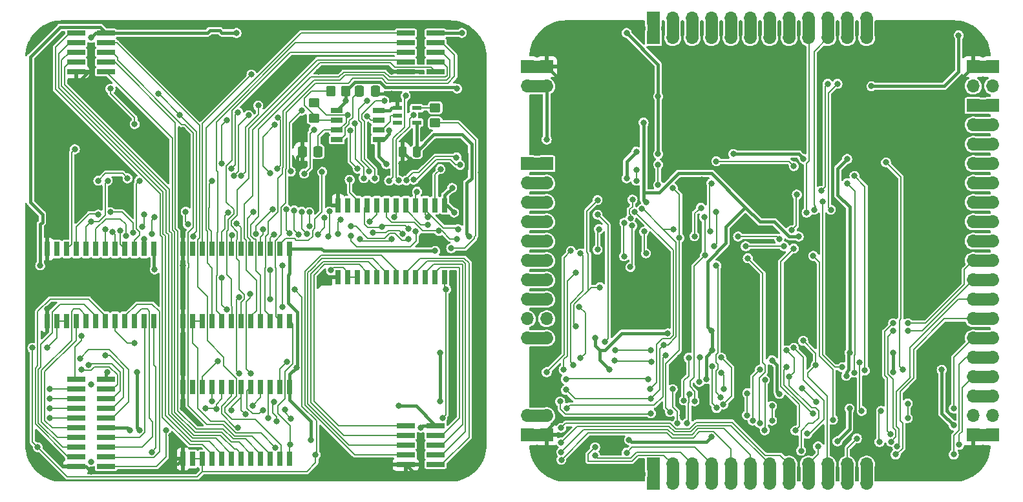
<source format=gbr>
%TF.GenerationSoftware,KiCad,Pcbnew,(6.0.5)*%
%TF.CreationDate,2022-08-07T10:52:40+02:00*%
%TF.ProjectId,MPU Signals,4d505520-5369-4676-9e61-6c732e6b6963,rev?*%
%TF.SameCoordinates,Original*%
%TF.FileFunction,Copper,L2,Bot*%
%TF.FilePolarity,Positive*%
%FSLAX46Y46*%
G04 Gerber Fmt 4.6, Leading zero omitted, Abs format (unit mm)*
G04 Created by KiCad (PCBNEW (6.0.5)) date 2022-08-07 10:52:40*
%MOMM*%
%LPD*%
G01*
G04 APERTURE LIST*
G04 Aperture macros list*
%AMRoundRect*
0 Rectangle with rounded corners*
0 $1 Rounding radius*
0 $2 $3 $4 $5 $6 $7 $8 $9 X,Y pos of 4 corners*
0 Add a 4 corners polygon primitive as box body*
4,1,4,$2,$3,$4,$5,$6,$7,$8,$9,$2,$3,0*
0 Add four circle primitives for the rounded corners*
1,1,$1+$1,$2,$3*
1,1,$1+$1,$4,$5*
1,1,$1+$1,$6,$7*
1,1,$1+$1,$8,$9*
0 Add four rect primitives between the rounded corners*
20,1,$1+$1,$2,$3,$4,$5,0*
20,1,$1+$1,$4,$5,$6,$7,0*
20,1,$1+$1,$6,$7,$8,$9,0*
20,1,$1+$1,$8,$9,$2,$3,0*%
G04 Aperture macros list end*
%TA.AperFunction,ComponentPad*%
%ADD10R,1.700000X1.700000*%
%TD*%
%TA.AperFunction,ComponentPad*%
%ADD11O,1.700000X1.700000*%
%TD*%
%TA.AperFunction,SMDPad,CuDef*%
%ADD12R,0.650000X1.925000*%
%TD*%
%TA.AperFunction,SMDPad,CuDef*%
%ADD13RoundRect,0.250000X-0.450000X0.350000X-0.450000X-0.350000X0.450000X-0.350000X0.450000X0.350000X0*%
%TD*%
%TA.AperFunction,SMDPad,CuDef*%
%ADD14RoundRect,0.250000X0.250000X0.475000X-0.250000X0.475000X-0.250000X-0.475000X0.250000X-0.475000X0*%
%TD*%
%TA.AperFunction,SMDPad,CuDef*%
%ADD15R,2.400000X0.650000*%
%TD*%
%TA.AperFunction,WasherPad*%
%ADD16C,0.800000*%
%TD*%
%TA.AperFunction,SMDPad,CuDef*%
%ADD17RoundRect,0.250000X-0.350000X-0.450000X0.350000X-0.450000X0.350000X0.450000X-0.350000X0.450000X0*%
%TD*%
%TA.AperFunction,SMDPad,CuDef*%
%ADD18RoundRect,0.250000X0.450000X-0.350000X0.450000X0.350000X-0.450000X0.350000X-0.450000X-0.350000X0*%
%TD*%
%TA.AperFunction,SMDPad,CuDef*%
%ADD19R,1.550000X0.650000*%
%TD*%
%TA.AperFunction,SMDPad,CuDef*%
%ADD20RoundRect,0.250000X0.337500X0.475000X-0.337500X0.475000X-0.337500X-0.475000X0.337500X-0.475000X0*%
%TD*%
%TA.AperFunction,SMDPad,CuDef*%
%ADD21R,1.250000X0.600000*%
%TD*%
%TA.AperFunction,SMDPad,CuDef*%
%ADD22RoundRect,0.250000X-0.337500X-0.475000X0.337500X-0.475000X0.337500X0.475000X-0.337500X0.475000X0*%
%TD*%
%TA.AperFunction,ViaPad*%
%ADD23C,0.800000*%
%TD*%
%TA.AperFunction,Conductor*%
%ADD24C,0.450000*%
%TD*%
%TA.AperFunction,Conductor*%
%ADD25C,1.600000*%
%TD*%
%TA.AperFunction,Conductor*%
%ADD26C,0.200000*%
%TD*%
G04 APERTURE END LIST*
D10*
%TO.P,J15,1,Pin_1*%
%TO.N,/BA0*%
X143510000Y-133350000D03*
D11*
%TO.P,J15,2,Pin_2*%
%TO.N,/BA1*%
X146050000Y-133350000D03*
%TO.P,J15,3,Pin_3*%
%TO.N,/BA2*%
X148590000Y-133350000D03*
%TO.P,J15,4,Pin_4*%
%TO.N,/BA3*%
X151130000Y-133350000D03*
%TO.P,J15,5,Pin_5*%
%TO.N,/BA4*%
X153670000Y-133350000D03*
%TO.P,J15,6,Pin_6*%
%TO.N,/BA5*%
X156210000Y-133350000D03*
%TO.P,J15,7,Pin_7*%
%TO.N,/BA6*%
X158750000Y-133350000D03*
%TO.P,J15,8,Pin_8*%
%TO.N,/BA7*%
X161290000Y-133350000D03*
%TO.P,J15,9,Pin_9*%
%TO.N,/~{VP}*%
X163830000Y-133350000D03*
%TO.P,J15,10,Pin_10*%
%TO.N,/R~{W}*%
X166370000Y-133350000D03*
%TO.P,J15,11,Pin_11*%
%TO.N,/Native Mode*%
X168910000Y-133350000D03*
%TO.P,J15,12,Pin_12*%
%TO.N,/Opcode Address*%
X171450000Y-133350000D03*
%TD*%
D12*
%TO.P,IC11,1,CLK/IN*%
%TO.N,/Clock*%
X95885000Y-132664500D03*
%TO.P,IC11,2,IN0*%
%TO.N,/LD0_{TOP}*%
X94615000Y-132664500D03*
%TO.P,IC11,3,IN1*%
%TO.N,/LD1_{TOP}*%
X93345000Y-132664500D03*
%TO.P,IC11,4,IN2/PD*%
%TO.N,/LD2_{TOP}*%
X92075000Y-132664500D03*
%TO.P,IC11,5,IN3*%
%TO.N,/LD3_{TOP}*%
X90805000Y-132664500D03*
%TO.P,IC11,6,IN4*%
%TO.N,/LD4_{TOP}*%
X89535000Y-132664500D03*
%TO.P,IC11,7,IN5*%
%TO.N,/LD5_{TOP}*%
X88265000Y-132664500D03*
%TO.P,IC11,8,IN6*%
%TO.N,/LD6_{TOP}*%
X86995000Y-132664500D03*
%TO.P,IC11,9,IN7*%
%TO.N,/LD7_{TOP}*%
X85725000Y-132664500D03*
%TO.P,IC11,10,IN8*%
%TO.N,/~{LED Enable}_{TOP}*%
X84455000Y-132664500D03*
%TO.P,IC11,11,IN9*%
X83185000Y-132664500D03*
%TO.P,IC11,12,GND*%
%TO.N,/GND_{TOP}*%
X81915000Y-132664500D03*
%TO.P,IC11,13,IN10*%
X81915000Y-123240500D03*
%TO.P,IC11,14,I/O0*%
%TO.N,unconnected-(IC11-Pad14)*%
X83185000Y-123240500D03*
%TO.P,IC11,15,I/O1*%
%TO.N,/Data Display/Digit L0 Cathode*%
X84455000Y-123240500D03*
%TO.P,IC11,16,I/O2*%
%TO.N,/Data Display/Digit 0 B Seg*%
X85725000Y-123240500D03*
%TO.P,IC11,17,I/O3*%
%TO.N,/Data Display/Digit 0 A Seg*%
X86995000Y-123240500D03*
%TO.P,IC11,18,I/O4*%
%TO.N,/Data Display/Digit 0 C Seg*%
X88265000Y-123240500D03*
%TO.P,IC11,19,I/O5*%
%TO.N,/Data Display/Digit 0 F Seg*%
X89535000Y-123240500D03*
%TO.P,IC11,20,I/O6*%
%TO.N,/Data Display/Digit 0 D Seg*%
X90805000Y-123240500D03*
%TO.P,IC11,21,I/O7*%
%TO.N,/Data Display/Digit 0 G Seg*%
X92075000Y-123240500D03*
%TO.P,IC11,22,I/O8*%
%TO.N,/Data Display/Digit 0 E Seg*%
X93345000Y-123240500D03*
%TO.P,IC11,23,I/O9*%
%TO.N,/Data Display/Digit R0 Cathode*%
X94615000Y-123240500D03*
%TO.P,IC11,24,5V*%
%TO.N,/5V_{TOP}*%
X95885000Y-123240500D03*
%TD*%
D13*
%TO.P,R5,1*%
%TO.N,Net-(C7-Pad1)*%
X99060000Y-85995000D03*
%TO.P,R5,2*%
%TO.N,Net-(IC9-Pad7)*%
X99060000Y-87995000D03*
%TD*%
D10*
%TO.P,J8,1,Pin_1*%
%TO.N,/GND*%
X187960000Y-129540000D03*
D11*
%TO.P,J8,2,Pin_2*%
%TO.N,unconnected-(J8-Pad2)*%
X187960000Y-127000000D03*
%TD*%
D14*
%TO.P,C6,1*%
%TO.N,/3.8V_{TOP}*%
X112524996Y-92392500D03*
%TO.P,C6,2*%
%TO.N,/GND_{TOP}*%
X110624996Y-92392500D03*
%TD*%
D10*
%TO.P,J9,1,Pin_1*%
%TO.N,/GND*%
X185420000Y-81280000D03*
D11*
%TO.P,J9,2,Pin_2*%
%TO.N,unconnected-(J9-Pad2)*%
X185420000Y-83820000D03*
%TD*%
D10*
%TO.P,J2,1,Pin_1*%
%TO.N,/GND*%
X129540000Y-129540000D03*
D11*
%TO.P,J2,2,Pin_2*%
%TO.N,/~{LED Enable}*%
X129540000Y-127000000D03*
%TD*%
D12*
%TO.P,IC14,1,CLK/IN*%
%TO.N,/Clock*%
X116205000Y-108852000D03*
%TO.P,IC14,2,IN0*%
%TO.N,/A0_{TOP}*%
X114935000Y-108852000D03*
%TO.P,IC14,3,IN1*%
%TO.N,/A1_{TOP}*%
X113665000Y-108852000D03*
%TO.P,IC14,4,IN2/PD*%
%TO.N,/A2_{TOP}*%
X112395000Y-108852000D03*
%TO.P,IC14,5,IN3*%
%TO.N,/A3_{TOP}*%
X111125000Y-108852000D03*
%TO.P,IC14,6,IN4*%
%TO.N,/A4_{TOP}*%
X109855000Y-108852000D03*
%TO.P,IC14,7,IN5*%
%TO.N,/A5_{TOP}*%
X108585000Y-108852000D03*
%TO.P,IC14,8,IN6*%
%TO.N,/A6_{TOP}*%
X107315000Y-108852000D03*
%TO.P,IC14,9,IN7*%
%TO.N,/A7_{TOP}*%
X106045000Y-108852000D03*
%TO.P,IC14,10,IN8*%
%TO.N,/~{LED Enable}_{TOP}*%
X104775000Y-108852000D03*
%TO.P,IC14,11,IN9*%
X103505000Y-108852000D03*
%TO.P,IC14,12,GND*%
%TO.N,/GND_{TOP}*%
X102235000Y-108852000D03*
%TO.P,IC14,13,IN10*%
X102235000Y-99428000D03*
%TO.P,IC14,14,I/O0*%
%TO.N,unconnected-(IC14-Pad14)*%
X103505000Y-99428000D03*
%TO.P,IC14,15,I/O1*%
%TO.N,/Low Address Display/Digit L0 Cathode*%
X104775000Y-99428000D03*
%TO.P,IC14,16,I/O2*%
%TO.N,/Low Address Display/Digit 0 B Seg*%
X106045000Y-99428000D03*
%TO.P,IC14,17,I/O3*%
%TO.N,/Low Address Display/Digit 0 A Seg*%
X107315000Y-99428000D03*
%TO.P,IC14,18,I/O4*%
%TO.N,/Low Address Display/Digit 0 C Seg*%
X108585000Y-99428000D03*
%TO.P,IC14,19,I/O5*%
%TO.N,/Low Address Display/Digit 0 F Seg*%
X109855000Y-99428000D03*
%TO.P,IC14,20,I/O6*%
%TO.N,/Low Address Display/Digit 0 D Seg*%
X111125000Y-99428000D03*
%TO.P,IC14,21,I/O7*%
%TO.N,/Low Address Display/Digit 0 G Seg*%
X112395000Y-99428000D03*
%TO.P,IC14,22,I/O8*%
%TO.N,/Low Address Display/Digit 0 E Seg*%
X113665000Y-99428000D03*
%TO.P,IC14,23,I/O9*%
%TO.N,/Low Address Display/Digit R0 Cathode*%
X114935000Y-99428000D03*
%TO.P,IC14,24,5V*%
%TO.N,/5V_{TOP}*%
X116205000Y-99428000D03*
%TD*%
D15*
%TO.P,J18,1,Pin_1*%
%TO.N,/5V_{TOP}*%
X71800008Y-76860000D03*
%TO.P,J18,2,Pin_2*%
%TO.N,/LD0_{TOP}*%
X71800008Y-78130000D03*
%TO.P,J18,3,Pin_3*%
%TO.N,/LD1_{TOP}*%
X71800008Y-79400000D03*
%TO.P,J18,4,Pin_4*%
%TO.N,/LD2_{TOP}*%
X71800008Y-80670000D03*
%TO.P,J18,5,Pin_5*%
%TO.N,/LD3_{TOP}*%
X71800008Y-81940000D03*
%TO.P,J18,6,Pin_6*%
%TO.N,/GND_{TOP}*%
X67900008Y-81940000D03*
%TO.P,J18,7,Pin_7*%
%TO.N,/LD4_{TOP}*%
X67900008Y-80670000D03*
%TO.P,J18,8,Pin_8*%
%TO.N,/LD5_{TOP}*%
X67900008Y-79400000D03*
%TO.P,J18,9,Pin_9*%
%TO.N,/LD6_{TOP}*%
X67900008Y-78130000D03*
%TO.P,J18,10,Pin_10*%
%TO.N,/LD7_{TOP}*%
X67900008Y-76860000D03*
%TD*%
D10*
%TO.P,J6,1,Pin_1*%
%TO.N,/GND*%
X187960000Y-81280000D03*
D11*
%TO.P,J6,2,Pin_2*%
%TO.N,unconnected-(J6-Pad2)*%
X187960000Y-83820000D03*
%TD*%
D10*
%TO.P,J13,1,Pin_1*%
%TO.N,/D0*%
X143510000Y-77470000D03*
D11*
%TO.P,J13,2,Pin_2*%
%TO.N,/D1*%
X146050000Y-77470000D03*
%TO.P,J13,3,Pin_3*%
%TO.N,/D2*%
X148590000Y-77470000D03*
%TO.P,J13,4,Pin_4*%
%TO.N,/D3*%
X151130000Y-77470000D03*
%TO.P,J13,5,Pin_5*%
%TO.N,/D4*%
X153670000Y-77470000D03*
%TO.P,J13,6,Pin_6*%
%TO.N,/D5*%
X156210000Y-77470000D03*
%TO.P,J13,7,Pin_7*%
%TO.N,/D6*%
X158750000Y-77470000D03*
%TO.P,J13,8,Pin_8*%
%TO.N,/D7*%
X161290000Y-77470000D03*
%TO.P,J13,9,Pin_9*%
%TO.N,/Write Enable*%
X163830000Y-77470000D03*
%TO.P,J13,10,Pin_10*%
%TO.N,/~{Write Enable}*%
X166370000Y-77470000D03*
%TO.P,J13,11,Pin_11*%
%TO.N,/Read Enable*%
X168910000Y-77470000D03*
%TO.P,J13,12,Pin_12*%
%TO.N,/~{Read Enable}*%
X171450000Y-77470000D03*
%TD*%
D15*
%TO.P,J23,1,Pin_1*%
%TO.N,/5V_{TOP}*%
X114980008Y-128295000D03*
%TO.P,J23,2,Pin_2*%
%TO.N,/A0_{TOP}*%
X114980008Y-129565000D03*
%TO.P,J23,3,Pin_3*%
%TO.N,/A1_{TOP}*%
X114980008Y-130835000D03*
%TO.P,J23,4,Pin_4*%
%TO.N,/A2_{TOP}*%
X114980008Y-132105000D03*
%TO.P,J23,5,Pin_5*%
%TO.N,/A3_{TOP}*%
X114980008Y-133375000D03*
%TO.P,J23,6,Pin_6*%
%TO.N,/GND_{TOP}*%
X111080008Y-133375000D03*
%TO.P,J23,7,Pin_7*%
%TO.N,/A4_{TOP}*%
X111080008Y-132105000D03*
%TO.P,J23,8,Pin_8*%
%TO.N,/A5_{TOP}*%
X111080008Y-130835000D03*
%TO.P,J23,9,Pin_9*%
%TO.N,/A6_{TOP}*%
X111080008Y-129565000D03*
%TO.P,J23,10,Pin_10*%
%TO.N,/A7_{TOP}*%
X111080008Y-128295000D03*
%TD*%
D16*
%TO.P,J19,*%
%TO.N,*%
X69850008Y-133032500D03*
X69850008Y-122872500D03*
D15*
%TO.P,J19,1,Pin_1*%
%TO.N,/3.8V_{TOP}*%
X71800008Y-122237500D03*
%TO.P,J19,2,Pin_2*%
%TO.N,/Write Enable_{TOP}*%
X71800008Y-123507500D03*
%TO.P,J19,3,Pin_3*%
%TO.N,/~{Write Enable}_{TOP}*%
X71800008Y-124777500D03*
%TO.P,J19,4,Pin_4*%
%TO.N,/Read Enable_{TOP}*%
X71800008Y-126047500D03*
%TO.P,J19,5,Pin_5*%
%TO.N,/~{Read Enable}_{TOP}*%
X71800008Y-127317500D03*
%TO.P,J19,6,Pin_6*%
%TO.N,/5V_{TOP}*%
X71800008Y-128587500D03*
%TO.P,J19,7,Pin_7*%
%TO.N,/BA0_{TOP}*%
X71800008Y-129857500D03*
%TO.P,J19,8,Pin_8*%
%TO.N,/BA1_{TOP}*%
X71800008Y-131127500D03*
%TO.P,J19,9,Pin_9*%
%TO.N,/BA2_{TOP}*%
X71800008Y-132397500D03*
%TO.P,J19,10,Pin_10*%
%TO.N,/BA3_{TOP}*%
X71800008Y-133667500D03*
%TO.P,J19,11,Pin_11*%
%TO.N,/GND_{TOP}*%
X67900008Y-133667500D03*
%TO.P,J19,12,Pin_12*%
%TO.N,/BA4_{TOP}*%
X67900008Y-132397500D03*
%TO.P,J19,13,Pin_13*%
%TO.N,/BA5_{TOP}*%
X67900008Y-131127500D03*
%TO.P,J19,14,Pin_14*%
%TO.N,/BA6_{TOP}*%
X67900008Y-129857500D03*
%TO.P,J19,15,Pin_15*%
%TO.N,/BA7_{TOP}*%
X67900008Y-128587500D03*
%TO.P,J19,16,Pin_16*%
%TO.N,/~{LED Enable}_{TOP}*%
X67900008Y-127317500D03*
%TO.P,J19,17,Pin_17*%
%TO.N,/Opcode Address_{TOP}*%
X67900008Y-126047500D03*
%TO.P,J19,18,Pin_18*%
%TO.N,/Native Mode_{TOP}*%
X67900008Y-124777500D03*
%TO.P,J19,19,Pin_19*%
%TO.N,/R~{W}_{TOP}*%
X67900008Y-123507500D03*
%TO.P,J19,20,Pin_20*%
%TO.N,/~{VP}_{TOP}*%
X67900008Y-122237500D03*
%TD*%
D17*
%TO.P,R6,1*%
%TO.N,Net-(IC9-Pad7)*%
X101235000Y-84455000D03*
%TO.P,R6,2*%
%TO.N,/5V_{TOP}*%
X103235000Y-84455000D03*
%TD*%
D10*
%TO.P,J10,1,Pin_1*%
%TO.N,/GND*%
X185420000Y-129540000D03*
D11*
%TO.P,J10,2,Pin_2*%
%TO.N,unconnected-(J10-Pad2)*%
X185420000Y-127000000D03*
%TD*%
D18*
%TO.P,R4,1*%
%TO.N,/Clock*%
X114935000Y-88640000D03*
%TO.P,R4,2*%
%TO.N,Net-(IC10-Pad4)*%
X114935000Y-86640000D03*
%TD*%
D19*
%TO.P,IC9,1,GND*%
%TO.N,/GND_{TOP}*%
X107499996Y-86995000D03*
%TO.P,IC9,2,TRIG*%
%TO.N,Net-(C7-Pad1)*%
X107499996Y-88265000D03*
%TO.P,IC9,3,OUT*%
%TO.N,Net-(IC10-Pad2)*%
X107499996Y-89535000D03*
%TO.P,IC9,4,RESET*%
%TO.N,/5V_{TOP}*%
X107499996Y-90805000D03*
%TO.P,IC9,5,CONT*%
%TO.N,Net-(C8-Pad1)*%
X102049996Y-90805000D03*
%TO.P,IC9,6,THRES*%
%TO.N,Net-(C7-Pad1)*%
X102049996Y-89535000D03*
%TO.P,IC9,7,DISCH*%
%TO.N,Net-(IC9-Pad7)*%
X102049996Y-88265000D03*
%TO.P,IC9,8,VCC*%
%TO.N,/5V_{TOP}*%
X102049996Y-86995000D03*
%TD*%
D10*
%TO.P,J7,1,Pin_1*%
%TO.N,/A15*%
X187960000Y-86360000D03*
D11*
%TO.P,J7,2,Pin_2*%
%TO.N,/A14*%
X187960000Y-88900000D03*
%TO.P,J7,3,Pin_3*%
%TO.N,/A13*%
X187960000Y-91440000D03*
%TO.P,J7,4,Pin_4*%
%TO.N,/A12*%
X187960000Y-93980000D03*
%TO.P,J7,5,Pin_5*%
%TO.N,/A11*%
X187960000Y-96520000D03*
%TO.P,J7,6,Pin_6*%
%TO.N,/A10*%
X187960000Y-99060000D03*
%TO.P,J7,7,Pin_7*%
%TO.N,/A9*%
X187960000Y-101600000D03*
%TO.P,J7,8,Pin_8*%
%TO.N,/A8*%
X187960000Y-104140000D03*
%TO.P,J7,9,Pin_9*%
%TO.N,/A7*%
X187960000Y-106680000D03*
%TO.P,J7,10,Pin_10*%
%TO.N,/A6*%
X187960000Y-109220000D03*
%TO.P,J7,11,Pin_11*%
%TO.N,/A5*%
X187960000Y-111760000D03*
%TO.P,J7,12,Pin_12*%
%TO.N,/A4*%
X187960000Y-114300000D03*
%TO.P,J7,13,Pin_13*%
%TO.N,/A3*%
X187960000Y-116840000D03*
%TO.P,J7,14,Pin_14*%
%TO.N,/A2*%
X187960000Y-119380000D03*
%TO.P,J7,15,Pin_15*%
%TO.N,/A1*%
X187960000Y-121920000D03*
%TO.P,J7,16,Pin_16*%
%TO.N,/A0*%
X187960000Y-124460000D03*
%TD*%
D20*
%TO.P,C7,1*%
%TO.N,Net-(C7-Pad1)*%
X99592496Y-92392500D03*
%TO.P,C7,2*%
%TO.N,/GND_{TOP}*%
X97517496Y-92392500D03*
%TD*%
D10*
%TO.P,J3,1,Pin_1*%
%TO.N,/GND*%
X127000000Y-81280000D03*
D11*
%TO.P,J3,2,Pin_2*%
%TO.N,/Source 5V*%
X127000000Y-83820000D03*
%TD*%
D21*
%TO.P,IC10,1,n.c.*%
%TO.N,unconnected-(IC10-Pad1)*%
X110004996Y-88590000D03*
%TO.P,IC10,2,A*%
%TO.N,Net-(IC10-Pad2)*%
X110004996Y-87640000D03*
%TO.P,IC10,3,GND*%
%TO.N,/GND_{TOP}*%
X110004996Y-86690000D03*
%TO.P,IC10,4,Y*%
%TO.N,Net-(IC10-Pad4)*%
X112504996Y-86690000D03*
%TO.P,IC10,5,3V*%
%TO.N,/3.8V_{TOP}*%
X112504996Y-88590000D03*
%TD*%
D10*
%TO.P,J1,1,Pin_1*%
%TO.N,/GND*%
X129540000Y-81280000D03*
D11*
%TO.P,J1,2,Pin_2*%
%TO.N,/Source 5V*%
X129540000Y-83820000D03*
%TD*%
D12*
%TO.P,IC12,1,CLK/IN*%
%TO.N,/Clock*%
X78105000Y-114567000D03*
%TO.P,IC12,2,IN0*%
%TO.N,/BA0_{TOP}*%
X76835000Y-114567000D03*
%TO.P,IC12,3,IN1*%
%TO.N,/BA1_{TOP}*%
X75565000Y-114567000D03*
%TO.P,IC12,4,IN2/PD*%
%TO.N,/BA2_{TOP}*%
X74295000Y-114567000D03*
%TO.P,IC12,5,IN3*%
%TO.N,/BA3_{TOP}*%
X73025000Y-114567000D03*
%TO.P,IC12,6,IN4*%
%TO.N,/BA4_{TOP}*%
X71755000Y-114567000D03*
%TO.P,IC12,7,IN5*%
%TO.N,/BA5_{TOP}*%
X70485000Y-114567000D03*
%TO.P,IC12,8,IN6*%
%TO.N,/BA6_{TOP}*%
X69215000Y-114567000D03*
%TO.P,IC12,9,IN7*%
%TO.N,/BA7_{TOP}*%
X67945000Y-114567000D03*
%TO.P,IC12,10,IN8*%
%TO.N,/~{LED Enable}_{TOP}*%
X66675000Y-114567000D03*
%TO.P,IC12,11,IN9*%
X65405000Y-114567000D03*
%TO.P,IC12,12,GND*%
%TO.N,/GND_{TOP}*%
X64135000Y-114567000D03*
%TO.P,IC12,13,IN10*%
X64135000Y-105143000D03*
%TO.P,IC12,14,I/O0*%
%TO.N,unconnected-(IC12-Pad14)*%
X65405000Y-105143000D03*
%TO.P,IC12,15,I/O1*%
%TO.N,/Bank Address Display/Digit L0 Cathode*%
X66675000Y-105143000D03*
%TO.P,IC12,16,I/O2*%
%TO.N,/Bank Address Display/Digit 0 B Seg*%
X67945000Y-105143000D03*
%TO.P,IC12,17,I/O3*%
%TO.N,/Bank Address Display/Digit 0 A Seg*%
X69215000Y-105143000D03*
%TO.P,IC12,18,I/O4*%
%TO.N,/Bank Address Display/Digit 0 C Seg*%
X70485000Y-105143000D03*
%TO.P,IC12,19,I/O5*%
%TO.N,/Bank Address Display/Digit 0 F Seg*%
X71755000Y-105143000D03*
%TO.P,IC12,20,I/O6*%
%TO.N,/Bank Address Display/Digit 0 D Seg*%
X73025000Y-105143000D03*
%TO.P,IC12,21,I/O7*%
%TO.N,/Bank Address Display/Digit 0 G Seg*%
X74295000Y-105143000D03*
%TO.P,IC12,22,I/O8*%
%TO.N,/Bank Address Display/Digit 0 E Seg*%
X75565000Y-105143000D03*
%TO.P,IC12,23,I/O9*%
%TO.N,/Bank Address Display/Digit R0 Cathode*%
X76835000Y-105143000D03*
%TO.P,IC12,24,5V*%
%TO.N,/5V_{TOP}*%
X78105000Y-105143000D03*
%TD*%
D22*
%TO.P,C8,1*%
%TO.N,Net-(C8-Pad1)*%
X105007500Y-84455000D03*
%TO.P,C8,2*%
%TO.N,/GND_{TOP}*%
X107082500Y-84455000D03*
%TD*%
D15*
%TO.P,J21,1,Pin_1*%
%TO.N,/5V_{TOP}*%
X114980008Y-76860000D03*
%TO.P,J21,2,Pin_2*%
%TO.N,/LA8_{TOP}*%
X114980008Y-78130000D03*
%TO.P,J21,3,Pin_3*%
%TO.N,/LA9_{TOP}*%
X114980008Y-79400000D03*
%TO.P,J21,4,Pin_4*%
%TO.N,/LA10_{TOP}*%
X114980008Y-80670000D03*
%TO.P,J21,5,Pin_5*%
%TO.N,/LA11_{TOP}*%
X114980008Y-81940000D03*
%TO.P,J21,6,Pin_6*%
%TO.N,/GND_{TOP}*%
X111080008Y-81940000D03*
%TO.P,J21,7,Pin_7*%
%TO.N,/LA12_{TOP}*%
X111080008Y-80670000D03*
%TO.P,J21,8,Pin_8*%
%TO.N,/LA13_{TOP}*%
X111080008Y-79400000D03*
%TO.P,J21,9,Pin_9*%
%TO.N,/LA14_{TOP}*%
X111080008Y-78130000D03*
%TO.P,J21,10,Pin_10*%
%TO.N,/LA15_{TOP}*%
X111080008Y-76860000D03*
%TD*%
D10*
%TO.P,J16,1,Pin_1*%
%TO.N,/BA0*%
X143510000Y-135890000D03*
D11*
%TO.P,J16,2,Pin_2*%
%TO.N,/BA1*%
X146050000Y-135890000D03*
%TO.P,J16,3,Pin_3*%
%TO.N,/BA2*%
X148590000Y-135890000D03*
%TO.P,J16,4,Pin_4*%
%TO.N,/BA3*%
X151130000Y-135890000D03*
%TO.P,J16,5,Pin_5*%
%TO.N,/BA4*%
X153670000Y-135890000D03*
%TO.P,J16,6,Pin_6*%
%TO.N,/BA5*%
X156210000Y-135890000D03*
%TO.P,J16,7,Pin_7*%
%TO.N,/BA6*%
X158750000Y-135890000D03*
%TO.P,J16,8,Pin_8*%
%TO.N,/BA7*%
X161290000Y-135890000D03*
%TO.P,J16,9,Pin_9*%
%TO.N,/~{VP}*%
X163830000Y-135890000D03*
%TO.P,J16,10,Pin_10*%
%TO.N,/R~{W}*%
X166370000Y-135890000D03*
%TO.P,J16,11,Pin_11*%
%TO.N,/Native Mode*%
X168910000Y-135890000D03*
%TO.P,J16,12,Pin_12*%
%TO.N,/Opcode Address*%
X171450000Y-135890000D03*
%TD*%
D10*
%TO.P,J11,1,Pin_1*%
%TO.N,/PHI2*%
X129540000Y-93980000D03*
D11*
%TO.P,J11,2,Pin_2*%
%TO.N,/~{Reset}*%
X129540000Y-96520000D03*
%TO.P,J11,3,Pin_3*%
%TO.N,/~{NMI}*%
X129540000Y-99060000D03*
%TO.P,J11,4,Pin_4*%
%TO.N,/~{IRQ}*%
X129540000Y-101600000D03*
%TO.P,J11,5,Pin_5*%
%TO.N,/RDY*%
X129540000Y-104140000D03*
%TO.P,J11,6,Pin_6*%
%TO.N,/Read Selector*%
X129540000Y-106680000D03*
%TO.P,J11,7,Pin_7*%
%TO.N,/Write Selector*%
X129540000Y-109220000D03*
%TO.P,J11,8,Pin_8*%
%TO.N,/~{Clock Enable}*%
X129540000Y-111760000D03*
%TO.P,J11,9,Pin_9*%
%TO.N,unconnected-(J11-Pad9)*%
X129540000Y-114300000D03*
%TO.P,J11,10,Pin_10*%
%TO.N,/~{Data Transmit}*%
X129540000Y-116840000D03*
%TD*%
D10*
%TO.P,J14,1,Pin_1*%
%TO.N,/D0*%
X143510000Y-74930000D03*
D11*
%TO.P,J14,2,Pin_2*%
%TO.N,/D1*%
X146050000Y-74930000D03*
%TO.P,J14,3,Pin_3*%
%TO.N,/D2*%
X148590000Y-74930000D03*
%TO.P,J14,4,Pin_4*%
%TO.N,/D3*%
X151130000Y-74930000D03*
%TO.P,J14,5,Pin_5*%
%TO.N,/D4*%
X153670000Y-74930000D03*
%TO.P,J14,6,Pin_6*%
%TO.N,/D5*%
X156210000Y-74930000D03*
%TO.P,J14,7,Pin_7*%
%TO.N,/D6*%
X158750000Y-74930000D03*
%TO.P,J14,8,Pin_8*%
%TO.N,/D7*%
X161290000Y-74930000D03*
%TO.P,J14,9,Pin_9*%
%TO.N,/Write Enable*%
X163830000Y-74930000D03*
%TO.P,J14,10,Pin_10*%
%TO.N,/~{Write Enable}*%
X166370000Y-74930000D03*
%TO.P,J14,11,Pin_11*%
%TO.N,/Read Enable*%
X168910000Y-74930000D03*
%TO.P,J14,12,Pin_12*%
%TO.N,/~{Read Enable}*%
X171450000Y-74930000D03*
%TD*%
D12*
%TO.P,IC13,1,CLK/IN*%
%TO.N,/Clock*%
X95885000Y-114567000D03*
%TO.P,IC13,2,IN0*%
%TO.N,/LA8_{TOP}*%
X94615000Y-114567000D03*
%TO.P,IC13,3,IN1*%
%TO.N,/LA9_{TOP}*%
X93345000Y-114567000D03*
%TO.P,IC13,4,IN2/PD*%
%TO.N,/LA10_{TOP}*%
X92075000Y-114567000D03*
%TO.P,IC13,5,IN3*%
%TO.N,/LA11_{TOP}*%
X90805000Y-114567000D03*
%TO.P,IC13,6,IN4*%
%TO.N,/LA12_{TOP}*%
X89535000Y-114567000D03*
%TO.P,IC13,7,IN5*%
%TO.N,/LA13_{TOP}*%
X88265000Y-114567000D03*
%TO.P,IC13,8,IN6*%
%TO.N,/LA14_{TOP}*%
X86995000Y-114567000D03*
%TO.P,IC13,9,IN7*%
%TO.N,/LA15_{TOP}*%
X85725000Y-114567000D03*
%TO.P,IC13,10,IN8*%
%TO.N,/~{LED Enable}_{TOP}*%
X84455000Y-114567000D03*
%TO.P,IC13,11,IN9*%
X83185000Y-114567000D03*
%TO.P,IC13,12,GND*%
%TO.N,/GND_{TOP}*%
X81915000Y-114567000D03*
%TO.P,IC13,13,IN10*%
X81915000Y-105143000D03*
%TO.P,IC13,14,I/O0*%
%TO.N,unconnected-(IC13-Pad14)*%
X83185000Y-105143000D03*
%TO.P,IC13,15,I/O1*%
%TO.N,/High Address Display/Digit L0 Cathode*%
X84455000Y-105143000D03*
%TO.P,IC13,16,I/O2*%
%TO.N,/High Address Display/Digit 0 B Seg*%
X85725000Y-105143000D03*
%TO.P,IC13,17,I/O3*%
%TO.N,/High Address Display/Digit 0 A Seg*%
X86995000Y-105143000D03*
%TO.P,IC13,18,I/O4*%
%TO.N,/High Address Display/Digit 0 C Seg*%
X88265000Y-105143000D03*
%TO.P,IC13,19,I/O5*%
%TO.N,/High Address Display/Digit 0 F Seg*%
X89535000Y-105143000D03*
%TO.P,IC13,20,I/O6*%
%TO.N,/High Address Display/Digit 0 D Seg*%
X90805000Y-105143000D03*
%TO.P,IC13,21,I/O7*%
%TO.N,/High Address Display/Digit 0 G Seg*%
X92075000Y-105143000D03*
%TO.P,IC13,22,I/O8*%
%TO.N,/High Address Display/Digit 0 E Seg*%
X93345000Y-105143000D03*
%TO.P,IC13,23,I/O9*%
%TO.N,/High Address Display/Digit R0 Cathode*%
X94615000Y-105143000D03*
%TO.P,IC13,24,5V*%
%TO.N,/5V_{TOP}*%
X95885000Y-105143000D03*
%TD*%
D10*
%TO.P,J5,1,Pin_1*%
%TO.N,/GND*%
X127000000Y-129540000D03*
D11*
%TO.P,J5,2,Pin_2*%
%TO.N,/~{LED Enable}*%
X127000000Y-127000000D03*
%TD*%
D10*
%TO.P,J4,1,Pin_1*%
%TO.N,/PHI2*%
X127000000Y-93980000D03*
D11*
%TO.P,J4,2,Pin_2*%
%TO.N,/~{Reset}*%
X127000000Y-96520000D03*
%TO.P,J4,3,Pin_3*%
%TO.N,/~{NMI}*%
X127000000Y-99060000D03*
%TO.P,J4,4,Pin_4*%
%TO.N,/~{IRQ}*%
X127000000Y-101600000D03*
%TO.P,J4,5,Pin_5*%
%TO.N,/RDY*%
X127000000Y-104140000D03*
%TO.P,J4,6,Pin_6*%
%TO.N,/Read Selector*%
X127000000Y-106680000D03*
%TO.P,J4,7,Pin_7*%
%TO.N,/Write Selector*%
X127000000Y-109220000D03*
%TO.P,J4,8,Pin_8*%
%TO.N,/~{Clock Enable}*%
X127000000Y-111760000D03*
%TO.P,J4,9,Pin_9*%
%TO.N,unconnected-(J4-Pad9)*%
X127000000Y-114300000D03*
%TO.P,J4,10,Pin_10*%
%TO.N,/~{Data Transmit}*%
X127000000Y-116840000D03*
%TD*%
D10*
%TO.P,J12,1,Pin_1*%
%TO.N,/A15*%
X185420000Y-86360000D03*
D11*
%TO.P,J12,2,Pin_2*%
%TO.N,/A14*%
X185420000Y-88900000D03*
%TO.P,J12,3,Pin_3*%
%TO.N,/A13*%
X185420000Y-91440000D03*
%TO.P,J12,4,Pin_4*%
%TO.N,/A12*%
X185420000Y-93980000D03*
%TO.P,J12,5,Pin_5*%
%TO.N,/A11*%
X185420000Y-96520000D03*
%TO.P,J12,6,Pin_6*%
%TO.N,/A10*%
X185420000Y-99060000D03*
%TO.P,J12,7,Pin_7*%
%TO.N,/A9*%
X185420000Y-101600000D03*
%TO.P,J12,8,Pin_8*%
%TO.N,/A8*%
X185420000Y-104140000D03*
%TO.P,J12,9,Pin_9*%
%TO.N,/A7*%
X185420000Y-106680000D03*
%TO.P,J12,10,Pin_10*%
%TO.N,/A6*%
X185420000Y-109220000D03*
%TO.P,J12,11,Pin_11*%
%TO.N,/A5*%
X185420000Y-111760000D03*
%TO.P,J12,12,Pin_12*%
%TO.N,/A4*%
X185420000Y-114300000D03*
%TO.P,J12,13,Pin_13*%
%TO.N,/A3*%
X185420000Y-116840000D03*
%TO.P,J12,14,Pin_14*%
%TO.N,/A2*%
X185420000Y-119380000D03*
%TO.P,J12,15,Pin_15*%
%TO.N,/A1*%
X185420000Y-121920000D03*
%TO.P,J12,16,Pin_16*%
%TO.N,/A0*%
X185420000Y-124460000D03*
%TD*%
D23*
%TO.N,/Source 5V*%
X129540000Y-90805000D03*
%TO.N,/5V*%
X182880000Y-128270000D03*
X144145000Y-92710000D03*
X167640000Y-130343566D03*
X168794179Y-121776948D03*
X169227500Y-126047500D03*
X151130000Y-129793001D03*
X183515000Y-77152500D03*
X140335000Y-130175000D03*
X169227500Y-118745000D03*
X140017500Y-76835000D03*
X174942500Y-118745000D03*
X141287500Y-92392500D03*
X153987500Y-92710000D03*
X163195001Y-93345001D03*
X144145000Y-85165044D03*
X174942500Y-121285000D03*
X172085000Y-83820000D03*
X168910000Y-93345000D03*
X140017500Y-95885000D03*
X181292500Y-120967500D03*
%TO.N,/~{VP}*%
X173139956Y-130441272D03*
X165100000Y-131015012D03*
X132054473Y-122216585D03*
X173355000Y-126365000D03*
X146682485Y-127959039D03*
X146050000Y-123507500D03*
X142875000Y-122237500D03*
%TO.N,/RDY*%
X155608923Y-104793036D03*
X167050309Y-127521134D03*
X164465000Y-106045000D03*
X160636628Y-104793372D03*
%TO.N,/VPA*%
X170815000Y-126365000D03*
X170543785Y-120015000D03*
X156527500Y-127635000D03*
X160972500Y-120650000D03*
X164465000Y-126682500D03*
X157480000Y-120967500D03*
%TO.N,/A1*%
X183579500Y-130810000D03*
%TO.N,/A2*%
X182880000Y-132080000D03*
%TO.N,/A3*%
X182880000Y-126047500D03*
%TO.N,/A4*%
X175260000Y-132080000D03*
%TO.N,/A5*%
X175461573Y-130987530D03*
%TO.N,/A6*%
X176847500Y-115887500D03*
X174967513Y-115887500D03*
X174655438Y-130396640D03*
%TO.N,/A7*%
X176847500Y-114887997D03*
X174591852Y-129399162D03*
X174941275Y-114888342D03*
%TO.N,/R~{W}*%
X144888526Y-117720718D03*
X163154123Y-117181471D03*
X143192500Y-124777500D03*
X151131899Y-96526961D03*
X150949500Y-102870000D03*
X142020281Y-99902853D03*
X146160617Y-102590873D03*
X132080001Y-123615586D03*
X164782500Y-120382000D03*
%TO.N,/E*%
X165674599Y-98926110D03*
X140523373Y-101100525D03*
X140786445Y-98673043D03*
X168275000Y-120650000D03*
%TO.N,/PHI2*%
X144145000Y-96756303D03*
X144145000Y-94083816D03*
X168910000Y-96536076D03*
X169844285Y-121345213D03*
%TO.N,/VDA*%
X152413006Y-121401985D03*
X152717500Y-123507500D03*
X162951743Y-123364480D03*
X155787449Y-126935500D03*
X164889260Y-125201760D03*
X155828000Y-124060824D03*
%TO.N,/~{Reset}*%
X171243286Y-121057000D03*
X169862500Y-95567500D03*
%TO.N,/BA7*%
X131445000Y-128587500D03*
%TO.N,/BA6*%
X131445000Y-130492500D03*
%TO.N,/BA5*%
X131445000Y-131762500D03*
%TO.N,/BA4*%
X131460857Y-132761877D03*
%TO.N,/BA3*%
X140017500Y-131851478D03*
%TO.N,/BA2*%
X135890000Y-132250989D03*
%TO.N,/BA1*%
X135890000Y-131127500D03*
%TO.N,/~{Data Transmit}*%
X162316004Y-98018522D03*
X133359185Y-115243315D03*
X136207500Y-98742500D03*
X136525000Y-110172500D03*
X161650260Y-102680500D03*
%TO.N,/~{R}W*%
X143128000Y-123501715D03*
X141094884Y-100280537D03*
%TO.N,/Native Mode*%
X136207500Y-100647500D03*
X143192500Y-118427500D03*
X163707772Y-129366011D03*
X161925000Y-118110000D03*
X138532456Y-118407002D03*
X137128024Y-117293456D03*
X170180000Y-129972467D03*
%TO.N,/Write Enable*%
X139685635Y-106109500D03*
X133985000Y-105727500D03*
X150250000Y-106000000D03*
X163594176Y-100394500D03*
X148908501Y-125095000D03*
X150163622Y-100965000D03*
X133032500Y-120332500D03*
X139724014Y-101700549D03*
%TO.N,/~{Write Enable}*%
X131762500Y-120967500D03*
X136207500Y-105239011D03*
X164575579Y-100012500D03*
X140731969Y-102097641D03*
X136390860Y-102552500D03*
X140500000Y-107508501D03*
X133350000Y-108267500D03*
X151755345Y-100330000D03*
X151447500Y-104775000D03*
%TO.N,/Write Selector*%
X152351094Y-124575898D03*
X151765000Y-107315000D03*
%TO.N,/~{Clock Enable}*%
X152691161Y-125515770D03*
X133803612Y-112704389D03*
X152400000Y-119380000D03*
X138397451Y-119806003D03*
X133985000Y-119437137D03*
X159067500Y-127635000D03*
X143266167Y-119945162D03*
X159067500Y-125730000D03*
%TO.N,/Write Selector OR ~{Clock Enable}*%
X151809265Y-125986158D03*
X149542500Y-122555000D03*
X151247620Y-120522617D03*
X149598619Y-119331649D03*
%TO.N,/Valid Address*%
X147955000Y-127952498D03*
X148272500Y-124142500D03*
%TO.N,/Read Selector OR ~{Clock Enable}*%
X158115000Y-128905000D03*
X148144086Y-119388846D03*
X158120744Y-122305244D03*
X147509500Y-124988240D03*
%TO.N,/Read Selector*%
X155892500Y-106362500D03*
X157468654Y-127971505D03*
%TO.N,/Opcode Address*%
X160972500Y-118427500D03*
X145097711Y-119119719D03*
X161326022Y-121920000D03*
X132184003Y-125993489D03*
X162877500Y-131589331D03*
%TO.N,/Read Enable*%
X166370000Y-83502500D03*
X131309981Y-125133967D03*
X146071999Y-97161345D03*
X165513726Y-97527099D03*
X143192500Y-126682500D03*
X145699516Y-126501964D03*
X146914243Y-103697500D03*
%TO.N,/GND*%
X178435000Y-109855000D03*
X129540000Y-119380000D03*
X153035000Y-95250000D03*
X161925000Y-127952500D03*
X149860000Y-96074500D03*
X148590000Y-94297500D03*
X147955000Y-100965000D03*
X156527500Y-128905000D03*
X142557500Y-87630000D03*
X132715000Y-100330000D03*
X172720000Y-100647500D03*
X136207500Y-93980000D03*
X154940000Y-121602500D03*
X178435000Y-102235000D03*
X178435000Y-111760000D03*
X152717500Y-127000000D03*
X133985000Y-82867500D03*
X158750000Y-115887500D03*
X172720000Y-113982500D03*
X147002500Y-119380000D03*
X177092887Y-93272887D03*
X172085000Y-126365000D03*
X168275000Y-113665000D03*
X159385000Y-118427500D03*
X147320000Y-127000000D03*
X156527500Y-115887500D03*
X147955000Y-109855000D03*
%TO.N,/3.8V*%
X159067500Y-119724507D03*
X142240000Y-88582500D03*
X151130000Y-115894468D03*
X160020000Y-124142500D03*
X137795000Y-120967500D03*
X162560000Y-103505000D03*
X150469330Y-122180848D03*
X151258175Y-118421264D03*
X142557500Y-99060000D03*
X145415000Y-116205000D03*
X135890000Y-116840000D03*
%TO.N,Net-(C7-Pad1)*%
X106016690Y-87773511D03*
X103425768Y-87619761D03*
%TO.N,/Data Display/Digit L0 Cathode*%
X87616122Y-113080622D03*
X86995000Y-108902500D03*
X86464835Y-119868489D03*
%TO.N,/~{Read Enable}*%
X129540000Y-121285000D03*
X166773619Y-100014552D03*
X149750000Y-99750000D03*
X148907500Y-103475185D03*
X142557500Y-105727500D03*
X142304500Y-102870000D03*
X167640000Y-83502500D03*
X132715000Y-105410000D03*
%TO.N,/~{LED Enable}_{TOP}*%
X64135000Y-118110000D03*
X99267737Y-132090841D03*
X94017804Y-131165304D03*
X62865000Y-131127500D03*
X62165500Y-118110000D03*
X101282500Y-107950000D03*
X64452500Y-127317500D03*
X96520000Y-110490000D03*
%TO.N,/Data Display/Digit R0 Cathode*%
X94932500Y-112712500D03*
X95506817Y-119966980D03*
X94914128Y-107296628D03*
%TO.N,Net-(DS1-Pad11)*%
X90682993Y-111002993D03*
X90731255Y-121431511D03*
%TO.N,Net-(DS1-Pad12)*%
X89235872Y-111460871D03*
X89217500Y-121431511D03*
%TO.N,Net-(DS1-Pad14)*%
X93345000Y-107950000D03*
X93345000Y-111760000D03*
%TO.N,Net-(DS3-Pad11)*%
X97771628Y-95268372D03*
X99064500Y-89504955D03*
%TO.N,Net-(DS3-Pad12)*%
X97472500Y-86995000D03*
X96013000Y-94989637D03*
%TO.N,Net-(DS3-Pad14)*%
X94214489Y-94615000D03*
X94297500Y-87947500D03*
%TO.N,Net-(DS3-Pad15)*%
X93922468Y-88900000D03*
X93345000Y-95248742D03*
%TO.N,Net-(DS3-Pad16)*%
X91757500Y-86360000D03*
X89535000Y-95567500D03*
%TO.N,Net-(DS3-Pad17)*%
X90487500Y-87630000D03*
X88535498Y-95567117D03*
%TO.N,Net-(DS3-Pad19)*%
X88262345Y-94605663D03*
X89099045Y-87219248D03*
%TO.N,Net-(DS3-Pad20)*%
X87630000Y-88265000D03*
X86960968Y-93959483D03*
%TO.N,Net-(DS4-Pad1)*%
X103913066Y-103443254D03*
X112394998Y-102869999D03*
%TO.N,Net-(DS4-Pad2)*%
X103901979Y-102175214D03*
X111442500Y-103822500D03*
%TO.N,Net-(DS4-Pad11)*%
X112131525Y-96054515D03*
X118168692Y-94139170D03*
%TO.N,Net-(DS4-Pad12)*%
X111138088Y-96164462D03*
X117728000Y-93143397D03*
%TO.N,Net-(DS4-Pad14)*%
X112077500Y-87630000D03*
X110138619Y-96156295D03*
%TO.N,Net-(DS4-Pad15)*%
X111060500Y-85090000D03*
X108902500Y-96202500D03*
%TO.N,Net-(DS4-Pad16)*%
X106998059Y-95885000D03*
X108267500Y-85725000D03*
%TO.N,Net-(DS4-Pad17)*%
X106278111Y-94991624D03*
X106045000Y-85725000D03*
%TO.N,Net-(DS4-Pad19)*%
X105578611Y-95857975D03*
X104365658Y-88658359D03*
%TO.N,Net-(DS4-Pad20)*%
X103824007Y-89651632D03*
X104773249Y-94616751D03*
%TO.N,/Clock*%
X77787500Y-131762500D03*
X117029500Y-105050132D03*
X115887500Y-127317500D03*
X116339918Y-110411397D03*
X95902001Y-130810000D03*
%TO.N,/Data Display/Digit 0 B Seg*%
X85706047Y-125081724D03*
%TO.N,/Data Display/Digit 0 A Seg*%
X86245608Y-126100373D03*
X84839801Y-126047501D03*
%TO.N,/Data Display/Digit 0 C Seg*%
X89069292Y-128538503D03*
X94150101Y-127699500D03*
X93778298Y-125208958D03*
%TO.N,/Data Display/Digit 0 F Seg*%
X88265000Y-126253403D03*
X90063511Y-126812155D03*
%TO.N,/Data Display/Digit 0 D Seg*%
X92379297Y-126258632D03*
X96017429Y-127363489D03*
X95225495Y-126176934D03*
%TO.N,/Data Display/Digit 0 G Seg*%
X90980296Y-125693296D03*
%TO.N,/Data Display/Digit 0 E Seg*%
X93027500Y-127317500D03*
%TO.N,/Bank Address Display/Digit L0 Cathode*%
X67723445Y-92077863D03*
X72390000Y-84137500D03*
X75565000Y-88772000D03*
%TO.N,/Bank Address Display/Digit R0 Cathode*%
X78688365Y-84824135D03*
X76835000Y-103887000D03*
X81496709Y-87632479D03*
X83249500Y-103522655D03*
%TO.N,/High Address Display/Digit L0 Cathode*%
X90865000Y-82292500D03*
%TO.N,/High Address Display/Digit R0 Cathode*%
X100116709Y-95041811D03*
%TO.N,/Low Address Display/Digit L0 Cathode*%
X103731207Y-96077858D03*
%TO.N,/Low Address Display/Digit R0 Cathode*%
X115626845Y-94677456D03*
%TO.N,/Bank Address Display/Digit 0 B Seg*%
X74623480Y-95885000D03*
X70801733Y-100644786D03*
X70802500Y-96202500D03*
%TO.N,/Bank Address Display/Digit 0 A Seg*%
X72025947Y-96206681D03*
X69850000Y-101600000D03*
%TO.N,/Bank Address Display/Digit 0 C Seg*%
X78186434Y-100965000D03*
X74417748Y-103425048D03*
X77787500Y-103187500D03*
%TO.N,/Bank Address Display/Digit 0 F Seg*%
X71724290Y-102541668D03*
%TO.N,/Bank Address Display/Digit 0 D Seg*%
X72666862Y-102874178D03*
X82550000Y-101917500D03*
X82235176Y-100265500D03*
X76835000Y-100647500D03*
X76517500Y-102235000D03*
%TO.N,/Bank Address Display/Digit 0 G Seg*%
X72390000Y-100330000D03*
X73661124Y-102771958D03*
X75337256Y-103033244D03*
%TO.N,/Bank Address Display/Digit 0 E Seg*%
X76200000Y-96202500D03*
%TO.N,/High Address Display/Digit 0 B Seg*%
X98477093Y-102129335D03*
X98434081Y-100330595D03*
X85725000Y-96202500D03*
%TO.N,/High Address Display/Digit 0 A Seg*%
X98154503Y-103187500D03*
X87793457Y-100344593D03*
X97436714Y-100265282D03*
%TO.N,/High Address Display/Digit 0 C Seg*%
X88319011Y-103307355D03*
X102235000Y-103187500D03*
X102552500Y-101282500D03*
X93658756Y-99974119D03*
X91443024Y-103182251D03*
%TO.N,/High Address Display/Digit 0 F Seg*%
X97019614Y-103228345D03*
X96451587Y-100096378D03*
X88899998Y-101781533D03*
%TO.N,/High Address Display/Digit 0 D Seg*%
X91122500Y-100330000D03*
X101057731Y-100249281D03*
X100965000Y-103505000D03*
%TO.N,/High Address Display/Digit 0 G Seg*%
X95457268Y-99994725D03*
X95859632Y-103098521D03*
X92392501Y-102552500D03*
%TO.N,/High Address Display/Digit 0 E Seg*%
X93790248Y-103252000D03*
X100423643Y-101021899D03*
X99553504Y-103217327D03*
%TO.N,/Low Address Display/Digit 0 B Seg*%
X107950000Y-102235000D03*
X111464373Y-102505388D03*
%TO.N,/Low Address Display/Digit 0 A Seg*%
X106362500Y-101600000D03*
X106787123Y-103040989D03*
X110690896Y-103163641D03*
%TO.N,/Low Address Display/Digit 0 C Seg*%
X117792500Y-103822500D03*
X115438294Y-102775038D03*
%TO.N,/Low Address Display/Digit 0 F Seg*%
X105092500Y-103822500D03*
X109537500Y-100965000D03*
X109220000Y-103822500D03*
%TO.N,/Low Address Display/Digit 0 D Seg*%
X113963590Y-101964324D03*
%TO.N,/Low Address Display/Digit 0 G Seg*%
X112556323Y-97637909D03*
%TO.N,/Low Address Display/Digit 0 E Seg*%
X113982500Y-100965000D03*
X117920500Y-102540172D03*
%TO.N,/3.8V_{TOP}*%
X76200000Y-128905000D03*
X75883566Y-121268000D03*
X71940642Y-121285000D03*
X119380000Y-103505000D03*
X115570000Y-118745000D03*
X115570000Y-125095000D03*
%TO.N,/GND_{TOP}*%
X118427500Y-95250000D03*
X64135000Y-109220000D03*
X69850000Y-134302502D03*
X65087500Y-86995000D03*
X102223627Y-81705405D03*
X99695000Y-81915000D03*
X64135000Y-106997500D03*
X65722500Y-101282500D03*
X81901066Y-107315000D03*
X120921511Y-95106687D03*
X96837500Y-88582500D03*
X110523479Y-93980000D03*
X80392000Y-129625007D03*
X71483810Y-93210340D03*
X86042500Y-77470000D03*
X100647500Y-108902500D03*
X117157500Y-112395000D03*
X64135000Y-102870000D03*
X96202500Y-82550000D03*
X117157500Y-126365000D03*
X77787500Y-89535000D03*
X101282500Y-93662500D03*
X69850000Y-78740000D03*
X117157500Y-134302500D03*
X80645000Y-133350000D03*
X81915002Y-126047498D03*
X86042500Y-82867500D03*
X64134999Y-113030001D03*
X109220000Y-84772500D03*
X81879996Y-89570004D03*
X109221750Y-81913250D03*
X67945000Y-83502500D03*
%TO.N,/5V_{TOP}*%
X74930000Y-128905000D03*
X110172500Y-125730000D03*
X118427500Y-76835000D03*
X88900000Y-76835000D03*
X117792500Y-84137500D03*
X63181890Y-107298476D03*
X98676176Y-130175000D03*
X117410500Y-100372990D03*
X103187500Y-85725000D03*
X108541398Y-94040501D03*
X114935000Y-105410000D03*
X117157500Y-97155000D03*
X113030000Y-128587500D03*
X78194743Y-107822000D03*
X96762457Y-120689828D03*
X108902500Y-89625498D03*
X69850000Y-77470000D03*
%TO.N,/BA3_{TOP}*%
X79692500Y-128905000D03*
X75565000Y-117475000D03*
%TO.N,/~{VP}_{TOP}*%
X68580000Y-116522500D03*
%TO.N,/R~{W}_{TOP}*%
X64452500Y-123507500D03*
%TO.N,/Native Mode_{TOP}*%
X64452500Y-124777500D03*
%TO.N,/Opcode Address_{TOP}*%
X64452500Y-126047500D03*
%TO.N,/~{IRQ}^{5V}*%
X161925000Y-105092500D03*
X176847500Y-127317500D03*
X176847500Y-125412500D03*
X162120029Y-128932790D03*
X154622500Y-103505000D03*
X160020000Y-103839161D03*
%TO.N,/~{NMI}^{5V}*%
X151765000Y-93662500D03*
X141287500Y-94750000D03*
X141287500Y-96202500D03*
X173990000Y-93790500D03*
X176212500Y-120967500D03*
X161925000Y-94297500D03*
%TO.N,/~{Read Enable}_{TOP}*%
X68404520Y-119481991D03*
%TO.N,/Read Enable_{TOP}*%
X71717641Y-119062500D03*
%TO.N,/~{Write Enable}_{TOP}*%
X69532500Y-120332500D03*
%TO.N,/Write Enable_{TOP}*%
X68580000Y-120967500D03*
%TD*%
D24*
%TO.N,/Source 5V*%
X129540000Y-83820000D02*
X129540000Y-90805000D01*
D25*
X129540000Y-83820000D02*
X127000000Y-83820000D01*
D24*
%TO.N,/5V*%
X169099501Y-120991521D02*
X169099501Y-118872999D01*
X181292500Y-126682500D02*
X181292500Y-120967500D01*
X153987500Y-92710000D02*
X162560000Y-92710000D01*
X181610000Y-83820000D02*
X183515000Y-81915000D01*
X169227500Y-128756066D02*
X167640000Y-130343566D01*
X140335000Y-130175000D02*
X140596546Y-130436546D01*
X144145000Y-92710000D02*
X144145000Y-85165044D01*
X140017500Y-93662500D02*
X140017500Y-95885000D01*
X172085000Y-83820000D02*
X181610000Y-83820000D01*
X150486455Y-130436546D02*
X151130000Y-129793001D01*
X168794179Y-121296843D02*
X169099501Y-120991521D01*
X168794179Y-121776948D02*
X168794179Y-121296843D01*
X169099501Y-118872999D02*
X169227500Y-118745000D01*
X140017500Y-76835000D02*
X144145000Y-80962500D01*
X141287500Y-92392500D02*
X140017500Y-93662500D01*
X169227500Y-126047500D02*
X169227500Y-128756066D01*
X183515000Y-81915000D02*
X183515000Y-77152500D01*
X182880000Y-128270000D02*
X181292500Y-126682500D01*
X140596546Y-130436546D02*
X150486455Y-130436546D01*
X174942500Y-118745000D02*
X174942500Y-121285000D01*
X144145000Y-80962500D02*
X144145000Y-85165044D01*
X169227500Y-118745000D02*
X169227500Y-99632025D01*
X167654511Y-94600489D02*
X168910000Y-93345000D01*
X162560000Y-92710000D02*
X163195001Y-93345001D01*
X167654511Y-98059036D02*
X167654511Y-94600489D01*
X169227500Y-99632025D02*
X167654511Y-98059036D01*
D26*
%TO.N,/~{VP}*%
X132098058Y-122173000D02*
X132054473Y-122216585D01*
X142810500Y-122173000D02*
X132098058Y-122173000D01*
X165100000Y-132080000D02*
X165100000Y-131015012D01*
X173037500Y-126682500D02*
X173355000Y-126365000D01*
X146050000Y-125863204D02*
X146050000Y-123507500D01*
X146620499Y-127897053D02*
X146620499Y-126433703D01*
D25*
X163830000Y-135890000D02*
X163830000Y-133350000D01*
D26*
X146682485Y-127959039D02*
X146620499Y-127897053D01*
X173139956Y-130441272D02*
X173037500Y-130338816D01*
X163830000Y-133350000D02*
X165100000Y-132080000D01*
X146620499Y-126433703D02*
X146050000Y-125863204D01*
X142875000Y-122237500D02*
X142810500Y-122173000D01*
X173037500Y-130338816D02*
X173037500Y-126682500D01*
%TO.N,/RDY*%
X164465000Y-106045000D02*
X165275079Y-106855079D01*
X160636628Y-104793372D02*
X160618256Y-104775000D01*
X165275079Y-119167585D02*
X167050309Y-120942815D01*
X165275079Y-106855079D02*
X165275079Y-119167585D01*
X167050309Y-120942815D02*
X167050309Y-127521134D01*
X155626959Y-104775000D02*
X155608923Y-104793036D01*
D25*
X129540000Y-104140000D02*
X127000000Y-104140000D01*
D26*
X160618256Y-104775000D02*
X155626959Y-104775000D01*
D25*
%TO.N,/~{IRQ}*%
X129540000Y-101600000D02*
X127000000Y-101600000D01*
%TO.N,/~{NMI}*%
X127000000Y-99060000D02*
X129540000Y-99060000D01*
D26*
%TO.N,/VPA*%
X160626522Y-122951282D02*
X160626522Y-120995978D01*
X164465000Y-126682500D02*
X164357740Y-126682500D01*
X156527500Y-121920000D02*
X157480000Y-120967500D01*
X170543785Y-126093785D02*
X170815000Y-126365000D01*
X170543785Y-120015000D02*
X170543785Y-126093785D01*
X160626522Y-120995978D02*
X160972500Y-120650000D01*
X156527500Y-127635000D02*
X156527500Y-121920000D01*
X164357740Y-126682500D02*
X160626522Y-122951282D01*
D25*
%TO.N,/A0*%
X185420000Y-124460000D02*
X187960000Y-124460000D01*
%TO.N,/A1*%
X187960000Y-121920000D02*
X185420000Y-121920000D01*
D26*
X183979011Y-129042728D02*
X183579500Y-129442239D01*
X185420000Y-121920000D02*
X183979011Y-123360989D01*
X183979011Y-123360989D02*
X183979011Y-129042728D01*
X183579500Y-129442239D02*
X183579500Y-130810000D01*
%TO.N,/A2*%
X184467500Y-119380000D02*
X183579501Y-120267999D01*
X183579501Y-120267999D02*
X183579501Y-128877244D01*
X183579501Y-128877244D02*
X182880000Y-129576745D01*
D25*
X187960000Y-119380000D02*
X185420000Y-119380000D01*
D26*
X185420000Y-119380000D02*
X184467500Y-119380000D01*
X182880000Y-129576745D02*
X182880000Y-132080000D01*
D25*
%TO.N,/A3*%
X185420000Y-116840000D02*
X187960000Y-116840000D01*
D26*
X185420000Y-116840000D02*
X182880000Y-119380000D01*
X182880000Y-119380000D02*
X182880000Y-126047500D01*
%TO.N,/A4*%
X177622878Y-122060378D02*
X175830499Y-123852756D01*
X176161074Y-131277274D02*
X175358348Y-132080000D01*
X181610000Y-114300000D02*
X177622878Y-118287122D01*
X175358348Y-132080000D02*
X175260000Y-132080000D01*
X185420000Y-114300000D02*
X181610000Y-114300000D01*
D25*
X185420000Y-114300000D02*
X187960000Y-114300000D01*
D26*
X176161074Y-127937819D02*
X176161074Y-131277274D01*
X175830499Y-127607244D02*
X176161074Y-127937819D01*
X175830499Y-123852756D02*
X175830499Y-127607244D01*
X177622878Y-118287122D02*
X177622878Y-122060378D01*
%TO.N,/A5*%
X183515000Y-111760000D02*
X177165000Y-118110000D01*
X177165000Y-118110000D02*
X177165000Y-121920000D01*
X177165000Y-121920000D02*
X177181625Y-121936625D01*
X175690863Y-130758240D02*
X175461573Y-130987530D01*
X175690863Y-128768853D02*
X175690863Y-130758240D01*
X185420000Y-111760000D02*
X183515000Y-111760000D01*
D25*
X187960000Y-111760000D02*
X185420000Y-111760000D01*
D26*
X175324501Y-123793748D02*
X175324501Y-128402491D01*
X175324501Y-128402491D02*
X175690863Y-128768853D01*
X177181625Y-121936625D02*
X175324501Y-123793748D01*
%TO.N,/A6*%
X178752500Y-115887500D02*
X176847500Y-115887500D01*
X174655438Y-130396640D02*
X175291353Y-129760725D01*
D25*
X187960000Y-109220000D02*
X185420000Y-109220000D01*
D26*
X175291353Y-128934337D02*
X174920008Y-128562992D01*
X174242999Y-116612014D02*
X174967513Y-115887500D01*
X174920008Y-128562992D02*
X174920008Y-122251753D01*
X174920008Y-122251753D02*
X174242999Y-121574744D01*
X175291353Y-129760725D02*
X175291353Y-128934337D01*
X185420000Y-109220000D02*
X178752500Y-115887500D01*
X174242999Y-121574744D02*
X174242999Y-116612014D01*
%TO.N,/A7*%
X173843488Y-115986129D02*
X174941275Y-114888342D01*
X174591852Y-129399162D02*
X174180492Y-128987802D01*
D25*
X185420000Y-106680000D02*
X187960000Y-106680000D01*
D26*
X179186997Y-114887997D02*
X176847500Y-114887997D01*
X173843488Y-121740227D02*
X173843488Y-115986129D01*
X185420000Y-106680000D02*
X184270489Y-107829511D01*
X174180492Y-122077231D02*
X173843488Y-121740227D01*
X174180492Y-128987802D02*
X174180492Y-122077231D01*
X184270489Y-109804505D02*
X179186997Y-114887997D01*
X184270489Y-107829511D02*
X184270489Y-109804505D01*
D25*
%TO.N,/A8*%
X185420000Y-104140000D02*
X187960000Y-104140000D01*
%TO.N,/A9*%
X187960000Y-101600000D02*
X185420000Y-101600000D01*
%TO.N,/A10*%
X187960000Y-99060000D02*
X185420000Y-99060000D01*
%TO.N,/A11*%
X185420000Y-96520000D02*
X187960000Y-96520000D01*
%TO.N,/A12*%
X185420000Y-93980000D02*
X187960000Y-93980000D01*
%TO.N,/A13*%
X187960000Y-91440000D02*
X185420000Y-91440000D01*
%TO.N,/A14*%
X187960000Y-88900000D02*
X185420000Y-88900000D01*
%TO.N,/A15*%
X185420000Y-86360000D02*
X187960000Y-86360000D01*
D26*
%TO.N,/R~{W}*%
X146514011Y-116660228D02*
X145453521Y-117720718D01*
X145453521Y-117720718D02*
X144888526Y-117720718D01*
X142020281Y-99902853D02*
X142130353Y-99902853D01*
X144818373Y-102590873D02*
X144780000Y-102552500D01*
X146514011Y-104286511D02*
X146514011Y-116660228D01*
X163154123Y-117181471D02*
X164782500Y-118809848D01*
X144365179Y-123604821D02*
X144365179Y-118244065D01*
X166281022Y-124407767D02*
X163765499Y-121892244D01*
X166281022Y-133261022D02*
X166281022Y-124407767D01*
X164782500Y-118809848D02*
X164782500Y-120382000D01*
X150863123Y-96795737D02*
X150863123Y-102783623D01*
X143192500Y-124777500D02*
X144365179Y-123604821D01*
X144365179Y-118244065D02*
X144888526Y-117720718D01*
X143192500Y-124777500D02*
X133241915Y-124777500D01*
D25*
X166370000Y-133350000D02*
X166370000Y-135890000D01*
D26*
X163765499Y-121892244D02*
X163765499Y-121399001D01*
X150863123Y-102783623D02*
X150949500Y-102870000D01*
X142130353Y-99902853D02*
X144780000Y-102552500D01*
X146160617Y-102590873D02*
X144818373Y-102590873D01*
X133241915Y-124777500D02*
X132080001Y-123615586D01*
X144780000Y-102552500D02*
X146514011Y-104286511D01*
X151131899Y-96526961D02*
X150863123Y-96795737D01*
X163765499Y-121399001D02*
X164782500Y-120382000D01*
%TO.N,/E*%
X140395383Y-100570281D02*
X140395383Y-99990793D01*
X140786445Y-99599731D02*
X140786445Y-98673043D01*
X165674599Y-119002119D02*
X167322480Y-120650000D01*
X165674599Y-98926110D02*
X165674599Y-119002119D01*
X140523373Y-101100525D02*
X140523373Y-100698271D01*
X167322480Y-120650000D02*
X168275000Y-120650000D01*
X140395383Y-99990793D02*
X140786445Y-99599731D01*
X140523373Y-100698271D02*
X140395383Y-100570281D01*
D25*
%TO.N,/PHI2*%
X127000000Y-93980000D02*
X129540000Y-93980000D01*
D26*
X169927001Y-97553077D02*
X168910000Y-96536076D01*
X169844285Y-119117460D02*
X169927001Y-119034744D01*
X144145000Y-94083816D02*
X144145000Y-96756303D01*
X169844285Y-121345213D02*
X169844285Y-119117460D01*
X169927001Y-119034744D02*
X169927001Y-97553077D01*
%TO.N,/VDA*%
X164789023Y-125201760D02*
X164889260Y-125201760D01*
X152717500Y-123507500D02*
X152717500Y-121706479D01*
X152717500Y-121706479D02*
X152413006Y-121401985D01*
X162951743Y-123364480D02*
X164789023Y-125201760D01*
X155828000Y-126894949D02*
X155787449Y-126935500D01*
X155828000Y-124060824D02*
X155828000Y-126894949D01*
D25*
%TO.N,/~{Reset}*%
X129540000Y-96520000D02*
X127000000Y-96520000D01*
D26*
X171243286Y-96948286D02*
X169862500Y-95567500D01*
X171243286Y-121057000D02*
X171243286Y-96948286D01*
%TO.N,/BA7*%
X149097242Y-127861004D02*
X148244744Y-128713502D01*
X161290000Y-133350000D02*
X160140489Y-132200489D01*
X145751202Y-128017001D02*
X132015499Y-128017001D01*
D25*
X161290000Y-135890000D02*
X161290000Y-133350000D01*
D26*
X160140489Y-132200489D02*
X158165495Y-132200489D01*
X146447703Y-128713502D02*
X145751202Y-128017001D01*
X132015499Y-128017001D02*
X131445000Y-128587500D01*
X158165495Y-132200489D02*
X153826010Y-127861004D01*
X148244744Y-128713502D02*
X146447703Y-128713502D01*
X153826010Y-127861004D02*
X149097242Y-127861004D01*
%TO.N,/BA6*%
X133520988Y-128416512D02*
X131445000Y-130492500D01*
D25*
X158750000Y-133350000D02*
X158750000Y-135890000D01*
D26*
X148410226Y-129113013D02*
X146282220Y-129113013D01*
X149228761Y-128294479D02*
X148410226Y-129113013D01*
X153694479Y-128294479D02*
X149228761Y-128294479D01*
X145585719Y-128416512D02*
X133520988Y-128416512D01*
X146282220Y-129113013D02*
X145585719Y-128416512D01*
X158750000Y-133350000D02*
X153694479Y-128294479D01*
%TO.N,/BA5*%
X145420234Y-128816021D02*
X134391479Y-128816021D01*
X146116737Y-129512524D02*
X145420234Y-128816021D01*
X134391479Y-128816021D02*
X131445000Y-131762500D01*
X156210000Y-132147919D02*
X152756071Y-128693990D01*
D25*
X156210000Y-133350000D02*
X156210000Y-135890000D01*
D26*
X149394244Y-128693990D02*
X148575707Y-129512524D01*
X156210000Y-133350000D02*
X156210000Y-132147919D01*
X152756071Y-128693990D02*
X149394244Y-128693990D01*
X148575707Y-129512524D02*
X146116737Y-129512524D01*
%TO.N,/BA4*%
X145951230Y-129912035D02*
X145261695Y-129222500D01*
X149559726Y-129093501D02*
X148741189Y-129912035D01*
X153670000Y-131343752D02*
X151419749Y-129093501D01*
X151419749Y-129093501D02*
X149559726Y-129093501D01*
X145261695Y-129222500D02*
X135000234Y-129222500D01*
D25*
X153670000Y-135890000D02*
X153670000Y-133350000D01*
D26*
X153670000Y-133350000D02*
X153670000Y-131343752D01*
X135000234Y-129222500D02*
X131460857Y-132761877D01*
X148741189Y-129912035D02*
X145951230Y-129912035D01*
%TO.N,/BA3*%
X151130000Y-133350000D02*
X148907500Y-131127500D01*
D25*
X151130000Y-135890000D02*
X151130000Y-133350000D01*
D26*
X148907500Y-131127500D02*
X140741478Y-131127500D01*
X140741478Y-131127500D02*
X140017500Y-131851478D01*
D25*
%TO.N,/BA2*%
X148590000Y-133350000D02*
X148590000Y-135890000D01*
D26*
X140535767Y-132550978D02*
X136189989Y-132550978D01*
X148590000Y-133350000D02*
X147040978Y-131800978D01*
X136189989Y-132550978D02*
X135890000Y-132250989D01*
X141285767Y-131800978D02*
X140535767Y-132550978D01*
X147040978Y-131800978D02*
X141285767Y-131800978D01*
%TO.N,/BA1*%
X140701249Y-132950489D02*
X134937500Y-132950489D01*
X144900490Y-132200490D02*
X141451248Y-132200490D01*
D25*
X146050000Y-133350000D02*
X146050000Y-135890000D01*
D26*
X146050000Y-133350000D02*
X144900490Y-132200490D01*
X134937500Y-132950489D02*
X134937500Y-132080000D01*
X141451248Y-132200490D02*
X140701249Y-132950489D01*
X134937500Y-132080000D02*
X135890000Y-131127500D01*
D25*
%TO.N,/BA0*%
X143510000Y-135890000D02*
X143510000Y-133350000D01*
%TO.N,/D0*%
X143510000Y-74930000D02*
X143510000Y-77470000D01*
%TO.N,/D1*%
X146050000Y-77470000D02*
X146050000Y-74930000D01*
%TO.N,/D2*%
X148590000Y-77470000D02*
X148590000Y-74930000D01*
%TO.N,/D3*%
X151130000Y-74930000D02*
X151130000Y-77470000D01*
%TO.N,/D4*%
X153670000Y-74930000D02*
X153670000Y-77470000D01*
%TO.N,/D5*%
X156210000Y-77470000D02*
X156210000Y-74930000D01*
%TO.N,/D6*%
X158750000Y-77470000D02*
X158750000Y-74930000D01*
%TO.N,/D7*%
X161290000Y-74930000D02*
X161290000Y-77470000D01*
D26*
%TO.N,/~{Data Transmit}*%
X162242500Y-98092026D02*
X162242500Y-102088260D01*
X136525000Y-110172500D02*
X135346241Y-110172500D01*
X133095989Y-112422752D02*
X133095989Y-114980119D01*
X135002001Y-105755256D02*
X134781494Y-105534749D01*
X135346241Y-110172500D02*
X133095989Y-112422752D01*
X162316004Y-98018522D02*
X162242500Y-98092026D01*
X134781494Y-100168506D02*
X136207500Y-98742500D01*
X135002001Y-110490000D02*
X135002001Y-105755256D01*
X133095989Y-114980119D02*
X133359185Y-115243315D01*
D25*
X127000000Y-116840000D02*
X129540000Y-116840000D01*
D26*
X134781494Y-105534749D02*
X134781494Y-100168506D01*
X162242500Y-102088260D02*
X161650260Y-102680500D01*
%TO.N,/~{R}W*%
X143965668Y-122664047D02*
X143965668Y-117654332D01*
X144715499Y-116904501D02*
X145704744Y-116904501D01*
X145704744Y-116904501D02*
X146114501Y-116494744D01*
X146114501Y-116494744D02*
X146114501Y-105300154D01*
X143965668Y-117654332D02*
X144715499Y-116904501D01*
X146114501Y-105300154D02*
X141094884Y-100280537D01*
X143128000Y-123501715D02*
X143965668Y-122664047D01*
%TO.N,/Native Mode*%
X138552954Y-118427500D02*
X138532456Y-118407002D01*
X163195000Y-119380000D02*
X163195000Y-122334553D01*
X163970728Y-129366011D02*
X163707772Y-129366011D01*
X165881511Y-127455228D02*
X163970728Y-129366011D01*
X137128024Y-117293456D02*
X137558192Y-116863288D01*
X143192500Y-118427500D02*
X138552954Y-118427500D01*
X168910000Y-131242467D02*
X170180000Y-129972467D01*
X168910000Y-133350000D02*
X168910000Y-131242467D01*
X137558192Y-101998192D02*
X136207500Y-100647500D01*
X137558192Y-116863288D02*
X137558192Y-101998192D01*
X163195000Y-122334553D02*
X165881511Y-125021064D01*
D25*
X168910000Y-133350000D02*
X168910000Y-135890000D01*
D26*
X161925000Y-118110000D02*
X163195000Y-119380000D01*
X165881511Y-125021064D02*
X165881511Y-127455228D01*
%TO.N,/Write Enable*%
X150163622Y-100965000D02*
X150250000Y-101051378D01*
X133032500Y-120332500D02*
X132650499Y-119950499D01*
X163594176Y-93935071D02*
X163594176Y-100394500D01*
X132650499Y-119950499D02*
X132650499Y-112303248D01*
X163894502Y-93634745D02*
X163594176Y-93935071D01*
X148972001Y-123852756D02*
X148312754Y-123193509D01*
X139635499Y-101789064D02*
X139635499Y-106059364D01*
X148843954Y-107406046D02*
X150250000Y-106000000D01*
X139635499Y-106059364D02*
X139685635Y-106109500D01*
X148972001Y-125031500D02*
X148972001Y-123852756D01*
X148908501Y-125095000D02*
X148972001Y-125031500D01*
X132650499Y-112303248D02*
X134302500Y-110651247D01*
X134302500Y-110651247D02*
X134302500Y-106045000D01*
X148843954Y-121931069D02*
X148843954Y-107406046D01*
D25*
X163830000Y-77470000D02*
X163830000Y-74930000D01*
D26*
X163894502Y-77534502D02*
X163894502Y-93634745D01*
X150250000Y-101051378D02*
X150250000Y-106000000D01*
X148312754Y-123193509D02*
X148312754Y-122462269D01*
X134302500Y-106045000D02*
X133985000Y-105727500D01*
X148312754Y-122462269D02*
X148843954Y-121931069D01*
X139724014Y-101700549D02*
X139635499Y-101789064D01*
%TO.N,/~{Write Enable}*%
X132250988Y-119139006D02*
X131762500Y-119627494D01*
X133350000Y-108267500D02*
X132250989Y-109366511D01*
D25*
X166370000Y-74930000D02*
X166370000Y-77470000D01*
D26*
X140731969Y-102097641D02*
X140731969Y-107276532D01*
X151447500Y-104775000D02*
X151797900Y-104424600D01*
X136207500Y-105239011D02*
X136207500Y-102735860D01*
X151797900Y-100372555D02*
X151755345Y-100330000D01*
X166370000Y-77470000D02*
X164575577Y-79264423D01*
X164782500Y-99805579D02*
X164575579Y-100012500D01*
X164575577Y-79264423D02*
X164575578Y-99381342D01*
X164782500Y-99588264D02*
X164782500Y-99805579D01*
X136207500Y-102735860D02*
X136390860Y-102552500D01*
X164575578Y-99381342D02*
X164782500Y-99588264D01*
X131762500Y-119627494D02*
X131762500Y-120967500D01*
X151797900Y-104424600D02*
X151797900Y-100372555D01*
X140731969Y-107276532D02*
X140500000Y-107508501D01*
X132250989Y-109366511D02*
X132250988Y-119139006D01*
%TO.N,/Write Selector*%
X151947121Y-120878625D02*
X151947121Y-120232873D01*
X151700499Y-118968185D02*
X151957676Y-118711008D01*
D25*
X127000000Y-109220000D02*
X129540000Y-109220000D01*
D26*
X151700499Y-119986251D02*
X151700499Y-118968185D01*
X151947121Y-120232873D02*
X151700499Y-119986251D01*
X152351094Y-124575898D02*
X151702490Y-123927294D01*
X151957676Y-107507676D02*
X151765000Y-107315000D01*
X151702490Y-121123256D02*
X151947121Y-120878625D01*
X151702490Y-123927294D02*
X151702490Y-121123256D01*
X151957676Y-118711008D02*
X151957676Y-107507676D01*
%TO.N,/~{Clock Enable}*%
X134620000Y-113520777D02*
X133803612Y-112704389D01*
X152691161Y-125515770D02*
X153750094Y-124456837D01*
X153750094Y-124456837D02*
X153750094Y-120730094D01*
X134620000Y-118802137D02*
X134620000Y-113520777D01*
X153750094Y-120730094D02*
X152400000Y-119380000D01*
X143137198Y-119816193D02*
X138407641Y-119816193D01*
X159067500Y-127635000D02*
X159067500Y-125730000D01*
X138407641Y-119816193D02*
X138397451Y-119806003D01*
X133985000Y-119437137D02*
X134620000Y-118802137D01*
X143266167Y-119945162D02*
X143137198Y-119816193D01*
D25*
X129540000Y-111760000D02*
X127000000Y-111760000D01*
D26*
%TO.N,/Write Selector OR ~{Clock Enable}*%
X151192492Y-125369385D02*
X151192492Y-120577745D01*
X149542500Y-122555000D02*
X149543454Y-122554046D01*
X151192492Y-120577745D02*
X151247620Y-120522617D01*
X151809265Y-125986158D02*
X151192492Y-125369385D01*
X149543454Y-122554046D02*
X149543454Y-119386814D01*
X149543454Y-119386814D02*
X149598619Y-119331649D01*
%TO.N,/Valid Address*%
X148126261Y-125360724D02*
X148209001Y-125277984D01*
X147955000Y-127952498D02*
X148126261Y-127781237D01*
X148209001Y-125277984D02*
X148209001Y-124698496D01*
X148126261Y-124615756D02*
X148126261Y-124288739D01*
X148126261Y-127781237D02*
X148126261Y-125360724D01*
X148126261Y-124288739D02*
X148272500Y-124142500D01*
X148209001Y-124698496D02*
X148126261Y-124615756D01*
%TO.N,/Read Selector OR ~{Clock Enable}*%
X147509500Y-124988240D02*
X147509500Y-122402245D01*
X158168155Y-122352655D02*
X158120744Y-122305244D01*
X148144086Y-121767659D02*
X148144086Y-119388846D01*
X158115000Y-128905000D02*
X158168155Y-128851845D01*
X158168155Y-128851845D02*
X158168155Y-122352655D01*
X147509500Y-122402245D02*
X148144086Y-121767659D01*
%TO.N,/Read Selector*%
X157862001Y-108332001D02*
X157862001Y-120042756D01*
X155892500Y-106362500D02*
X157862001Y-108332001D01*
X158179501Y-120360256D02*
X158179501Y-121257244D01*
X158179501Y-121257244D02*
X157415500Y-122021245D01*
X157415500Y-127918351D02*
X157468654Y-127971505D01*
D25*
X127000000Y-106680000D02*
X129540000Y-106680000D01*
D26*
X157415500Y-122021245D02*
X157415500Y-127918351D01*
X157862001Y-120042756D02*
X158179501Y-120360256D01*
%TO.N,/Opcode Address*%
X162877500Y-128997257D02*
X162877500Y-131589331D01*
X161326022Y-123085788D02*
X164223233Y-125982999D01*
X161989500Y-119426128D02*
X161989500Y-121256522D01*
X132573501Y-125603991D02*
X143636009Y-125603991D01*
X165164501Y-127289744D02*
X164437244Y-128017001D01*
X165164501Y-126392756D02*
X165164501Y-127289744D01*
X144764690Y-124475310D02*
X144764690Y-119452740D01*
X160972500Y-118427500D02*
X160990872Y-118427500D01*
X161989500Y-121256522D02*
X161326022Y-121920000D01*
D25*
X171450000Y-135890000D02*
X171450000Y-133350000D01*
D26*
X160990872Y-118427500D02*
X161989500Y-119426128D01*
X163857756Y-128017001D02*
X162877500Y-128997257D01*
X164223233Y-125982999D02*
X164754744Y-125982999D01*
X164437244Y-128017001D02*
X163857756Y-128017001D01*
X144764690Y-119452740D02*
X145097711Y-119119719D01*
X161326022Y-121920000D02*
X161326022Y-123085788D01*
X164754744Y-125982999D02*
X165164501Y-126392756D01*
X132184003Y-125993489D02*
X132573501Y-125603991D01*
X143636009Y-125603991D02*
X144764690Y-124475310D01*
%TO.N,/Read Enable*%
X143092259Y-126782741D02*
X131969511Y-126782741D01*
X166052500Y-83820000D02*
X166370000Y-83502500D01*
X165513726Y-97527099D02*
X166052500Y-96988325D01*
X131969511Y-126782741D02*
X131309981Y-126123211D01*
X146942619Y-103669124D02*
X146914243Y-103697500D01*
X145164201Y-125966649D02*
X145164201Y-120159029D01*
X143192500Y-126682500D02*
X143092259Y-126782741D01*
X146942619Y-98031965D02*
X146942619Y-103669124D01*
X145699516Y-126501964D02*
X145164201Y-125966649D01*
X146914243Y-118408987D02*
X146914243Y-103697500D01*
D25*
X168910000Y-74930000D02*
X168910000Y-77470000D01*
D26*
X166052500Y-96988325D02*
X166052500Y-83820000D01*
X131309981Y-126123211D02*
X131309981Y-125133967D01*
X146071999Y-97161345D02*
X146942619Y-98031965D01*
X145164201Y-120159029D02*
X146914243Y-118408987D01*
D24*
%TO.N,/GND*%
X168275000Y-99695000D02*
X168275000Y-113665000D01*
X131127500Y-82867500D02*
X131127500Y-88582500D01*
X147955000Y-97979500D02*
X147955000Y-100965000D01*
X147955000Y-109855000D02*
X147955000Y-118110000D01*
X174714117Y-91440000D02*
X168275000Y-91440000D01*
X185420000Y-132397500D02*
X183515000Y-134302500D01*
D25*
X187960000Y-81280000D02*
X185420000Y-81280000D01*
D24*
X180657500Y-93662500D02*
X180657500Y-86042500D01*
X131127500Y-117792500D02*
X131127500Y-101917500D01*
X158750000Y-117792500D02*
X158750000Y-115887500D01*
X151233978Y-94297500D02*
X148590000Y-94297500D01*
X129540000Y-81280000D02*
X130810000Y-82550000D01*
X152186478Y-95250000D02*
X151233978Y-94297500D01*
X172720000Y-100647500D02*
X172720000Y-93894478D01*
X174942500Y-134302500D02*
X172085000Y-131445000D01*
X147002500Y-119062500D02*
X147002500Y-119380000D01*
X147955000Y-109855000D02*
X147955000Y-100965000D01*
X172085000Y-114617500D02*
X172085000Y-126365000D01*
X179515499Y-92520499D02*
X177845275Y-92520499D01*
X159385000Y-118427500D02*
X158750000Y-117792500D01*
X156527500Y-128905000D02*
X154622500Y-127000000D01*
X168275000Y-91440000D02*
X167005000Y-92710000D01*
X180657500Y-100012500D02*
X178435000Y-102235000D01*
X130814511Y-126369511D02*
X128270000Y-123825000D01*
X177845275Y-92520499D02*
X177092887Y-93272887D01*
X185420000Y-129540000D02*
X185420000Y-132397500D01*
X147320000Y-126047500D02*
X146685000Y-125412500D01*
X176530000Y-93255883D02*
X176547004Y-93272887D01*
X131127500Y-88582500D02*
X131127500Y-98742500D01*
X132715000Y-97472500D02*
X132715000Y-100330000D01*
X167005000Y-92710000D02*
X167005000Y-98425000D01*
X128270000Y-123825000D02*
X128270000Y-120650000D01*
D25*
X127000000Y-129540000D02*
X129540000Y-129540000D01*
D24*
X129540000Y-129540000D02*
X129540000Y-128905000D01*
X131127500Y-101917500D02*
X132715000Y-100330000D01*
X154940000Y-121602500D02*
X154940000Y-117475000D01*
X131127500Y-98742500D02*
X132715000Y-100330000D01*
X146685000Y-125412500D02*
X146685000Y-124038522D01*
X153352500Y-127000000D02*
X154940000Y-125412500D01*
X147320000Y-127000000D02*
X147320000Y-126047500D01*
X176240116Y-92965999D02*
X176530000Y-93255883D01*
X154622500Y-127000000D02*
X153352500Y-127000000D01*
X172085000Y-131445000D02*
X172085000Y-126365000D01*
X128270000Y-120650000D02*
X131127500Y-117792500D01*
X167005000Y-98425000D02*
X168275000Y-99695000D01*
X180657500Y-93662500D02*
X179515499Y-92520499D01*
X129540000Y-128905000D02*
X130814511Y-127630489D01*
X156527500Y-128905000D02*
X157480000Y-129857500D01*
X154940000Y-117475000D02*
X156527500Y-115887500D01*
D25*
X129540000Y-81280000D02*
X127000000Y-81280000D01*
D24*
X173648479Y-92965999D02*
X176240116Y-92965999D01*
X136207500Y-93980000D02*
X132715000Y-97472500D01*
X178435000Y-111760000D02*
X178435000Y-109855000D01*
X130814511Y-127630489D02*
X130814511Y-126369511D01*
X153035000Y-95250000D02*
X152186478Y-95250000D01*
X157480000Y-129857500D02*
X160020000Y-129857500D01*
X176530000Y-93255883D02*
X174714117Y-91440000D01*
X149860000Y-96074500D02*
X147955000Y-97979500D01*
X130810000Y-82550000D02*
X131127500Y-82867500D01*
X131127500Y-82867500D02*
X133985000Y-82867500D01*
X176547004Y-93272887D02*
X177092887Y-93272887D01*
X153352500Y-127000000D02*
X152717500Y-127000000D01*
X147955000Y-118110000D02*
X147002500Y-119062500D01*
X131127500Y-88582500D02*
X132080000Y-87630000D01*
X132080000Y-87630000D02*
X142557500Y-87630000D01*
X172720000Y-93894478D02*
X173648479Y-92965999D01*
X183515000Y-134302500D02*
X174942500Y-134302500D01*
X146874501Y-123849021D02*
X146874501Y-119507999D01*
X172720000Y-113982500D02*
X172085000Y-114617500D01*
X154940000Y-125412500D02*
X154940000Y-121602500D01*
X180657500Y-86042500D02*
X185420000Y-81280000D01*
X160020000Y-129857500D02*
X161925000Y-127952500D01*
X180657500Y-93662500D02*
X180657500Y-100012500D01*
D25*
X185420000Y-129540000D02*
X187960000Y-129540000D01*
D24*
X146874501Y-119507999D02*
X147002500Y-119380000D01*
X146685000Y-124038522D02*
X146874501Y-123849021D01*
%TO.N,/3.8V*%
X151258175Y-116022643D02*
X151130000Y-115894468D01*
X159702500Y-123825000D02*
X159702500Y-120359507D01*
X146817324Y-95250000D02*
X151130000Y-95250000D01*
X150591521Y-115355989D02*
X150591521Y-106824501D01*
X150591521Y-106824501D02*
X153035000Y-104381022D01*
X144277324Y-97790000D02*
X146817324Y-95250000D01*
X142240000Y-98742500D02*
X142557500Y-99060000D01*
X142240000Y-97790000D02*
X144277324Y-97790000D01*
X161290000Y-103505000D02*
X162560000Y-103505000D01*
X153035000Y-102235000D02*
X155575000Y-99695000D01*
X151130000Y-115894468D02*
X150591521Y-115355989D01*
X142240000Y-97155000D02*
X142240000Y-97790000D01*
X151258175Y-118421264D02*
X150423120Y-119256319D01*
X136525000Y-119697500D02*
X136525000Y-118427500D01*
X160020000Y-102235000D02*
X161290000Y-103505000D01*
X151130000Y-95250000D02*
X155575000Y-99695000D01*
X160020000Y-124142500D02*
X159702500Y-123825000D01*
X142240000Y-97155000D02*
X142240000Y-98742500D01*
X153035000Y-104381022D02*
X153035000Y-102235000D01*
X150423120Y-119256319D02*
X150423120Y-122134638D01*
X159385000Y-101600000D02*
X160020000Y-102235000D01*
X136525000Y-118427500D02*
X135890000Y-117792500D01*
X150423120Y-122134638D02*
X150469330Y-122180848D01*
X151258175Y-118421264D02*
X151258175Y-116022643D01*
X137795000Y-120967500D02*
X136525000Y-119697500D01*
X137160000Y-118427500D02*
X139382500Y-116205000D01*
X155575000Y-99695000D02*
X157480000Y-101600000D01*
X139382500Y-116205000D02*
X145415000Y-116205000D01*
X135890000Y-117792500D02*
X135890000Y-116840000D01*
X136525000Y-118427500D02*
X137160000Y-118427500D01*
X157480000Y-101600000D02*
X159385000Y-101600000D01*
X159702500Y-120359507D02*
X159067500Y-119724507D01*
X142240000Y-88582500D02*
X142240000Y-97155000D01*
D26*
%TO.N,Net-(C7-Pad1)*%
X100330000Y-89535000D02*
X99592496Y-90272504D01*
X99060000Y-85995000D02*
X100684761Y-87619761D01*
X99592496Y-90272504D02*
X99592496Y-92392500D01*
X100684761Y-87619761D02*
X103425768Y-87619761D01*
X102049996Y-89535000D02*
X100330000Y-89535000D01*
X106508179Y-88265000D02*
X106016690Y-87773511D01*
X103266646Y-88573361D02*
X103266646Y-87778883D01*
X102305007Y-89535000D02*
X103266646Y-88573361D01*
X107499996Y-88265000D02*
X106508179Y-88265000D01*
X103266646Y-87778883D02*
X103425768Y-87619761D01*
%TO.N,Net-(C8-Pad1)*%
X103124507Y-89317238D02*
X103124507Y-90180489D01*
X104140000Y-87894772D02*
X103666157Y-88368615D01*
X104140000Y-85322500D02*
X104140000Y-87894772D01*
X104863978Y-84598522D02*
X104140000Y-85322500D01*
X103124507Y-90180489D02*
X102499996Y-90805000D01*
X103666157Y-88775588D02*
X103124507Y-89317238D01*
X103666157Y-88368615D02*
X103666157Y-88775588D01*
%TO.N,/Data Display/Digit L0 Cathode*%
X84455000Y-123240500D02*
X84455000Y-121878324D01*
X86995000Y-112459500D02*
X87616122Y-113080622D01*
X86995000Y-108902500D02*
X86995000Y-112459500D01*
X84455000Y-121878324D02*
X86464835Y-119868489D01*
%TO.N,/~{Read Enable}*%
X131851478Y-118973522D02*
X129540000Y-121285000D01*
X166773619Y-100014552D02*
X166452011Y-99692944D01*
X132715000Y-105410000D02*
X131851478Y-106273522D01*
X131851478Y-106273522D02*
X131851478Y-118973522D01*
X148907500Y-100458000D02*
X148907500Y-103475185D01*
X166452011Y-84690489D02*
X167640000Y-83502500D01*
X166452011Y-99692944D02*
X166452011Y-84690489D01*
X149750000Y-99750000D02*
X148907500Y-100458000D01*
D25*
X171450000Y-77470000D02*
X171450000Y-74930000D01*
D26*
X142304500Y-102870000D02*
X142304500Y-105474500D01*
X142304500Y-105474500D02*
X142557500Y-105727500D01*
%TO.N,/~{LED Enable}_{TOP}*%
X65405000Y-114567000D02*
X66675000Y-114567000D01*
X97461957Y-125756929D02*
X99377500Y-127672473D01*
X83185000Y-132664500D02*
X84455000Y-132664500D01*
X84455000Y-134302500D02*
X98107500Y-134302500D01*
X103505000Y-108852000D02*
X104775000Y-108852000D01*
X84455000Y-132664500D02*
X84455000Y-134302500D01*
X83830489Y-118120489D02*
X83185000Y-117475000D01*
X62154957Y-130417457D02*
X62865000Y-131127500D01*
X62165500Y-118110000D02*
X62154957Y-118120543D01*
X99377500Y-131981078D02*
X99267737Y-132090841D01*
X92090504Y-129238004D02*
X94017804Y-131165304D01*
X83185000Y-117475000D02*
X83185000Y-114567000D01*
X98107500Y-134302500D02*
X99267737Y-133142263D01*
X62154957Y-118120543D02*
X62154957Y-130417457D01*
X103484022Y-108214500D02*
X102859511Y-107589989D01*
X83755497Y-135002003D02*
X66739503Y-135002003D01*
X88779548Y-129238004D02*
X92090504Y-129238004D01*
X67900008Y-127317500D02*
X64452500Y-127317500D01*
X83830489Y-126030233D02*
X83830489Y-118120489D01*
X87258555Y-127717011D02*
X88779548Y-129238004D01*
X85517267Y-127717011D02*
X87258555Y-127717011D01*
X83185000Y-114567000D02*
X84455000Y-114567000D01*
X83830489Y-126030233D02*
X85517267Y-127717011D01*
X96520000Y-110490000D02*
X97461958Y-111431958D01*
X66739503Y-135002003D02*
X62865000Y-131127500D01*
X101642511Y-107589989D02*
X101282500Y-107950000D01*
X102859511Y-107589989D02*
X101642511Y-107589989D01*
X65405000Y-115381188D02*
X65405000Y-116840000D01*
X99377500Y-127672473D02*
X99377500Y-131981078D01*
X65405000Y-116840000D02*
X64135000Y-118110000D01*
X97461958Y-111431958D02*
X97461957Y-125756929D01*
X99267737Y-133142263D02*
X99267737Y-132090841D01*
X84455000Y-134302500D02*
X83755497Y-135002003D01*
%TO.N,/Data Display/Digit R0 Cathode*%
X94615000Y-123240500D02*
X94615000Y-120858797D01*
X94615000Y-120858797D02*
X95506817Y-119966980D01*
X94932500Y-107315000D02*
X94914128Y-107296628D01*
X94932500Y-112712500D02*
X94932500Y-107315000D01*
%TO.N,Net-(DS1-Pad11)*%
X90180489Y-112070492D02*
X90180489Y-120880745D01*
X90180489Y-120880745D02*
X90731255Y-121431511D01*
X90682993Y-111002993D02*
X90682993Y-111567988D01*
X90682993Y-111567988D02*
X90180489Y-112070492D01*
%TO.N,Net-(DS1-Pad12)*%
X88900000Y-121114011D02*
X89217500Y-121431511D01*
X89235872Y-111460871D02*
X88900000Y-111796743D01*
X88900000Y-111796743D02*
X88900000Y-121114011D01*
%TO.N,Net-(DS1-Pad14)*%
X93345000Y-107950000D02*
X93345000Y-111760000D01*
%TO.N,Net-(DS3-Pad11)*%
X97771628Y-95268372D02*
X98535489Y-94504511D01*
X98535489Y-90033966D02*
X99064500Y-89504955D01*
X98535489Y-94504511D02*
X98535489Y-90033966D01*
%TO.N,Net-(DS3-Pad12)*%
X95820499Y-94797136D02*
X95820499Y-88610256D01*
X96013000Y-94989637D02*
X95820499Y-94797136D01*
X95820499Y-88610256D02*
X97435755Y-86995000D01*
X97435755Y-86995000D02*
X97472500Y-86995000D01*
%TO.N,Net-(DS3-Pad14)*%
X94621968Y-88271968D02*
X94297500Y-87947500D01*
X94214489Y-94615000D02*
X94621968Y-94207521D01*
X94621968Y-94207521D02*
X94621968Y-88271968D01*
%TO.N,Net-(DS3-Pad15)*%
X93345000Y-95248742D02*
X92368022Y-94271764D01*
X92368022Y-90454446D02*
X93922468Y-88900000D01*
X92368022Y-94271764D02*
X92368022Y-90454446D01*
%TO.N,Net-(DS3-Pad16)*%
X91757500Y-87530133D02*
X91757500Y-86360000D01*
X90087989Y-89199644D02*
X91757500Y-87530133D01*
X90087989Y-95014511D02*
X90087989Y-89199644D01*
X89535000Y-95567500D02*
X90087989Y-95014511D01*
%TO.N,Net-(DS3-Pad17)*%
X89157975Y-94944640D02*
X89157975Y-88959525D01*
X89157975Y-88959525D02*
X90487500Y-87630000D01*
X88535498Y-95567117D02*
X89157975Y-94944640D01*
%TO.N,Net-(DS3-Pad19)*%
X88262345Y-94605663D02*
X88729011Y-94138997D01*
X88729011Y-94138997D02*
X88729011Y-87589282D01*
X88729011Y-87589282D02*
X89099045Y-87219248D01*
%TO.N,Net-(DS3-Pad20)*%
X86960968Y-93959483D02*
X86960968Y-88934032D01*
X86960968Y-88934032D02*
X87630000Y-88265000D01*
%TO.N,Net-(DS4-Pad1)*%
X112459501Y-104112244D02*
X112459501Y-102934502D01*
X112459501Y-102934502D02*
X112394998Y-102869999D01*
X111686256Y-104885489D02*
X112459501Y-104112244D01*
X103913066Y-103443254D02*
X103913066Y-104142866D01*
X104655689Y-104885489D02*
X111686256Y-104885489D01*
X103913066Y-104142866D02*
X104655689Y-104885489D01*
%TO.N,Net-(DS4-Pad2)*%
X104554768Y-102175214D02*
X106120043Y-103740489D01*
X106120043Y-103740489D02*
X108312766Y-103740489D01*
X108312766Y-103740489D02*
X108930256Y-103122999D01*
X109661009Y-103122999D02*
X110564904Y-104026894D01*
X110564904Y-104026894D02*
X111238106Y-104026894D01*
X103901979Y-102175214D02*
X104554768Y-102175214D01*
X111238106Y-104026894D02*
X111442500Y-103822500D01*
X108930256Y-103122999D02*
X109661009Y-103122999D01*
%TO.N,Net-(DS4-Pad11)*%
X116922011Y-93427011D02*
X117634170Y-94139170D01*
X112131525Y-96054515D02*
X112472979Y-96054515D01*
X115100483Y-93427011D02*
X116922011Y-93427011D01*
X117634170Y-94139170D02*
X118168692Y-94139170D01*
X112472979Y-96054515D02*
X115100483Y-93427011D01*
%TO.N,Net-(DS4-Pad12)*%
X111138088Y-95978682D02*
X111138088Y-96164462D01*
X111977260Y-95139510D02*
X111138088Y-95978682D01*
X117612103Y-93027500D02*
X114935000Y-93027500D01*
X112822990Y-95139510D02*
X111977260Y-95139510D01*
X117728000Y-93143397D02*
X117612103Y-93027500D01*
X114935000Y-93027500D02*
X112822990Y-95139510D01*
%TO.N,Net-(DS4-Pad14)*%
X110138619Y-96156295D02*
X109823979Y-95841655D01*
X111580485Y-88127015D02*
X112077500Y-87630000D01*
X109823979Y-95841655D02*
X109823979Y-90836021D01*
X111580485Y-89079515D02*
X111580485Y-88127015D01*
X109823979Y-90836021D02*
X111580485Y-89079515D01*
%TO.N,Net-(DS4-Pad15)*%
X109424468Y-90670538D02*
X110929507Y-89165499D01*
X110929507Y-85220993D02*
X111060500Y-85090000D01*
X108902500Y-96202500D02*
X109424468Y-95680532D01*
X109424468Y-95680532D02*
X109424468Y-90670538D01*
X110929507Y-89165499D02*
X110929507Y-85220993D01*
%TO.N,Net-(DS4-Pad16)*%
X105317189Y-87483767D02*
X107075956Y-85725000D01*
X105662999Y-88409065D02*
X105317189Y-88063255D01*
X106998059Y-94722329D02*
X105662999Y-93387269D01*
X105662999Y-93387269D02*
X105662999Y-88409065D01*
X106998059Y-95885000D02*
X106998059Y-94722329D01*
X107075956Y-85725000D02*
X108267500Y-85725000D01*
X105317189Y-88063255D02*
X105317189Y-87483767D01*
%TO.N,Net-(DS4-Pad17)*%
X104917678Y-86852322D02*
X106045000Y-85725000D01*
X105263489Y-88574549D02*
X104917678Y-88228737D01*
X105263488Y-93552751D02*
X105263489Y-88574549D01*
X106278111Y-94567375D02*
X105263488Y-93552751D01*
X106278111Y-94991624D02*
X106278111Y-94567375D01*
X104917678Y-88228737D02*
X104917678Y-86852322D01*
%TO.N,Net-(DS4-Pad19)*%
X104523508Y-88816209D02*
X104365658Y-88658359D01*
X105578611Y-94432869D02*
X104523508Y-93377766D01*
X104523508Y-93377766D02*
X104523508Y-88816209D01*
X105578611Y-95857975D02*
X105578611Y-94432869D01*
%TO.N,Net-(DS4-Pad20)*%
X103824007Y-93667509D02*
X103824007Y-89651632D01*
X104773249Y-94616751D02*
X103824007Y-93667509D01*
%TO.N,Net-(IC9-Pad7)*%
X99330000Y-88265000D02*
X102049996Y-88265000D01*
X97790000Y-85407500D02*
X98742500Y-84455000D01*
X97790000Y-86323255D02*
X97790000Y-85407500D01*
X98742500Y-84455000D02*
X101235000Y-84455000D01*
X99060000Y-87593255D02*
X97790000Y-86323255D01*
%TO.N,/Clock*%
X95885000Y-132664500D02*
X95885000Y-130827001D01*
X118824113Y-105050132D02*
X117029500Y-105050132D01*
X78333522Y-131216478D02*
X77787500Y-131762500D01*
X116205000Y-108852000D02*
X116205000Y-110276479D01*
X95239511Y-124736989D02*
X94297500Y-125679000D01*
X114935000Y-88640000D02*
X117956770Y-88640000D01*
X116339918Y-110411397D02*
X116339918Y-126865082D01*
X116339918Y-126865082D02*
X115887500Y-127317500D01*
X95902001Y-128327075D02*
X95902001Y-130810000D01*
X117956770Y-88640000D02*
X120222011Y-90905241D01*
X95885000Y-114567000D02*
X96267001Y-114949001D01*
X116205000Y-110276479D02*
X116339918Y-110411397D01*
X96267001Y-114949001D02*
X96267001Y-120196039D01*
X95885000Y-130827001D02*
X95902001Y-130810000D01*
X78105000Y-114567000D02*
X78105000Y-120369245D01*
X120222011Y-90905241D02*
X120222011Y-103404759D01*
X95239511Y-121223529D02*
X95239511Y-124736989D01*
X78105000Y-120369245D02*
X78333522Y-120597767D01*
X120079501Y-103547269D02*
X120079501Y-103794744D01*
X94297500Y-125679000D02*
X94297500Y-126722574D01*
X94297500Y-126722574D02*
X95902001Y-128327075D01*
X78333522Y-120597767D02*
X78333522Y-131216478D01*
X120222011Y-103404759D02*
X120079501Y-103547269D01*
X96267001Y-120196039D02*
X95239511Y-121223529D01*
X120079501Y-103794744D02*
X118824113Y-105050132D01*
D25*
%TO.N,/~{LED Enable}*%
X127000000Y-127000000D02*
X129540000Y-127000000D01*
D26*
%TO.N,/Data Display/Digit 0 B Seg*%
X85725000Y-125062771D02*
X85706047Y-125081724D01*
X85725000Y-123240500D02*
X85725000Y-125062771D01*
%TO.N,/Data Display/Digit 0 A Seg*%
X86995000Y-123240500D02*
X86995000Y-124777500D01*
X84839801Y-126047501D02*
X86192736Y-126047501D01*
X86995000Y-124777500D02*
X86245608Y-125526892D01*
X86245608Y-125526892D02*
X86245608Y-126100373D01*
X86192736Y-126047501D02*
X86245608Y-126100373D01*
%TO.N,/Data Display/Digit 0 C Seg*%
X93665946Y-125321310D02*
X93778298Y-125208958D01*
X94150101Y-127140168D02*
X93665946Y-126656013D01*
X86945108Y-125779892D02*
X86945108Y-126708631D01*
X88265000Y-123240500D02*
X88265000Y-124460000D01*
X88265000Y-124460000D02*
X86945108Y-125779892D01*
X93665946Y-126656013D02*
X93665946Y-125321310D01*
X86945108Y-126708631D02*
X88774980Y-128538503D01*
X94150101Y-127699500D02*
X94150101Y-127140168D01*
X88774980Y-128538503D02*
X89069292Y-128538503D01*
%TO.N,/Data Display/Digit 0 F Seg*%
X89535000Y-124566489D02*
X89535000Y-126283644D01*
X89535000Y-124566489D02*
X88265000Y-125836489D01*
X89535000Y-126283644D02*
X90063511Y-126812155D01*
X88265000Y-125836489D02*
X88265000Y-126253403D01*
X89535000Y-123240500D02*
X89535000Y-124566489D01*
%TO.N,/Data Display/Digit 0 D Seg*%
X90987604Y-126747003D02*
X91890926Y-126747003D01*
X90280795Y-123764705D02*
X90280795Y-126040194D01*
X91890926Y-126747003D02*
X92379297Y-126258632D01*
X95225495Y-126571555D02*
X95225495Y-126176934D01*
X90805000Y-123240500D02*
X90280795Y-123764705D01*
X96017429Y-127363489D02*
X95225495Y-126571555D01*
X90280795Y-126040194D02*
X90987604Y-126747003D01*
%TO.N,/Data Display/Digit 0 G Seg*%
X92075000Y-124598592D02*
X90980296Y-125693296D01*
X92075000Y-123240500D02*
X92075000Y-124598592D01*
%TO.N,/Data Display/Digit 0 E Seg*%
X93078797Y-127266203D02*
X93027500Y-127317500D01*
X93345000Y-123240500D02*
X93078797Y-123506703D01*
X93078797Y-123506703D02*
X93078797Y-127266203D01*
%TO.N,/Bank Address Display/Digit L0 Cathode*%
X72390000Y-84137500D02*
X72390000Y-84772500D01*
X72390000Y-84772500D02*
X75565000Y-87947500D01*
X67310000Y-104508000D02*
X67310000Y-92491308D01*
X67310000Y-92491308D02*
X67723445Y-92077863D01*
X75565000Y-87947500D02*
X75565000Y-88772000D01*
X66675000Y-105143000D02*
X67310000Y-104508000D01*
%TO.N,/Bank Address Display/Digit R0 Cathode*%
X78754891Y-84824135D02*
X78688365Y-84824135D01*
X81496709Y-87632479D02*
X81496709Y-87565953D01*
X76835000Y-105143000D02*
X76835000Y-103887000D01*
X83649011Y-102825244D02*
X83249500Y-103224755D01*
X83649011Y-89784781D02*
X83649011Y-102825244D01*
X83249500Y-103224755D02*
X83249500Y-103522655D01*
X81496709Y-87632479D02*
X83649011Y-89784781D01*
X81496709Y-87565953D02*
X78754891Y-84824135D01*
%TO.N,/High Address Display/Digit L0 Cathode*%
X84455000Y-88702500D02*
X84455000Y-105143000D01*
X90865000Y-82292500D02*
X84455000Y-88702500D01*
%TO.N,/High Address Display/Digit R0 Cathode*%
X100116709Y-100262536D02*
X100116709Y-95041811D01*
X96505504Y-103798021D02*
X96729870Y-104022387D01*
X96729870Y-104022387D02*
X98308861Y-104022387D01*
X99176594Y-101202651D02*
X100116709Y-100262536D01*
X98854004Y-102741669D02*
X99176594Y-102419079D01*
X94615000Y-104505500D02*
X95322479Y-103798021D01*
X99176594Y-102419079D02*
X99176594Y-101202651D01*
X98854004Y-103477244D02*
X98854004Y-102741669D01*
X95322479Y-103798021D02*
X96505504Y-103798021D01*
X98308861Y-104022387D02*
X98854004Y-103477244D01*
%TO.N,/Low Address Display/Digit L0 Cathode*%
X104775000Y-98790500D02*
X103731207Y-97746707D01*
X103731207Y-97746707D02*
X103731207Y-96077858D01*
%TO.N,/Low Address Display/Digit R0 Cathode*%
X114935000Y-95369301D02*
X115626845Y-94677456D01*
X114935000Y-99428000D02*
X114935000Y-95369301D01*
%TO.N,/Bank Address Display/Digit 0 B Seg*%
X69580525Y-100582999D02*
X70739946Y-100582999D01*
X74623480Y-95885000D02*
X73988480Y-95250000D01*
X71755000Y-95250000D02*
X70802500Y-96202500D01*
X67945000Y-105143000D02*
X67945000Y-102218524D01*
X70739946Y-100582999D02*
X70801733Y-100644786D01*
X67945000Y-102218524D02*
X69580525Y-100582999D01*
X73988480Y-95250000D02*
X71755000Y-95250000D01*
%TO.N,/Bank Address Display/Digit 0 A Seg*%
X69215000Y-102235000D02*
X69850000Y-101600000D01*
X69850000Y-101600000D02*
X70835762Y-101600000D01*
X71690499Y-96542129D02*
X72025947Y-96206681D01*
X70835762Y-101600000D02*
X71690499Y-100745263D01*
X69215000Y-105143000D02*
X69215000Y-102235000D01*
X71690499Y-100745263D02*
X71690499Y-96542129D01*
%TO.N,/Bank Address Display/Digit 0 C Seg*%
X71772354Y-101228401D02*
X73706912Y-101228401D01*
X78186434Y-100965000D02*
X77787500Y-101363934D01*
X70485000Y-102515755D02*
X71772354Y-101228401D01*
X70485000Y-105143000D02*
X70485000Y-102515755D01*
X73706912Y-101228401D02*
X74417748Y-101939237D01*
X77787500Y-101363934D02*
X77787500Y-103187500D01*
X74417748Y-101939237D02*
X74417748Y-103425048D01*
%TO.N,/Bank Address Display/Digit 0 F Seg*%
X71755000Y-105143000D02*
X71755000Y-102572378D01*
X71755000Y-102572378D02*
X71724290Y-102541668D01*
%TO.N,/Bank Address Display/Digit 0 D Seg*%
X73025000Y-105143000D02*
X73025000Y-103232316D01*
X82235176Y-100265500D02*
X82235176Y-101602676D01*
X82235176Y-101602676D02*
X82550000Y-101917500D01*
X76835000Y-100647500D02*
X76835000Y-101917500D01*
X73025000Y-103232316D02*
X72666862Y-102874178D01*
X76835000Y-101917500D02*
X76517500Y-102235000D01*
%TO.N,/Bank Address Display/Digit 0 G Seg*%
X73912999Y-100330000D02*
X75337256Y-101754257D01*
X74295000Y-105143000D02*
X73661124Y-104509124D01*
X73661124Y-104509124D02*
X73661124Y-102771958D01*
X72390000Y-100330000D02*
X73912999Y-100330000D01*
X75337256Y-101754257D02*
X75337256Y-103033244D01*
%TO.N,/Bank Address Display/Digit 0 E Seg*%
X75565000Y-103980500D02*
X76200000Y-103345500D01*
X75817999Y-102524744D02*
X75817999Y-96584501D01*
X76200000Y-103345500D02*
X76200000Y-102906745D01*
X75565000Y-105143000D02*
X75565000Y-103980500D01*
X76200000Y-102906745D02*
X75817999Y-102524744D01*
X75817999Y-96584501D02*
X76200000Y-96202500D01*
%TO.N,/High Address Display/Digit 0 B Seg*%
X85571426Y-102764509D02*
X85529473Y-102722555D01*
X85571426Y-104874552D02*
X85571426Y-102764509D01*
X85295444Y-102488526D02*
X85295445Y-99690609D01*
X85307344Y-99678710D02*
X85307344Y-96620156D01*
X98477093Y-100373607D02*
X98434081Y-100330595D01*
X85307344Y-96620156D02*
X85725000Y-96202500D01*
X85529473Y-102722555D02*
X85295444Y-102488526D01*
X98477093Y-102129335D02*
X98477093Y-100373607D01*
X85295445Y-99690609D02*
X85307344Y-99678710D01*
%TO.N,/High Address Display/Digit 0 A Seg*%
X86995000Y-105143000D02*
X86995000Y-102895715D01*
X97436714Y-102469711D02*
X97436714Y-100265282D01*
X87369938Y-100768112D02*
X87793457Y-100344593D01*
X86995000Y-102895715D02*
X87369938Y-102520777D01*
X98154503Y-103187500D02*
X97436714Y-102469711D01*
X87369938Y-102520777D02*
X87369938Y-100768112D01*
%TO.N,/High Address Display/Digit 0 C Seg*%
X91443024Y-103182251D02*
X91443024Y-102189851D01*
X88265000Y-103361366D02*
X88319011Y-103307355D01*
X88265000Y-105143000D02*
X88265000Y-103361366D01*
X102235000Y-103187500D02*
X102235000Y-101600000D01*
X91443024Y-102189851D02*
X93658756Y-99974119D01*
X102235000Y-101600000D02*
X102552500Y-101282500D01*
%TO.N,/High Address Display/Digit 0 F Seg*%
X96451587Y-102660318D02*
X96451587Y-100096378D01*
X89482362Y-105090362D02*
X89482362Y-102363897D01*
X89482362Y-102363897D02*
X88899998Y-101781533D01*
X97019614Y-103228345D02*
X96451587Y-102660318D01*
%TO.N,/High Address Display/Digit 0 D Seg*%
X90323062Y-101129438D02*
X91122500Y-100330000D01*
X101123144Y-100314694D02*
X101123144Y-103346856D01*
X90323062Y-103631893D02*
X90323062Y-101129438D01*
X90644509Y-103953340D02*
X90323062Y-103631893D01*
X90644509Y-104982509D02*
X90644509Y-103953340D01*
X101123144Y-103346856D02*
X100965000Y-103505000D01*
X101057731Y-100249281D02*
X101123144Y-100314694D01*
%TO.N,/High Address Display/Digit 0 G Seg*%
X95859632Y-103098521D02*
X95457268Y-102696157D01*
X92392501Y-103234758D02*
X92392501Y-102552500D01*
X92075000Y-103552259D02*
X92392501Y-103234758D01*
X92075000Y-105143000D02*
X92075000Y-103552259D01*
X95457268Y-102696157D02*
X95457268Y-99994725D01*
%TO.N,/High Address Display/Digit 0 E Seg*%
X100423643Y-102347188D02*
X99553504Y-103217327D01*
X93345000Y-105143000D02*
X93345000Y-103697248D01*
X100423643Y-101021899D02*
X100423643Y-102347188D01*
X93345000Y-103697248D02*
X93790248Y-103252000D01*
%TO.N,/Low Address Display/Digit 0 B Seg*%
X111022997Y-102064012D02*
X111464373Y-102505388D01*
X107950000Y-102235000D02*
X108120988Y-102064012D01*
X106072756Y-102299501D02*
X107885499Y-102299501D01*
X108120988Y-102064012D02*
X111022997Y-102064012D01*
X106045000Y-99428000D02*
X105662999Y-99810001D01*
X107885499Y-102299501D02*
X107950000Y-102235000D01*
X105662999Y-101889744D02*
X106072756Y-102299501D01*
X105662999Y-99810001D02*
X105662999Y-101889744D01*
%TO.N,/Low Address Display/Digit 0 A Seg*%
X108764774Y-102723488D02*
X110250743Y-102723488D01*
X110250743Y-102723488D02*
X110690896Y-103163641D01*
X108447272Y-103040989D02*
X108764774Y-102723488D01*
X107315000Y-100647500D02*
X106362500Y-101600000D01*
X106787123Y-103040989D02*
X108447272Y-103040989D01*
X107315000Y-99428000D02*
X107315000Y-100647500D01*
%TO.N,/Low Address Display/Digit 0 C Seg*%
X112179490Y-101664501D02*
X113290027Y-102775038D01*
X115792538Y-102775038D02*
X116840000Y-103822500D01*
X108585000Y-101001745D02*
X109247756Y-101664501D01*
X108585000Y-99428000D02*
X108585000Y-101001745D01*
X116840000Y-103822500D02*
X117792500Y-103822500D01*
X109247756Y-101664501D02*
X112179490Y-101664501D01*
X113290027Y-102775038D02*
X115438294Y-102775038D01*
X115438294Y-102775038D02*
X115792538Y-102775038D01*
%TO.N,/Low Address Display/Digit 0 F Seg*%
X109855000Y-100647500D02*
X109537500Y-100965000D01*
X105092500Y-103822500D02*
X105410000Y-104140000D01*
X109855000Y-99428000D02*
X109855000Y-100647500D01*
X108902500Y-104140000D02*
X109220000Y-103822500D01*
X105410000Y-104140000D02*
X108902500Y-104140000D01*
%TO.N,/Low Address Display/Digit 0 D Seg*%
X111145482Y-100065500D02*
X113044306Y-101964324D01*
X113044306Y-101964324D02*
X113963590Y-101964324D01*
%TO.N,/Low Address Display/Digit 0 G Seg*%
X112395000Y-97799232D02*
X112556323Y-97637909D01*
X112395000Y-99428000D02*
X112395000Y-97799232D01*
%TO.N,/Low Address Display/Digit 0 E Seg*%
X113665000Y-100647500D02*
X113665000Y-99428000D01*
X116028027Y-102375527D02*
X117755855Y-102375527D01*
X117755855Y-102375527D02*
X117920500Y-102540172D01*
X113665000Y-100012500D02*
X116028027Y-102375527D01*
X113982500Y-100965000D02*
X113665000Y-100647500D01*
D24*
%TO.N,/3.8V_{TOP}*%
X75883566Y-128588566D02*
X76200000Y-128905000D01*
X119697500Y-95885000D02*
X119062500Y-96520000D01*
X112504996Y-92372500D02*
X112504996Y-88590000D01*
X119062500Y-96520000D02*
X119062500Y-103187500D01*
X114747496Y-90170000D02*
X118427500Y-90170000D01*
X115570000Y-118745000D02*
X115570000Y-125095000D01*
X71800008Y-122237500D02*
X71800008Y-121425634D01*
X119697500Y-91440000D02*
X119697500Y-95885000D01*
X112524996Y-92392500D02*
X114747496Y-90170000D01*
X118427500Y-90170000D02*
X119697500Y-91440000D01*
X119062500Y-103187500D02*
X119380000Y-103505000D01*
X75883566Y-121268000D02*
X75883566Y-128588566D01*
X71800008Y-121425634D02*
X71940642Y-121285000D01*
%TO.N,/GND_{TOP}*%
X120921511Y-130538489D02*
X117157500Y-134302500D01*
X77725999Y-89596501D02*
X77787500Y-89535000D01*
X69850000Y-81597500D02*
X69850000Y-78740000D01*
X109205489Y-84787011D02*
X109220000Y-84772500D01*
X110624996Y-92392500D02*
X112212496Y-93980000D01*
X81915000Y-123240500D02*
X81915000Y-126047496D01*
X71302840Y-93210340D02*
X71483810Y-93210340D01*
X80392000Y-132439770D02*
X78414759Y-134417011D01*
X119047989Y-92661536D02*
X119047989Y-94629511D01*
X67900008Y-133667500D02*
X69214998Y-133667500D01*
X107499996Y-86995000D02*
X108955485Y-86995000D01*
X66266511Y-100738489D02*
X66266511Y-92936511D01*
X112007508Y-134302500D02*
X117157500Y-134302500D01*
X64135000Y-114567000D02*
X64134999Y-113030001D01*
X109248500Y-81940000D02*
X109221750Y-81913250D01*
X67900008Y-81940000D02*
X67900008Y-83457508D01*
X97517496Y-92392500D02*
X97517496Y-89262496D01*
X64135000Y-106997500D02*
X64135000Y-109220000D01*
X64135000Y-106997500D02*
X64135000Y-105143000D01*
X66266511Y-92936511D02*
X63817500Y-90487500D01*
X74039001Y-89596501D02*
X77725999Y-89596501D01*
X81229500Y-133350000D02*
X80645000Y-133350000D01*
X120921511Y-95106687D02*
X120921511Y-130538489D01*
X81915000Y-102766022D02*
X81407999Y-102259021D01*
X96837500Y-95885000D02*
X97472500Y-96520000D01*
X67945000Y-83502500D02*
X74039001Y-89596501D01*
X96837500Y-93072496D02*
X96837500Y-95885000D01*
X119047989Y-94629511D02*
X118427500Y-95250000D01*
X107414511Y-84787011D02*
X109205489Y-84787011D01*
X86042500Y-77470000D02*
X86042500Y-82867500D01*
X110624996Y-92392500D02*
X110624996Y-93878483D01*
X111080008Y-133375000D02*
X112007508Y-134302500D01*
X80392000Y-129625007D02*
X80392000Y-132439770D01*
X109260485Y-86690000D02*
X110004996Y-86690000D01*
X97517496Y-89262496D02*
X96837500Y-88582500D01*
X81407999Y-90042001D02*
X81879996Y-89570004D01*
X69214998Y-133667500D02*
X69850000Y-134302502D01*
X111080008Y-81940000D02*
X109248500Y-81940000D01*
X102223627Y-81705405D02*
X99904595Y-81705405D01*
X113188750Y-93980000D02*
X115093750Y-92075000D01*
X102235000Y-108852000D02*
X100698000Y-108852000D01*
X98742500Y-96520000D02*
X99060000Y-96202500D01*
X81915000Y-114567000D02*
X81915000Y-123240500D01*
X97472500Y-96520000D02*
X98742500Y-96520000D01*
X67945000Y-83502500D02*
X69850000Y-81597500D01*
X102592075Y-81336957D02*
X102223627Y-81705405D01*
X65087500Y-86995000D02*
X71302840Y-93210340D01*
X81407999Y-102259021D02*
X81407999Y-90042001D01*
X63817500Y-90487500D02*
X63817500Y-87947500D01*
X64770000Y-86995000D02*
X65087500Y-86995000D01*
X99904595Y-81705405D02*
X99695000Y-81915000D01*
X69964509Y-134417011D02*
X69850000Y-134302502D01*
X99060000Y-94932500D02*
X100330000Y-93662500D01*
X109221750Y-81913250D02*
X108645457Y-81336957D01*
X108645457Y-81336957D02*
X102592075Y-81336957D01*
X64135000Y-105143000D02*
X64135000Y-102870000D01*
X81915000Y-105143000D02*
X81915000Y-102766022D01*
X117157500Y-126365000D02*
X117157500Y-112395000D01*
X110624996Y-93878483D02*
X110523479Y-93980000D01*
X99060000Y-96202500D02*
X99060000Y-94932500D01*
X110004996Y-85557496D02*
X109220000Y-84772500D01*
X115093750Y-92075000D02*
X118461453Y-92075000D01*
X97517496Y-92392500D02*
X96837500Y-93072496D01*
X118461453Y-92075000D02*
X119047989Y-92661536D01*
X78414759Y-134417011D02*
X69964509Y-134417011D01*
X67900008Y-83457508D02*
X67945000Y-83502500D01*
X63817500Y-87947500D02*
X64770000Y-86995000D01*
X110004996Y-86690000D02*
X110004996Y-85557496D01*
X100698000Y-108852000D02*
X100647500Y-108902500D01*
X81915000Y-105143000D02*
X81915000Y-114567000D01*
X100330000Y-93662500D02*
X101282500Y-93662500D01*
X65722500Y-101282500D02*
X66266511Y-100738489D01*
X112212496Y-93980000D02*
X113188750Y-93980000D01*
X108955485Y-86995000D02*
X109260485Y-86690000D01*
X81915000Y-126047496D02*
X81915002Y-126047498D01*
X81915000Y-132664500D02*
X81229500Y-133350000D01*
D26*
%TO.N,Net-(IC10-Pad2)*%
X109080485Y-87739511D02*
X109179996Y-87640000D01*
X109179996Y-87640000D02*
X110004996Y-87640000D01*
X109080485Y-88404511D02*
X109080485Y-87739511D01*
X107949996Y-89535000D02*
X109080485Y-88404511D01*
D24*
%TO.N,/5V_{TOP}*%
X114980008Y-128295000D02*
X113322500Y-128295000D01*
X103241085Y-84455000D02*
X104390605Y-83305480D01*
X95885000Y-108371478D02*
X95695499Y-108560979D01*
X95885000Y-124921743D02*
X98676176Y-127712919D01*
X108179018Y-90805000D02*
X108902500Y-90081518D01*
X86677500Y-76517500D02*
X85407500Y-76517500D01*
X103187500Y-85725000D02*
X103187500Y-84502500D01*
X114980008Y-128295000D02*
X112415008Y-125730000D01*
X100012500Y-105092500D02*
X100330000Y-105410000D01*
X63181890Y-101918110D02*
X63181890Y-107298476D01*
X108341914Y-83947999D02*
X117602999Y-83947999D01*
X95885000Y-123240500D02*
X95885000Y-121567285D01*
X107499996Y-92999099D02*
X108541398Y-94040501D01*
X103235000Y-85809996D02*
X102049996Y-86995000D01*
X116205000Y-98107500D02*
X117157500Y-97155000D01*
X63490000Y-100607500D02*
X63490000Y-101610000D01*
X78105000Y-105143000D02*
X78105000Y-107732257D01*
X113322500Y-128295000D02*
X113030000Y-128587500D01*
X78105000Y-107732257D02*
X78194743Y-107822000D01*
X71800008Y-76860000D02*
X70460000Y-76860000D01*
X71050497Y-76110489D02*
X71800008Y-76860000D01*
X107699395Y-83305480D02*
X108341914Y-83947999D01*
X117602999Y-83947999D02*
X117792500Y-84137500D01*
X116465510Y-99428000D02*
X117410500Y-100372990D01*
X107499996Y-90805000D02*
X107499996Y-92999099D01*
X95695499Y-112240977D02*
X96850963Y-113396441D01*
X65812011Y-76110489D02*
X71050497Y-76110489D01*
X61912500Y-80010000D02*
X65812011Y-76110489D01*
X95885000Y-123240500D02*
X95885000Y-124921743D01*
X85065000Y-76860000D02*
X71800008Y-76860000D01*
X108902500Y-90081518D02*
X108902500Y-89625498D01*
X95935500Y-105092500D02*
X100012500Y-105092500D01*
X86995000Y-76835000D02*
X86677500Y-76517500D01*
X114980008Y-76860000D02*
X118402500Y-76860000D01*
X63490000Y-101610000D02*
X63181890Y-101918110D01*
X116205000Y-99428000D02*
X116465510Y-99428000D01*
X85407500Y-76517500D02*
X85065000Y-76860000D01*
X96850963Y-113396441D02*
X96850963Y-120601322D01*
X107499996Y-90805000D02*
X108179018Y-90805000D01*
X74612500Y-128587500D02*
X74930000Y-128905000D01*
X95695499Y-108560979D02*
X95695499Y-112240977D01*
X61912500Y-99030000D02*
X63490000Y-100607500D01*
X104390605Y-83305480D02*
X107699395Y-83305480D01*
X96850963Y-120601322D02*
X96762457Y-120689828D01*
X95885000Y-105143000D02*
X95885000Y-108371478D01*
X100330000Y-105410000D02*
X114935000Y-105410000D01*
X70460000Y-76860000D02*
X69850000Y-77470000D01*
X95885000Y-121567285D02*
X96762457Y-120689828D01*
X98676176Y-127712919D02*
X98676176Y-130175000D01*
X88900000Y-76835000D02*
X86995000Y-76835000D01*
X116205000Y-99428000D02*
X116205000Y-98107500D01*
X61912500Y-99030000D02*
X61912500Y-80010000D01*
X71800008Y-128587500D02*
X74612500Y-128587500D01*
X118402500Y-76860000D02*
X118427500Y-76835000D01*
X112415008Y-125730000D02*
X110172500Y-125730000D01*
D26*
%TO.N,Net-(IC10-Pad4)*%
X112504996Y-86690000D02*
X114379996Y-86690000D01*
%TO.N,/LD0_{TOP}*%
X91353400Y-127511655D02*
X94717305Y-130875560D01*
X85100489Y-117167989D02*
X87247999Y-119315499D01*
X85100489Y-111376005D02*
X85100489Y-117167989D01*
X88910489Y-122113745D02*
X88910489Y-124397788D01*
X71800008Y-78130000D02*
X73200008Y-78130000D01*
X87344618Y-125963659D02*
X87344618Y-126543147D01*
X87344618Y-126543147D02*
X88313126Y-127511655D01*
X84048521Y-103712879D02*
X83820000Y-103941400D01*
X73200008Y-78130000D02*
X84048521Y-88978513D01*
X88910489Y-124397788D02*
X87344618Y-125963659D01*
X94717305Y-130875560D02*
X94717305Y-132562195D01*
X83820000Y-103941400D02*
X83820000Y-110095516D01*
X87247999Y-119315499D02*
X87247999Y-120451255D01*
X87247999Y-120451255D02*
X88910489Y-122113745D01*
X88313126Y-127511655D02*
X91353400Y-127511655D01*
X84048521Y-88978513D02*
X84048521Y-103712879D01*
X83820000Y-110095516D02*
X85100489Y-111376005D01*
%TO.N,/LD1_{TOP}*%
X82550000Y-106974689D02*
X82550000Y-102999002D01*
X83249501Y-89950265D02*
X82134735Y-88835499D01*
X73299519Y-80424533D02*
X73299519Y-80024511D01*
X87093072Y-128116522D02*
X84973267Y-128116522D01*
X82550000Y-125693255D02*
X82550000Y-107655311D01*
X90955514Y-129637514D02*
X88614064Y-129637514D01*
X82550000Y-102999002D02*
X83249500Y-102299502D01*
X82600567Y-107604744D02*
X82600567Y-107025256D01*
X82134735Y-88835499D02*
X81710485Y-88835499D01*
X83249500Y-102299502D02*
X83249501Y-89950265D01*
X84973267Y-128116522D02*
X82550000Y-125693255D01*
X73299519Y-80024511D02*
X72675008Y-79400000D01*
X82550000Y-107655311D02*
X82600567Y-107604744D01*
X82600567Y-107025256D02*
X82550000Y-106974689D01*
X88614064Y-129637514D02*
X87093072Y-128116522D01*
X93345000Y-132027000D02*
X90955514Y-129637514D01*
X81710485Y-88835499D02*
X73299519Y-80424533D01*
%TO.N,/LD2_{TOP}*%
X81201566Y-107655312D02*
X81215500Y-107669246D01*
X81215505Y-107669258D02*
X81215505Y-107669267D01*
X88448582Y-130037025D02*
X90085025Y-130037025D01*
X80883489Y-102476280D02*
X81150998Y-102743789D01*
X81215500Y-107669253D02*
X81215505Y-107669258D01*
X81201565Y-102794360D02*
X81201566Y-107655312D01*
X90085025Y-130037025D02*
X92075000Y-132027000D01*
X87163072Y-128751515D02*
X88448582Y-130037025D01*
X81215500Y-108022302D02*
X81215500Y-126337240D01*
X72675008Y-80670000D02*
X72979994Y-80670000D01*
X81215511Y-107669273D02*
X81215505Y-107861834D01*
X81150998Y-102743789D02*
X81150999Y-102743793D01*
X81150999Y-102743793D02*
X81201565Y-102794360D01*
X81215505Y-108000226D02*
X81215501Y-108000230D01*
X81215500Y-126337240D02*
X83629773Y-128751513D01*
X80883489Y-88573496D02*
X80883489Y-102476280D01*
X83629773Y-128751513D02*
X87163072Y-128751515D01*
X72979994Y-80670000D02*
X80883489Y-88573496D01*
X81215500Y-107669246D02*
X81215500Y-107669253D01*
X81215501Y-108000230D02*
X81215500Y-108022302D01*
X81215505Y-107861834D02*
X81215505Y-108000226D01*
X81215505Y-107669267D02*
X81215511Y-107669273D01*
%TO.N,/LD3_{TOP}*%
X80815989Y-107834728D02*
X80802055Y-107820794D01*
X80802055Y-107820794D02*
X80802054Y-102959842D01*
X80802054Y-102959842D02*
X80751488Y-102909276D01*
X80483978Y-90623970D02*
X71800008Y-81940000D01*
X80751488Y-102909276D02*
X80751488Y-102909273D01*
X80751488Y-102909273D02*
X80483978Y-102641763D01*
X83464290Y-129151024D02*
X86969658Y-129151026D01*
X90805000Y-132027000D02*
X89214539Y-130436539D01*
X80815989Y-107834736D02*
X80815989Y-107834728D01*
X88255171Y-130436539D02*
X86969658Y-129151026D01*
X80815989Y-126502722D02*
X80815990Y-107985181D01*
X80815990Y-107985181D02*
X80815995Y-107834742D01*
X80815995Y-107834742D02*
X80815989Y-107834736D01*
X89214539Y-130436539D02*
X88255171Y-130436539D01*
X80483978Y-102641763D02*
X80483978Y-90623970D01*
X83464290Y-129151024D02*
X80815989Y-126502722D01*
%TO.N,/LD4_{TOP}*%
X80084468Y-102807247D02*
X80402543Y-103125324D01*
X80402543Y-103125324D02*
X80402544Y-107986275D01*
X80402544Y-107986275D02*
X80416479Y-108000211D01*
X80416479Y-126668206D02*
X83298810Y-129550537D01*
X67025008Y-80670000D02*
X66400501Y-81294507D01*
X80416479Y-108000211D02*
X80416479Y-126668206D01*
X86804176Y-129550537D02*
X88645639Y-131392000D01*
X88645639Y-131392000D02*
X88900000Y-131392000D01*
X83298810Y-129550537D02*
X86804176Y-129550537D01*
X66400501Y-81294507D02*
X66400501Y-83615508D01*
X80084468Y-97299476D02*
X80084468Y-102807247D01*
X66400501Y-83615508D02*
X80084468Y-97299476D01*
X88900000Y-131392000D02*
X89535000Y-132027000D01*
%TO.N,/LD5_{TOP}*%
X80003033Y-108151757D02*
X80016968Y-108165692D01*
X80016969Y-126833694D02*
X83133331Y-129950055D01*
X67025008Y-79400000D02*
X66000990Y-80424018D01*
X80003032Y-103290806D02*
X80003033Y-108151757D01*
X83133331Y-129950055D02*
X86188056Y-129950056D01*
X80016968Y-108165692D02*
X80016969Y-126833694D01*
X86188056Y-129950056D02*
X88265000Y-132027000D01*
X79684958Y-102972731D02*
X80003032Y-103290806D01*
X66000991Y-83780992D02*
X79684957Y-97464958D01*
X66000990Y-80424018D02*
X66000991Y-83780992D01*
X79684957Y-97464958D02*
X79684958Y-102972731D01*
%TO.N,/LD6_{TOP}*%
X79603525Y-126985249D02*
X79603525Y-113432299D01*
X79603521Y-103456288D02*
X79285447Y-103138213D01*
X65601479Y-79553529D02*
X67025008Y-78130000D01*
X79603521Y-103456288D02*
X79603523Y-113432297D01*
X82967842Y-130349566D02*
X79603525Y-126985249D01*
X65601479Y-84016479D02*
X65601479Y-79553529D01*
X85317566Y-130349566D02*
X82967842Y-130349566D01*
X79603525Y-113432299D02*
X79603523Y-113432297D01*
X79285447Y-97700447D02*
X65601479Y-84016479D01*
X86995000Y-132027000D02*
X85317566Y-130349566D01*
X79285447Y-103138213D02*
X79285447Y-97700447D01*
%TO.N,/LD7_{TOP}*%
X79204014Y-113597781D02*
X79204014Y-127179775D01*
X65201968Y-78683040D02*
X65201968Y-84215223D01*
X67025008Y-76860000D02*
X65201968Y-78683040D01*
X79204011Y-113597778D02*
X79204014Y-113597781D01*
X78885937Y-97899192D02*
X78885937Y-103303698D01*
X82773316Y-130749077D02*
X84447077Y-130749077D01*
X78885937Y-103303698D02*
X79204011Y-103621772D01*
X79204014Y-127179775D02*
X82773316Y-130749077D01*
X79204011Y-103621772D02*
X79204011Y-113597778D01*
X84447077Y-130749077D02*
X85725000Y-132027000D01*
X65201968Y-84215223D02*
X78885937Y-97899192D01*
%TO.N,/LA8_{TOP}*%
X94044501Y-113996501D02*
X94615000Y-114567000D01*
X117475000Y-82550000D02*
X116601511Y-83423489D01*
X94757768Y-103273725D02*
X93969511Y-104061982D01*
X116601511Y-83423489D02*
X108559174Y-83423489D01*
X93969511Y-107585266D02*
X94044501Y-107660256D01*
X103521823Y-83432492D02*
X99200016Y-83432492D01*
X115855008Y-78130000D02*
X117475000Y-79749992D01*
X108559174Y-83423489D02*
X107916654Y-82780969D01*
X94757768Y-99695757D02*
X94757768Y-103273725D01*
X104173345Y-82780970D02*
X103521823Y-83432492D01*
X95313500Y-94699892D02*
X95313500Y-99140025D01*
X95420989Y-94592403D02*
X95313500Y-94699892D01*
X95313500Y-99140025D02*
X94757768Y-99695757D01*
X107916654Y-82780969D02*
X104173345Y-82780970D01*
X95420989Y-87211519D02*
X95420989Y-94592403D01*
X93969511Y-104061982D02*
X93969511Y-107585266D01*
X94044501Y-107660256D02*
X94044501Y-113996501D01*
X99200016Y-83432492D02*
X95420989Y-87211519D01*
X117475000Y-79749992D02*
X117475000Y-82550000D01*
%TO.N,/LA9_{TOP}*%
X92645499Y-107660256D02*
X92710000Y-107595755D01*
X108778241Y-83023978D02*
X116436028Y-83023978D01*
X95021478Y-94426920D02*
X95021479Y-87046035D01*
X94913988Y-95299251D02*
X94913990Y-94534408D01*
X116436028Y-83023978D02*
X116879030Y-82580976D01*
X93092001Y-103159744D02*
X93092001Y-101530119D01*
X116879030Y-82580976D02*
X116879030Y-80424022D01*
X93092001Y-101530119D02*
X94358257Y-100263863D01*
X102450888Y-83032383D02*
X103101812Y-82381459D01*
X95021479Y-87046035D02*
X99035131Y-83032383D01*
X92645499Y-113229999D02*
X92645499Y-107660256D01*
X103101812Y-82381459D02*
X108135722Y-82381459D01*
X92710000Y-103541745D02*
X93092001Y-103159744D01*
X116879030Y-80424022D02*
X115855008Y-79400000D01*
X94913990Y-94534408D02*
X95021478Y-94426920D01*
X93345000Y-113929500D02*
X92645499Y-113229999D01*
X108135722Y-82381459D02*
X108778241Y-83023978D01*
X92710000Y-107595755D02*
X92710000Y-103541745D01*
X94358257Y-100263863D02*
X94358257Y-95854982D01*
X99035131Y-83032383D02*
X102450888Y-83032383D01*
X94358257Y-95854982D02*
X94913988Y-95299251D01*
%TO.N,/LA10_{TOP}*%
X116479519Y-82415493D02*
X116270545Y-82624467D01*
X102303776Y-82614501D02*
X98641254Y-82614501D01*
X91429511Y-107974514D02*
X92075000Y-108620003D01*
X108301202Y-81981946D02*
X102936331Y-81981946D01*
X90726449Y-103454921D02*
X91153280Y-103881752D01*
X102936331Y-81981946D02*
X102303776Y-82614501D01*
X91153280Y-103881752D02*
X91429511Y-103881752D01*
X116270545Y-82624467D02*
X108943723Y-82624467D01*
X91822001Y-100860269D02*
X90726449Y-101955821D01*
X92075000Y-108620003D02*
X92075000Y-114567000D01*
X116479519Y-81294511D02*
X116479519Y-82415493D01*
X108943723Y-82624467D02*
X108301202Y-81981946D01*
X98641254Y-82614501D02*
X91822001Y-89433754D01*
X91429511Y-103881752D02*
X91429511Y-107974514D01*
X115855008Y-80670000D02*
X116479519Y-81294511D01*
X91822001Y-89433754D02*
X91822001Y-100860269D01*
X90726449Y-101955821D02*
X90726449Y-103454921D01*
%TO.N,/LA11_{TOP}*%
X109613234Y-81315489D02*
X114355497Y-81315489D01*
X109053235Y-80755490D02*
X109613234Y-81315489D01*
X91040490Y-89524756D02*
X99809756Y-80755490D01*
X90805000Y-113929500D02*
X91504501Y-113229999D01*
X89923552Y-99306448D02*
X91040490Y-98189510D01*
X114355497Y-81315489D02*
X114980008Y-81940000D01*
X90170000Y-107950000D02*
X90170000Y-104043824D01*
X91504501Y-109284501D02*
X90170000Y-107950000D01*
X99809756Y-80755490D02*
X109053235Y-80755490D01*
X89923552Y-103797376D02*
X89923552Y-99306448D01*
X90170000Y-104043824D02*
X89923552Y-103797376D01*
X91040490Y-98189510D02*
X91040490Y-89524756D01*
X91504501Y-113229999D02*
X91504501Y-109284501D01*
%TO.N,/LA12_{TOP}*%
X88200487Y-101491799D02*
X88974079Y-100718207D01*
X89217500Y-110453254D02*
X89217500Y-106712022D01*
X89018512Y-102889306D02*
X88200487Y-102071281D01*
X88974079Y-100718207D02*
X88974079Y-97442055D01*
X90487500Y-95928634D02*
X90487500Y-89365127D01*
X110765988Y-80355980D02*
X111080008Y-80670000D01*
X89217500Y-106712022D02*
X88910489Y-106405011D01*
X88974079Y-97442055D02*
X90487500Y-95928634D01*
X89535000Y-114567000D02*
X89535000Y-112150988D01*
X88910489Y-106405011D02*
X88910489Y-103989012D01*
X88910489Y-103989012D02*
X89018512Y-103880989D01*
X89935373Y-111171127D02*
X89217500Y-110453254D01*
X90487500Y-89365127D02*
X99496647Y-80355980D01*
X99496647Y-80355980D02*
X110765988Y-80355980D01*
X89535000Y-112150988D02*
X89935373Y-111750615D01*
X89935373Y-111750615D02*
X89935373Y-111171127D01*
X89018512Y-103880989D02*
X89018512Y-102889306D01*
X88200487Y-102071281D02*
X88200487Y-101491799D01*
%TO.N,/LA13_{TOP}*%
X87619511Y-102836198D02*
X87800987Y-102654722D01*
X88189123Y-112599878D02*
X88189123Y-109107378D01*
X88329501Y-112740256D02*
X88189123Y-112599878D01*
X87562844Y-98979599D02*
X87562844Y-94315919D01*
X88574569Y-100552724D02*
X88574569Y-99991324D01*
X87800987Y-102654722D02*
X87800987Y-101326305D01*
X87562844Y-94315919D02*
X88329500Y-93549263D01*
X87800987Y-101326305D02*
X88574569Y-100552724D01*
X88574569Y-99991324D02*
X87562844Y-98979599D01*
X87619511Y-108537766D02*
X87619511Y-102836198D01*
X88329500Y-93549263D02*
X88329500Y-86999548D01*
X95929048Y-79400000D02*
X111080008Y-79400000D01*
X88329501Y-114338479D02*
X88329501Y-112740256D01*
X88189123Y-109107378D02*
X87619511Y-108537766D01*
X88329500Y-86999548D02*
X95929048Y-79400000D01*
%TO.N,/LA14_{TOP}*%
X86261467Y-94864538D02*
X86424501Y-95027572D01*
X86424501Y-102923588D02*
X86360000Y-102988089D01*
X86261467Y-88502588D02*
X86261467Y-94864538D01*
X86295499Y-108612756D02*
X86295499Y-113229999D01*
X86424501Y-95027572D02*
X86424501Y-102923588D01*
X86360000Y-108548255D02*
X86295499Y-108612756D01*
X86360000Y-102988089D02*
X86360000Y-108548255D01*
X86295499Y-113229999D02*
X86995000Y-113929500D01*
X96634055Y-78130000D02*
X86261467Y-88502588D01*
X111080008Y-78130000D02*
X96634055Y-78130000D01*
%TO.N,/LA15_{TOP}*%
X85725000Y-107632500D02*
X85725000Y-114567000D01*
X84895933Y-89303129D02*
X84895933Y-102654008D01*
X97339062Y-76860000D02*
X84895933Y-89303129D01*
X85079511Y-102837586D02*
X85079511Y-106987011D01*
X85079511Y-106987011D02*
X85725000Y-107632500D01*
X111080008Y-76860000D02*
X97339062Y-76860000D01*
X84895933Y-102654008D02*
X85079511Y-102837586D01*
%TO.N,/A0_{TOP}*%
X118109998Y-127310010D02*
X118110000Y-107561033D01*
X118110000Y-107561033D02*
X115588467Y-107561033D01*
X115588467Y-107561033D02*
X114935000Y-108214500D01*
X115855008Y-129565000D02*
X118109998Y-127310010D01*
%TO.N,/A1_{TOP}*%
X118509510Y-107256998D02*
X118414034Y-107161522D01*
X118509509Y-128180499D02*
X118509510Y-107256998D01*
X114717978Y-107161522D02*
X113665000Y-108214500D01*
X115855008Y-130835000D02*
X118509509Y-128180499D01*
X118414034Y-107161522D02*
X114717978Y-107161522D01*
%TO.N,/A2_{TOP}*%
X118909020Y-129050988D02*
X118909020Y-107091514D01*
X115855008Y-132105000D02*
X118909020Y-129050988D01*
X113847489Y-106762011D02*
X112395000Y-108214500D01*
X118909020Y-107091514D02*
X118579517Y-106762011D01*
X118579517Y-106762011D02*
X113847489Y-106762011D01*
%TO.N,/A3_{TOP}*%
X118745000Y-106362500D02*
X112977000Y-106362500D01*
X119380000Y-129820755D02*
X119380000Y-106997500D01*
X112977000Y-106362500D02*
X111125000Y-108214500D01*
X119380000Y-106997500D02*
X118745000Y-106362500D01*
X115855008Y-133345747D02*
X119380000Y-129820755D01*
%TO.N,/A4_{TOP}*%
X99958076Y-105991945D02*
X106513431Y-105991945D01*
X111080008Y-132105000D02*
X104375021Y-132105000D01*
X107896948Y-105991948D02*
X109855000Y-107950000D01*
X104375021Y-132105000D02*
X97861467Y-125591445D01*
X106513433Y-105991947D02*
X107896948Y-105991948D01*
X106513431Y-105991945D02*
X106513433Y-105991947D01*
X97861467Y-108088554D02*
X99958076Y-105991945D01*
X109855000Y-107950000D02*
X109855000Y-108235478D01*
X97861467Y-125591445D02*
X97861467Y-108088554D01*
%TO.N,/A5_{TOP}*%
X98729036Y-107785978D02*
X100123558Y-106391456D01*
X103670014Y-130835000D02*
X98260978Y-125425963D01*
X106347951Y-106391458D02*
X106761958Y-106391458D01*
X98260980Y-108254031D02*
X98729036Y-107785978D01*
X106347949Y-106391456D02*
X106347951Y-106391458D01*
X98260978Y-125425963D02*
X98260980Y-108254031D01*
X111080008Y-130835000D02*
X103670014Y-130835000D01*
X100123558Y-106391456D02*
X106347949Y-106391456D01*
X106761958Y-106391458D02*
X108585000Y-108214500D01*
%TO.N,/A6_{TOP}*%
X98660490Y-108419516D02*
X100289040Y-106790967D01*
X111080008Y-129565000D02*
X102965006Y-129565000D01*
X100289040Y-106790967D02*
X106182467Y-106790967D01*
X106182467Y-106790967D02*
X107315000Y-107923500D01*
X107315000Y-107923500D02*
X107315000Y-108214500D01*
X98660489Y-125260482D02*
X98660490Y-108419516D01*
X102965006Y-129565000D02*
X98660489Y-125260482D01*
%TO.N,/A7_{TOP}*%
X102299501Y-128334501D02*
X99060000Y-125095000D01*
X99060000Y-125095000D02*
X99060000Y-108585000D01*
X100454522Y-107190478D02*
X105020978Y-107190478D01*
X105020978Y-107190478D02*
X106045000Y-108214500D01*
X99060000Y-108585000D02*
X100454522Y-107190478D01*
X111040507Y-128334501D02*
X102299501Y-128334501D01*
%TO.N,/BA7_{TOP}*%
X63752999Y-127607244D02*
X63752999Y-121242731D01*
X67025008Y-128587500D02*
X64733255Y-128587500D01*
X64733255Y-128587500D02*
X63752999Y-127607244D01*
X67880499Y-117115231D02*
X67880499Y-114631501D01*
X63752999Y-121242731D02*
X67880499Y-117115231D01*
%TO.N,/BA6_{TOP}*%
X67320489Y-113304989D02*
X67595478Y-113030000D01*
X65438262Y-129857500D02*
X63353488Y-127772726D01*
X67320489Y-117110248D02*
X67320489Y-113304989D01*
X63353488Y-127772726D02*
X63353489Y-121077247D01*
X67595478Y-113030000D02*
X68315500Y-113030000D01*
X67025008Y-129857500D02*
X65438262Y-129857500D01*
X68315500Y-113030000D02*
X69215000Y-113929500D01*
X63353489Y-121077247D02*
X67320489Y-117110248D01*
%TO.N,/BA5_{TOP}*%
X62953979Y-120911763D02*
X63271478Y-120594264D01*
X66143269Y-131127500D02*
X62953977Y-127938208D01*
X67025008Y-131127500D02*
X66143269Y-131127500D01*
X64780489Y-113373756D02*
X65759245Y-112395000D01*
X68950500Y-112395000D02*
X70485000Y-113929500D01*
X63271478Y-120594264D02*
X63271479Y-117632457D01*
X65759245Y-112395000D02*
X68950500Y-112395000D01*
X62953977Y-127938208D02*
X62953979Y-120911763D01*
X63271479Y-117632457D02*
X64780489Y-116123447D01*
X64780489Y-116123447D02*
X64780489Y-113373756D01*
%TO.N,/BA4_{TOP}*%
X66848276Y-132397500D02*
X62554466Y-128103690D01*
X62554466Y-128103690D02*
X62554469Y-120746279D01*
X62865000Y-120435748D02*
X62865000Y-113310755D01*
X67025008Y-132397500D02*
X66848276Y-132397500D01*
X62865000Y-113310755D02*
X64480256Y-111695499D01*
X62554469Y-120746279D02*
X62865000Y-120435748D01*
X69520999Y-111695499D02*
X71755000Y-113929500D01*
X64480256Y-111695499D02*
X69520999Y-111695499D01*
%TO.N,/BA3_{TOP}*%
X79692500Y-132397500D02*
X79692500Y-128905000D01*
X75565000Y-117475000D02*
X74612500Y-117475000D01*
X73025000Y-115887500D02*
X73025000Y-114567000D01*
X78422500Y-133667500D02*
X79692500Y-132397500D01*
X74612500Y-117475000D02*
X73025000Y-115887500D01*
X71800008Y-133667500D02*
X78422500Y-133667500D01*
%TO.N,/BA2_{TOP}*%
X75829500Y-112395000D02*
X74295000Y-113929500D01*
X78077244Y-132462001D02*
X78804500Y-131734745D01*
X77852000Y-112395000D02*
X75829500Y-112395000D01*
X72739509Y-132462001D02*
X78077244Y-132462001D01*
X78804500Y-131734745D02*
X78804500Y-113347500D01*
X78804500Y-113347500D02*
X77852000Y-112395000D01*
%TO.N,/BA1_{TOP}*%
X77459511Y-127340272D02*
X77459511Y-113304989D01*
X77934011Y-127814772D02*
X77459511Y-127340272D01*
X76464500Y-113030000D02*
X75565000Y-113929500D01*
X77459511Y-113304989D02*
X77184522Y-113030000D01*
X72675008Y-131127500D02*
X76525500Y-131127500D01*
X77934011Y-129718989D02*
X77934011Y-127814772D01*
X77184522Y-113030000D02*
X76464500Y-113030000D01*
X76525500Y-131127500D02*
X77934011Y-129718989D01*
%TO.N,/BA0_{TOP}*%
X76899501Y-114924523D02*
X76835000Y-114860022D01*
X76899501Y-129194744D02*
X76899501Y-114924523D01*
X72675008Y-129857500D02*
X76236745Y-129857500D01*
X76236745Y-129857500D02*
X76899501Y-129194744D01*
%TO.N,/~{VP}_{TOP}*%
X68580000Y-117102383D02*
X67705019Y-117977364D01*
X67705019Y-117977364D02*
X67705019Y-122042511D01*
X68580000Y-116522500D02*
X68580000Y-117102383D01*
%TO.N,/R~{W}_{TOP}*%
X67900008Y-123507500D02*
X64452500Y-123507500D01*
%TO.N,/Native Mode_{TOP}*%
X67900008Y-124777500D02*
X64452500Y-124777500D01*
%TO.N,/Opcode Address_{TOP}*%
X67900008Y-126047500D02*
X64452500Y-126047500D01*
%TO.N,/~{IRQ}^{5V}*%
X154622500Y-103505000D02*
X159685839Y-103505000D01*
X161925000Y-105092500D02*
X160227011Y-106790489D01*
X176847500Y-127317500D02*
X176847500Y-125412500D01*
X159685839Y-103505000D02*
X160020000Y-103839161D01*
X162624501Y-128428318D02*
X162120029Y-128932790D01*
X162624501Y-125514255D02*
X162624501Y-128428318D01*
X160227011Y-106790489D02*
X160227011Y-123116765D01*
X160227011Y-123116765D02*
X162624501Y-125514255D01*
%TO.N,/~{NMI}^{5V}*%
X175959501Y-114272244D02*
X175959501Y-95760001D01*
X151765000Y-93662500D02*
X161290000Y-93662500D01*
X175736357Y-114495388D02*
X175959501Y-114272244D01*
X161290000Y-93662500D02*
X161925000Y-94297500D01*
X176212500Y-120967500D02*
X175736357Y-120491357D01*
X175736357Y-120491357D02*
X175736357Y-114495388D01*
X141287500Y-96202500D02*
X141287500Y-94750000D01*
X175959501Y-95760001D02*
X173990000Y-93790500D01*
%TO.N,/~{Read Enable}_{TOP}*%
X69523512Y-118362999D02*
X68404520Y-119481991D01*
X74776521Y-120954035D02*
X72185485Y-118362999D01*
X74776521Y-125215987D02*
X74776521Y-120954035D01*
X72675008Y-127317500D02*
X74776521Y-125215987D01*
X72185485Y-118362999D02*
X69523512Y-118362999D01*
%TO.N,/Read Enable_{TOP}*%
X74098540Y-120841046D02*
X72319994Y-119062500D01*
X72319994Y-119062500D02*
X71717641Y-119062500D01*
X74098540Y-124623968D02*
X74098540Y-120841046D01*
X72675008Y-126047500D02*
X74098540Y-124623968D01*
%TO.N,/~{Write Enable}_{TOP}*%
X69679011Y-120185989D02*
X69532500Y-120332500D01*
X73699029Y-121324029D02*
X72560989Y-120185989D01*
X72675008Y-124777500D02*
X73699029Y-123753479D01*
X73699029Y-123753479D02*
X73699029Y-121324029D01*
X72560989Y-120185989D02*
X69679011Y-120185989D01*
%TO.N,/Write Enable_{TOP}*%
X73299519Y-122882989D02*
X73299519Y-121654632D01*
X68644501Y-121032001D02*
X68580000Y-120967500D01*
X72230386Y-120585499D02*
X70268746Y-120585499D01*
X70268746Y-120585499D02*
X69822244Y-121032001D01*
X69822244Y-121032001D02*
X68644501Y-121032001D01*
X72675008Y-123507500D02*
X73299519Y-122882989D01*
X73299519Y-121654632D02*
X72230386Y-120585499D01*
%TD*%
%TA.AperFunction,Conductor*%
%TO.N,/GND*%
G36*
X167801621Y-75200502D02*
G01*
X167848114Y-75254158D01*
X167859500Y-75306500D01*
X167859500Y-77122670D01*
X167853833Y-77160034D01*
X167828937Y-77240213D01*
X167805164Y-77441069D01*
X167818392Y-77642894D01*
X167868178Y-77838928D01*
X167952856Y-78022607D01*
X168069588Y-78187780D01*
X168214466Y-78328913D01*
X168382637Y-78441282D01*
X168387940Y-78443560D01*
X168387943Y-78443562D01*
X168559381Y-78517217D01*
X168568470Y-78521122D01*
X168765740Y-78565760D01*
X168771509Y-78565987D01*
X168771512Y-78565987D01*
X168847683Y-78568979D01*
X168967842Y-78573700D01*
X169054132Y-78561189D01*
X169162286Y-78545508D01*
X169162291Y-78545507D01*
X169168007Y-78544678D01*
X169173479Y-78542820D01*
X169173481Y-78542820D01*
X169354067Y-78481519D01*
X169354069Y-78481518D01*
X169359531Y-78479664D01*
X169536001Y-78380837D01*
X169556889Y-78363465D01*
X169687073Y-78255191D01*
X169691505Y-78251505D01*
X169820837Y-78096001D01*
X169919664Y-77919531D01*
X169932923Y-77880473D01*
X169982820Y-77733481D01*
X169982820Y-77733479D01*
X169984678Y-77728007D01*
X169985507Y-77722291D01*
X169985508Y-77722286D01*
X170002964Y-77601891D01*
X170013700Y-77527842D01*
X170015215Y-77470000D01*
X169996708Y-77268591D01*
X169965231Y-77156981D01*
X169960500Y-77122781D01*
X169960500Y-75306500D01*
X169980502Y-75238379D01*
X170034158Y-75191886D01*
X170086500Y-75180500D01*
X170273500Y-75180500D01*
X170341621Y-75200502D01*
X170388114Y-75254158D01*
X170399500Y-75306500D01*
X170399500Y-77122670D01*
X170393833Y-77160034D01*
X170368937Y-77240213D01*
X170345164Y-77441069D01*
X170358392Y-77642894D01*
X170408178Y-77838928D01*
X170492856Y-78022607D01*
X170609588Y-78187780D01*
X170754466Y-78328913D01*
X170922637Y-78441282D01*
X170927940Y-78443560D01*
X170927943Y-78443562D01*
X171099381Y-78517217D01*
X171108470Y-78521122D01*
X171305740Y-78565760D01*
X171311509Y-78565987D01*
X171311512Y-78565987D01*
X171387683Y-78568979D01*
X171507842Y-78573700D01*
X171594132Y-78561189D01*
X171702286Y-78545508D01*
X171702291Y-78545507D01*
X171708007Y-78544678D01*
X171713479Y-78542820D01*
X171713481Y-78542820D01*
X171894067Y-78481519D01*
X171894069Y-78481518D01*
X171899531Y-78479664D01*
X172076001Y-78380837D01*
X172096889Y-78363465D01*
X172227073Y-78255191D01*
X172231505Y-78251505D01*
X172360837Y-78096001D01*
X172459664Y-77919531D01*
X172472923Y-77880473D01*
X172522820Y-77733481D01*
X172522820Y-77733479D01*
X172524678Y-77728007D01*
X172525507Y-77722291D01*
X172525508Y-77722286D01*
X172542964Y-77601891D01*
X172553700Y-77527842D01*
X172555215Y-77470000D01*
X172536708Y-77268591D01*
X172505231Y-77156981D01*
X172500500Y-77122781D01*
X172500500Y-75306500D01*
X172520502Y-75238379D01*
X172574158Y-75191886D01*
X172626500Y-75180500D01*
X182842915Y-75180500D01*
X182867496Y-75182921D01*
X182867827Y-75182987D01*
X182867829Y-75182987D01*
X182880000Y-75185408D01*
X182892173Y-75182986D01*
X182903119Y-75182986D01*
X182915410Y-75182046D01*
X183263730Y-75197254D01*
X183295424Y-75198638D01*
X183306372Y-75199596D01*
X183713191Y-75253154D01*
X183723997Y-75255060D01*
X184124581Y-75343867D01*
X184124595Y-75343870D01*
X184135212Y-75346715D01*
X184526543Y-75470101D01*
X184536856Y-75473854D01*
X184915967Y-75630888D01*
X184925912Y-75635526D01*
X185238959Y-75798487D01*
X185289867Y-75824988D01*
X185299387Y-75830484D01*
X185645442Y-76050946D01*
X185654446Y-76057250D01*
X185690441Y-76084870D01*
X185979987Y-76307045D01*
X185988391Y-76314097D01*
X186085135Y-76402747D01*
X186290916Y-76591312D01*
X186298688Y-76599084D01*
X186408716Y-76719157D01*
X186575903Y-76901609D01*
X186582955Y-76910013D01*
X186649754Y-76997068D01*
X186832750Y-77235554D01*
X186839054Y-77244558D01*
X187059516Y-77590613D01*
X187065011Y-77600132D01*
X187247511Y-77950710D01*
X187254470Y-77964079D01*
X187259112Y-77974033D01*
X187416143Y-78353136D01*
X187419899Y-78363457D01*
X187493104Y-78595632D01*
X187543285Y-78754787D01*
X187546130Y-78765404D01*
X187606379Y-79037169D01*
X187634938Y-79165992D01*
X187636847Y-79176817D01*
X187690404Y-79583627D01*
X187691362Y-79594577D01*
X187699917Y-79790505D01*
X187682906Y-79859433D01*
X187631329Y-79908222D01*
X187574037Y-79922001D01*
X187065331Y-79922001D01*
X187058510Y-79922371D01*
X187007648Y-79927895D01*
X186992396Y-79931521D01*
X186871946Y-79976676D01*
X186856356Y-79985211D01*
X186765565Y-80053255D01*
X186699058Y-80078102D01*
X186629676Y-80063049D01*
X186614435Y-80053255D01*
X186523644Y-79985211D01*
X186508054Y-79976676D01*
X186387606Y-79931522D01*
X186372351Y-79927895D01*
X186321486Y-79922369D01*
X186314672Y-79922000D01*
X185692115Y-79922000D01*
X185676876Y-79926475D01*
X185675671Y-79927865D01*
X185674000Y-79935548D01*
X185674000Y-81007885D01*
X185678475Y-81023124D01*
X185679865Y-81024329D01*
X185687548Y-81026000D01*
X187583500Y-81026000D01*
X187651621Y-81046002D01*
X187698114Y-81099658D01*
X187709500Y-81152000D01*
X187709500Y-81408000D01*
X187689498Y-81476121D01*
X187635842Y-81522614D01*
X187583500Y-81534000D01*
X185292000Y-81534000D01*
X185223879Y-81513998D01*
X185177386Y-81460342D01*
X185166000Y-81408000D01*
X185166000Y-79940116D01*
X185161525Y-79924877D01*
X185160135Y-79923672D01*
X185152452Y-79922001D01*
X184525331Y-79922001D01*
X184518510Y-79922371D01*
X184467648Y-79927895D01*
X184452396Y-79931521D01*
X184331946Y-79976676D01*
X184316351Y-79985214D01*
X184214276Y-80061715D01*
X184205595Y-80070396D01*
X184143283Y-80104422D01*
X184072468Y-80099357D01*
X184015632Y-80056810D01*
X183990821Y-79990290D01*
X183990500Y-79981301D01*
X183990500Y-77646148D01*
X184014177Y-77572622D01*
X184084793Y-77474349D01*
X184089224Y-77468183D01*
X184100298Y-77440637D01*
X184145114Y-77329152D01*
X184147950Y-77322098D01*
X184170134Y-77166223D01*
X184170278Y-77152500D01*
X184151363Y-76996194D01*
X184144142Y-76977084D01*
X184098394Y-76856014D01*
X184098393Y-76856011D01*
X184095710Y-76848912D01*
X184006531Y-76719157D01*
X183945705Y-76664963D01*
X183894648Y-76619472D01*
X183894645Y-76619470D01*
X183888976Y-76614419D01*
X183860014Y-76599084D01*
X183756543Y-76544299D01*
X183756544Y-76544299D01*
X183749831Y-76540745D01*
X183724694Y-76534431D01*
X183604498Y-76504240D01*
X183604496Y-76504240D01*
X183597128Y-76502389D01*
X183589530Y-76502349D01*
X183589528Y-76502349D01*
X183522319Y-76501997D01*
X183439684Y-76501565D01*
X183432305Y-76503337D01*
X183432301Y-76503337D01*
X183293967Y-76536548D01*
X183293963Y-76536549D01*
X183286588Y-76538320D01*
X183146679Y-76610532D01*
X183140957Y-76615524D01*
X183140955Y-76615525D01*
X183033759Y-76709038D01*
X183033756Y-76709041D01*
X183028034Y-76714033D01*
X182937501Y-76842848D01*
X182880309Y-76989539D01*
X182879318Y-76997068D01*
X182862782Y-77122670D01*
X182859758Y-77145638D01*
X182877035Y-77302133D01*
X182931143Y-77449990D01*
X182935380Y-77456296D01*
X182935382Y-77456299D01*
X183018081Y-77579367D01*
X183039500Y-77649643D01*
X183039500Y-81665852D01*
X183019498Y-81733973D01*
X183002595Y-81754947D01*
X181449947Y-83307595D01*
X181387635Y-83341621D01*
X181360852Y-83344500D01*
X172577203Y-83344500D01*
X172509082Y-83324498D01*
X172493393Y-83312584D01*
X172458976Y-83281919D01*
X172319831Y-83208245D01*
X172303122Y-83204048D01*
X172174498Y-83171740D01*
X172174496Y-83171740D01*
X172167128Y-83169889D01*
X172159530Y-83169849D01*
X172159528Y-83169849D01*
X172092319Y-83169497D01*
X172009684Y-83169065D01*
X172002305Y-83170837D01*
X172002301Y-83170837D01*
X171863967Y-83204048D01*
X171863963Y-83204049D01*
X171856588Y-83205820D01*
X171716679Y-83278032D01*
X171710957Y-83283024D01*
X171710955Y-83283025D01*
X171603759Y-83376538D01*
X171603756Y-83376541D01*
X171598034Y-83381533D01*
X171583248Y-83402571D01*
X171512534Y-83503187D01*
X171507501Y-83510348D01*
X171450309Y-83657039D01*
X171447398Y-83679152D01*
X171433348Y-83785872D01*
X171429758Y-83813138D01*
X171447035Y-83969633D01*
X171501143Y-84117490D01*
X171505380Y-84123796D01*
X171505382Y-84123799D01*
X171535803Y-84169070D01*
X171588958Y-84248172D01*
X171705410Y-84354135D01*
X171726885Y-84365795D01*
X171837099Y-84425637D01*
X171837101Y-84425638D01*
X171843776Y-84429262D01*
X171851125Y-84431190D01*
X171988719Y-84467287D01*
X171988721Y-84467287D01*
X171996069Y-84469215D01*
X172079380Y-84470524D01*
X172145898Y-84471569D01*
X172145901Y-84471569D01*
X172153495Y-84471688D01*
X172306968Y-84436538D01*
X172447625Y-84365795D01*
X172494584Y-84325688D01*
X172559372Y-84296658D01*
X172576413Y-84295500D01*
X181542627Y-84295500D01*
X181553723Y-84296739D01*
X181553771Y-84296141D01*
X181562717Y-84296861D01*
X181571473Y-84298842D01*
X181621441Y-84295742D01*
X181629242Y-84295500D01*
X181644145Y-84295500D01*
X181653514Y-84294158D01*
X181663566Y-84293129D01*
X181707417Y-84290408D01*
X181715862Y-84287359D01*
X181722098Y-84286068D01*
X181729849Y-84284135D01*
X181735938Y-84282354D01*
X181744829Y-84281081D01*
X181759163Y-84274564D01*
X181784836Y-84262892D01*
X181794201Y-84259080D01*
X181827083Y-84247209D01*
X181827086Y-84247207D01*
X181835530Y-84244159D01*
X181842777Y-84238864D01*
X181848407Y-84235871D01*
X181855257Y-84231868D01*
X181860644Y-84228423D01*
X181868820Y-84224706D01*
X181902113Y-84196019D01*
X181910029Y-84189734D01*
X181916101Y-84185298D01*
X181916108Y-84185292D01*
X181920035Y-84182423D01*
X181930076Y-84172382D01*
X181936923Y-84166024D01*
X181951663Y-84153323D01*
X181972004Y-84135796D01*
X181976888Y-84128261D01*
X181982787Y-84121499D01*
X181982867Y-84121569D01*
X181991252Y-84111206D01*
X183803586Y-82298873D01*
X183812311Y-82291902D01*
X183811921Y-82291444D01*
X183818758Y-82285625D01*
X183826350Y-82280835D01*
X183833039Y-82273262D01*
X183859499Y-82243301D01*
X183864845Y-82237614D01*
X183874063Y-82228396D01*
X183936375Y-82194370D01*
X184007190Y-82199435D01*
X184064026Y-82241982D01*
X184081140Y-82273262D01*
X184116675Y-82368052D01*
X184125214Y-82383649D01*
X184201715Y-82485724D01*
X184214276Y-82498285D01*
X184316351Y-82574786D01*
X184331946Y-82583324D01*
X184452394Y-82628478D01*
X184467649Y-82632105D01*
X184518514Y-82637631D01*
X184525328Y-82638000D01*
X184796003Y-82638000D01*
X184864124Y-82658002D01*
X184910617Y-82711658D01*
X184920721Y-82781932D01*
X184891227Y-82846512D01*
X184860426Y-82872285D01*
X184827623Y-82891801D01*
X184770371Y-82925862D01*
X184618305Y-83059220D01*
X184493089Y-83218057D01*
X184398914Y-83397053D01*
X184338937Y-83590213D01*
X184315164Y-83791069D01*
X184328392Y-83992894D01*
X184329815Y-83998496D01*
X184369214Y-84153630D01*
X184378178Y-84188928D01*
X184462856Y-84372607D01*
X184579588Y-84537780D01*
X184724466Y-84678913D01*
X184892637Y-84791282D01*
X184897940Y-84793560D01*
X184897943Y-84793562D01*
X184986291Y-84831519D01*
X185078470Y-84871122D01*
X185275740Y-84915760D01*
X185281509Y-84915987D01*
X185281512Y-84915987D01*
X185357683Y-84918979D01*
X185477842Y-84923700D01*
X185564132Y-84911189D01*
X185672286Y-84895508D01*
X185672291Y-84895507D01*
X185678007Y-84894678D01*
X185683479Y-84892820D01*
X185683481Y-84892820D01*
X185864067Y-84831519D01*
X185864069Y-84831518D01*
X185869531Y-84829664D01*
X186028534Y-84740619D01*
X186040964Y-84733658D01*
X186040965Y-84733657D01*
X186046001Y-84730837D01*
X186108433Y-84678913D01*
X186197073Y-84605191D01*
X186201505Y-84601505D01*
X186330837Y-84446001D01*
X186336137Y-84436538D01*
X186382284Y-84354135D01*
X186429664Y-84269531D01*
X186436915Y-84248172D01*
X186492820Y-84083481D01*
X186492820Y-84083479D01*
X186494678Y-84078007D01*
X186495507Y-84072291D01*
X186495508Y-84072286D01*
X186513812Y-83946042D01*
X186523700Y-83877842D01*
X186525215Y-83820000D01*
X186506708Y-83618591D01*
X186451807Y-83423926D01*
X186362351Y-83242527D01*
X186344079Y-83218057D01*
X186244788Y-83085091D01*
X186244787Y-83085090D01*
X186241335Y-83080467D01*
X186237099Y-83076551D01*
X186097053Y-82947094D01*
X186097051Y-82947092D01*
X186092812Y-82943174D01*
X186060697Y-82922911D01*
X185977728Y-82870561D01*
X185930790Y-82817294D01*
X185920101Y-82747107D01*
X185949056Y-82682282D01*
X186008460Y-82643403D01*
X186044964Y-82637999D01*
X186314669Y-82637999D01*
X186321490Y-82637629D01*
X186372352Y-82632105D01*
X186387604Y-82628479D01*
X186508054Y-82583324D01*
X186523644Y-82574789D01*
X186614435Y-82506745D01*
X186680942Y-82481898D01*
X186750324Y-82496951D01*
X186765565Y-82506745D01*
X186856356Y-82574789D01*
X186871946Y-82583324D01*
X186992394Y-82628478D01*
X187007649Y-82632105D01*
X187058514Y-82637631D01*
X187065328Y-82638000D01*
X187336004Y-82638000D01*
X187404125Y-82658002D01*
X187450618Y-82711658D01*
X187460722Y-82781932D01*
X187431228Y-82846512D01*
X187400430Y-82872283D01*
X187310371Y-82925862D01*
X187158305Y-83059220D01*
X187033089Y-83218057D01*
X186938914Y-83397053D01*
X186878937Y-83590213D01*
X186855164Y-83791069D01*
X186868392Y-83992894D01*
X186869815Y-83998496D01*
X186909214Y-84153630D01*
X186918178Y-84188928D01*
X187002856Y-84372607D01*
X187119588Y-84537780D01*
X187264466Y-84678913D01*
X187432637Y-84791282D01*
X187437940Y-84793560D01*
X187437943Y-84793562D01*
X187515412Y-84826845D01*
X187618470Y-84871122D01*
X187622793Y-84872100D01*
X187681040Y-84911926D01*
X187708678Y-84977322D01*
X187709500Y-84991688D01*
X187709500Y-85133500D01*
X187689498Y-85201621D01*
X187635842Y-85248114D01*
X187583500Y-85259500D01*
X187085326Y-85259500D01*
X187012260Y-85274034D01*
X187001942Y-85280928D01*
X186990960Y-85288266D01*
X186920959Y-85309500D01*
X186459041Y-85309500D01*
X186389040Y-85288266D01*
X186378058Y-85280928D01*
X186367740Y-85274034D01*
X186294674Y-85259500D01*
X184545326Y-85259500D01*
X184472260Y-85274034D01*
X184389399Y-85329399D01*
X184334034Y-85412260D01*
X184319500Y-85485326D01*
X184319500Y-87234674D01*
X184334034Y-87307740D01*
X184389399Y-87390601D01*
X184472260Y-87445966D01*
X184545326Y-87460500D01*
X186294674Y-87460500D01*
X186367740Y-87445966D01*
X186389040Y-87431734D01*
X186459041Y-87410500D01*
X186920959Y-87410500D01*
X186990960Y-87431734D01*
X187012260Y-87445966D01*
X187085326Y-87460500D01*
X187583500Y-87460500D01*
X187651621Y-87480502D01*
X187698114Y-87534158D01*
X187709500Y-87586500D01*
X187709500Y-87723500D01*
X187689498Y-87791621D01*
X187635842Y-87838114D01*
X187583500Y-87849500D01*
X185781170Y-87849500D01*
X185745238Y-87842602D01*
X185744800Y-87844079D01*
X185739268Y-87842440D01*
X185733898Y-87840298D01*
X185535526Y-87800839D01*
X185529752Y-87800763D01*
X185529748Y-87800763D01*
X185427257Y-87799422D01*
X185333286Y-87798192D01*
X185327589Y-87799171D01*
X185327588Y-87799171D01*
X185139646Y-87831465D01*
X185139645Y-87831465D01*
X185133949Y-87832444D01*
X184944193Y-87902449D01*
X184939232Y-87905401D01*
X184939231Y-87905401D01*
X184827623Y-87971801D01*
X184770371Y-88005862D01*
X184618305Y-88139220D01*
X184493089Y-88298057D01*
X184398914Y-88477053D01*
X184338937Y-88670213D01*
X184315164Y-88871069D01*
X184328392Y-89072894D01*
X184378178Y-89268928D01*
X184462856Y-89452607D01*
X184579588Y-89617780D01*
X184724466Y-89758913D01*
X184892637Y-89871282D01*
X184897940Y-89873560D01*
X184897943Y-89873562D01*
X185073163Y-89948842D01*
X185078470Y-89951122D01*
X185275740Y-89995760D01*
X185281509Y-89995987D01*
X185281512Y-89995987D01*
X185357683Y-89998979D01*
X185477842Y-90003700D01*
X185678007Y-89974678D01*
X185683471Y-89972823D01*
X185683476Y-89972822D01*
X185729534Y-89957187D01*
X185770035Y-89950500D01*
X187583500Y-89950500D01*
X187651621Y-89970502D01*
X187698114Y-90024158D01*
X187709500Y-90076500D01*
X187709500Y-90263500D01*
X187689498Y-90331621D01*
X187635842Y-90378114D01*
X187583500Y-90389500D01*
X185781170Y-90389500D01*
X185745238Y-90382602D01*
X185744800Y-90384079D01*
X185739268Y-90382440D01*
X185733898Y-90380298D01*
X185535526Y-90340839D01*
X185529752Y-90340763D01*
X185529748Y-90340763D01*
X185427257Y-90339422D01*
X185333286Y-90338192D01*
X185327589Y-90339171D01*
X185327588Y-90339171D01*
X185139646Y-90371465D01*
X185139645Y-90371465D01*
X185133949Y-90372444D01*
X184944193Y-90442449D01*
X184939232Y-90445401D01*
X184939231Y-90445401D01*
X184855278Y-90495348D01*
X184770371Y-90545862D01*
X184618305Y-90679220D01*
X184493089Y-90838057D01*
X184398914Y-91017053D01*
X184338937Y-91210213D01*
X184315164Y-91411069D01*
X184328392Y-91612894D01*
X184329815Y-91618496D01*
X184371923Y-91784297D01*
X184378178Y-91808928D01*
X184462856Y-91992607D01*
X184579588Y-92157780D01*
X184583730Y-92161815D01*
X184599286Y-92176969D01*
X184724466Y-92298913D01*
X184892637Y-92411282D01*
X184897940Y-92413560D01*
X184897943Y-92413562D01*
X185073163Y-92488842D01*
X185078470Y-92491122D01*
X185275740Y-92535760D01*
X185281509Y-92535987D01*
X185281512Y-92535987D01*
X185357683Y-92538979D01*
X185477842Y-92543700D01*
X185678007Y-92514678D01*
X185683471Y-92512823D01*
X185683476Y-92512822D01*
X185729534Y-92497187D01*
X185770035Y-92490500D01*
X187583500Y-92490500D01*
X187651621Y-92510502D01*
X187698114Y-92564158D01*
X187709500Y-92616500D01*
X187709500Y-92803500D01*
X187689498Y-92871621D01*
X187635842Y-92918114D01*
X187583500Y-92929500D01*
X185781170Y-92929500D01*
X185745238Y-92922602D01*
X185744800Y-92924079D01*
X185739268Y-92922440D01*
X185733898Y-92920298D01*
X185535526Y-92880839D01*
X185529752Y-92880763D01*
X185529748Y-92880763D01*
X185427257Y-92879422D01*
X185333286Y-92878192D01*
X185327589Y-92879171D01*
X185327588Y-92879171D01*
X185139646Y-92911465D01*
X185139645Y-92911465D01*
X185133949Y-92912444D01*
X184944193Y-92982449D01*
X184939232Y-92985401D01*
X184939231Y-92985401D01*
X184779690Y-93080318D01*
X184770371Y-93085862D01*
X184618305Y-93219220D01*
X184493089Y-93378057D01*
X184398914Y-93557053D01*
X184338937Y-93750213D01*
X184315164Y-93951069D01*
X184328392Y-94152894D01*
X184346933Y-94225900D01*
X184375084Y-94336744D01*
X184378178Y-94348928D01*
X184462856Y-94532607D01*
X184466189Y-94537323D01*
X184534334Y-94633746D01*
X184579588Y-94697780D01*
X184724466Y-94838913D01*
X184892637Y-94951282D01*
X184897940Y-94953560D01*
X184897943Y-94953562D01*
X185073163Y-95028842D01*
X185078470Y-95031122D01*
X185275740Y-95075760D01*
X185281509Y-95075987D01*
X185281512Y-95075987D01*
X185357683Y-95078979D01*
X185477842Y-95083700D01*
X185678007Y-95054678D01*
X185683471Y-95052823D01*
X185683476Y-95052822D01*
X185729534Y-95037187D01*
X185770035Y-95030500D01*
X187583500Y-95030500D01*
X187651621Y-95050502D01*
X187698114Y-95104158D01*
X187709500Y-95156500D01*
X187709500Y-95343500D01*
X187689498Y-95411621D01*
X187635842Y-95458114D01*
X187583500Y-95469500D01*
X185781170Y-95469500D01*
X185745238Y-95462602D01*
X185744800Y-95464079D01*
X185739268Y-95462440D01*
X185733898Y-95460298D01*
X185535526Y-95420839D01*
X185529752Y-95420763D01*
X185529748Y-95420763D01*
X185427257Y-95419422D01*
X185333286Y-95418192D01*
X185327589Y-95419171D01*
X185327588Y-95419171D01*
X185139646Y-95451465D01*
X185139645Y-95451465D01*
X185133949Y-95452444D01*
X184944193Y-95522449D01*
X184939232Y-95525401D01*
X184939231Y-95525401D01*
X184808056Y-95603442D01*
X184770371Y-95625862D01*
X184618305Y-95759220D01*
X184614726Y-95763760D01*
X184614725Y-95763761D01*
X184586821Y-95799158D01*
X184493089Y-95918057D01*
X184398914Y-96097053D01*
X184338937Y-96290213D01*
X184315164Y-96491069D01*
X184328392Y-96692894D01*
X184347943Y-96769878D01*
X184375146Y-96876988D01*
X184378178Y-96888928D01*
X184462856Y-97072607D01*
X184466189Y-97077323D01*
X184546749Y-97191313D01*
X184579588Y-97237780D01*
X184724466Y-97378913D01*
X184892637Y-97491282D01*
X184897940Y-97493560D01*
X184897943Y-97493562D01*
X185005049Y-97539578D01*
X185078470Y-97571122D01*
X185275740Y-97615760D01*
X185281509Y-97615987D01*
X185281512Y-97615987D01*
X185357683Y-97618979D01*
X185477842Y-97623700D01*
X185678007Y-97594678D01*
X185683471Y-97592823D01*
X185683476Y-97592822D01*
X185729534Y-97577187D01*
X185770035Y-97570500D01*
X187583500Y-97570500D01*
X187651621Y-97590502D01*
X187698114Y-97644158D01*
X187709500Y-97696500D01*
X187709500Y-97883500D01*
X187689498Y-97951621D01*
X187635842Y-97998114D01*
X187583500Y-98009500D01*
X185781170Y-98009500D01*
X185745238Y-98002602D01*
X185744800Y-98004079D01*
X185739268Y-98002440D01*
X185733898Y-98000298D01*
X185535526Y-97960839D01*
X185529752Y-97960763D01*
X185529748Y-97960763D01*
X185427257Y-97959422D01*
X185333286Y-97958192D01*
X185327589Y-97959171D01*
X185327588Y-97959171D01*
X185139646Y-97991465D01*
X185139645Y-97991465D01*
X185133949Y-97992444D01*
X184944193Y-98062449D01*
X184939232Y-98065401D01*
X184939231Y-98065401D01*
X184779206Y-98160606D01*
X184770371Y-98165862D01*
X184618305Y-98299220D01*
X184493089Y-98458057D01*
X184398914Y-98637053D01*
X184338937Y-98830213D01*
X184315164Y-99031069D01*
X184328392Y-99232894D01*
X184337821Y-99270021D01*
X184371542Y-99402797D01*
X184378178Y-99428928D01*
X184462856Y-99612607D01*
X184466189Y-99617323D01*
X184569654Y-99763723D01*
X184579588Y-99777780D01*
X184583730Y-99781815D01*
X184598434Y-99796139D01*
X184724466Y-99918913D01*
X184892637Y-100031282D01*
X184897940Y-100033560D01*
X184897943Y-100033562D01*
X185069835Y-100107412D01*
X185078470Y-100111122D01*
X185275740Y-100155760D01*
X185281509Y-100155987D01*
X185281512Y-100155987D01*
X185357683Y-100158979D01*
X185477842Y-100163700D01*
X185678007Y-100134678D01*
X185683471Y-100132823D01*
X185683476Y-100132822D01*
X185729534Y-100117187D01*
X185770035Y-100110500D01*
X187583500Y-100110500D01*
X187651621Y-100130502D01*
X187698114Y-100184158D01*
X187709500Y-100236500D01*
X187709500Y-100423500D01*
X187689498Y-100491621D01*
X187635842Y-100538114D01*
X187583500Y-100549500D01*
X185781170Y-100549500D01*
X185745238Y-100542602D01*
X185744800Y-100544079D01*
X185739268Y-100542440D01*
X185733898Y-100540298D01*
X185535526Y-100500839D01*
X185529752Y-100500763D01*
X185529748Y-100500763D01*
X185427257Y-100499422D01*
X185333286Y-100498192D01*
X185327589Y-100499171D01*
X185327588Y-100499171D01*
X185139646Y-100531465D01*
X185139645Y-100531465D01*
X185133949Y-100532444D01*
X184944193Y-100602449D01*
X184939232Y-100605401D01*
X184939231Y-100605401D01*
X184843270Y-100662492D01*
X184770371Y-100705862D01*
X184618305Y-100839220D01*
X184493089Y-100998057D01*
X184398914Y-101177053D01*
X184338937Y-101370213D01*
X184315164Y-101571069D01*
X184328392Y-101772894D01*
X184344501Y-101836322D01*
X184376006Y-101960374D01*
X184378178Y-101968928D01*
X184462856Y-102152607D01*
X184466189Y-102157323D01*
X184574999Y-102311286D01*
X184579588Y-102317780D01*
X184583730Y-102321815D01*
X184605383Y-102342908D01*
X184724466Y-102458913D01*
X184892637Y-102571282D01*
X184897940Y-102573560D01*
X184897943Y-102573562D01*
X185033441Y-102631776D01*
X185078470Y-102651122D01*
X185275740Y-102695760D01*
X185281509Y-102695987D01*
X185281512Y-102695987D01*
X185357683Y-102698979D01*
X185477842Y-102703700D01*
X185678007Y-102674678D01*
X185683471Y-102672823D01*
X185683476Y-102672822D01*
X185729534Y-102657187D01*
X185770035Y-102650500D01*
X187583500Y-102650500D01*
X187651621Y-102670502D01*
X187698114Y-102724158D01*
X187709500Y-102776500D01*
X187709500Y-102963500D01*
X187689498Y-103031621D01*
X187635842Y-103078114D01*
X187583500Y-103089500D01*
X185781170Y-103089500D01*
X185745238Y-103082602D01*
X185744800Y-103084079D01*
X185739268Y-103082440D01*
X185733898Y-103080298D01*
X185535526Y-103040839D01*
X185529752Y-103040763D01*
X185529748Y-103040763D01*
X185427257Y-103039422D01*
X185333286Y-103038192D01*
X185327589Y-103039171D01*
X185327588Y-103039171D01*
X185139646Y-103071465D01*
X185139645Y-103071465D01*
X185133949Y-103072444D01*
X184944193Y-103142449D01*
X184939232Y-103145401D01*
X184939231Y-103145401D01*
X184845161Y-103201367D01*
X184770371Y-103245862D01*
X184618305Y-103379220D01*
X184493089Y-103538057D01*
X184398914Y-103717053D01*
X184338937Y-103910213D01*
X184315164Y-104111069D01*
X184328392Y-104312894D01*
X184351398Y-104403481D01*
X184375607Y-104498803D01*
X184378178Y-104508928D01*
X184462856Y-104692607D01*
X184466189Y-104697323D01*
X184543768Y-104807095D01*
X184579588Y-104857780D01*
X184583730Y-104861815D01*
X184599289Y-104876972D01*
X184724466Y-104998913D01*
X184892637Y-105111282D01*
X184897940Y-105113560D01*
X184897943Y-105113562D01*
X185073163Y-105188842D01*
X185078470Y-105191122D01*
X185211430Y-105221208D01*
X185254037Y-105230849D01*
X185275740Y-105235760D01*
X185281509Y-105235987D01*
X185281512Y-105235987D01*
X185357683Y-105238979D01*
X185477842Y-105243700D01*
X185678007Y-105214678D01*
X185683471Y-105212823D01*
X185683476Y-105212822D01*
X185729534Y-105197187D01*
X185770035Y-105190500D01*
X187583500Y-105190500D01*
X187651621Y-105210502D01*
X187698114Y-105264158D01*
X187709500Y-105316500D01*
X187709500Y-105503500D01*
X187689498Y-105571621D01*
X187635842Y-105618114D01*
X187583500Y-105629500D01*
X185781170Y-105629500D01*
X185745238Y-105622602D01*
X185744800Y-105624079D01*
X185739268Y-105622440D01*
X185733898Y-105620298D01*
X185535526Y-105580839D01*
X185529752Y-105580763D01*
X185529748Y-105580763D01*
X185427257Y-105579422D01*
X185333286Y-105578192D01*
X185327589Y-105579171D01*
X185327588Y-105579171D01*
X185139646Y-105611465D01*
X185139645Y-105611465D01*
X185133949Y-105612444D01*
X184944193Y-105682449D01*
X184939232Y-105685401D01*
X184939231Y-105685401D01*
X184791745Y-105773146D01*
X184770371Y-105785862D01*
X184618305Y-105919220D01*
X184493089Y-106078057D01*
X184398914Y-106257053D01*
X184338937Y-106450213D01*
X184315164Y-106651069D01*
X184328392Y-106852894D01*
X184348555Y-106932286D01*
X184370257Y-107017737D01*
X184378178Y-107048928D01*
X184380595Y-107054172D01*
X184380598Y-107054179D01*
X184397330Y-107090473D01*
X184407685Y-107160710D01*
X184378422Y-107225396D01*
X184371999Y-107232319D01*
X184058590Y-107545728D01*
X184043636Y-107557806D01*
X184040084Y-107561038D01*
X184031337Y-107566686D01*
X184024891Y-107574863D01*
X184012487Y-107590597D01*
X184008990Y-107594532D01*
X184009094Y-107594620D01*
X184005739Y-107598579D01*
X184002061Y-107602257D01*
X183999042Y-107606482D01*
X183999035Y-107606490D01*
X183991817Y-107616591D01*
X183988253Y-107621338D01*
X183980886Y-107630683D01*
X183959097Y-107658322D01*
X183956296Y-107666298D01*
X183951378Y-107673180D01*
X183937870Y-107718347D01*
X183936048Y-107723953D01*
X183923061Y-107760934D01*
X183923060Y-107760940D01*
X183920434Y-107768417D01*
X183919989Y-107773555D01*
X183919989Y-107776274D01*
X183919894Y-107778456D01*
X183919734Y-107778991D01*
X183919707Y-107778990D01*
X183919700Y-107779108D01*
X183917945Y-107784975D01*
X183918354Y-107795383D01*
X183919892Y-107834530D01*
X183919989Y-107839477D01*
X183919989Y-109607133D01*
X183899987Y-109675254D01*
X183883084Y-109696228D01*
X179078720Y-114500592D01*
X179016408Y-114534618D01*
X178989625Y-114537497D01*
X177462260Y-114537497D01*
X177394139Y-114517495D01*
X177358420Y-114482864D01*
X177343336Y-114460917D01*
X177343334Y-114460914D01*
X177339031Y-114454654D01*
X177292471Y-114413171D01*
X177227148Y-114354969D01*
X177227145Y-114354967D01*
X177221476Y-114349916D01*
X177082331Y-114276242D01*
X177072677Y-114273817D01*
X176936998Y-114239737D01*
X176936996Y-114239737D01*
X176929628Y-114237886D01*
X176922030Y-114237846D01*
X176922028Y-114237846D01*
X176854819Y-114237494D01*
X176772184Y-114237062D01*
X176764805Y-114238834D01*
X176764801Y-114238834D01*
X176626467Y-114272045D01*
X176626463Y-114272046D01*
X176619088Y-114273817D01*
X176612346Y-114277297D01*
X176612340Y-114277299D01*
X176493790Y-114338487D01*
X176424083Y-114351956D01*
X176358160Y-114325600D01*
X176316950Y-114267788D01*
X176310001Y-114226521D01*
X176310001Y-95810825D01*
X176312034Y-95791726D01*
X176312261Y-95786918D01*
X176314452Y-95776740D01*
X176310874Y-95746510D01*
X176310564Y-95741255D01*
X176310429Y-95741266D01*
X176310001Y-95736088D01*
X176310001Y-95730886D01*
X176307110Y-95713516D01*
X176306274Y-95707645D01*
X176303315Y-95682646D01*
X176300737Y-95660862D01*
X176297078Y-95653242D01*
X176295689Y-95644898D01*
X176287474Y-95629672D01*
X176273320Y-95603442D01*
X176270623Y-95598151D01*
X176265997Y-95588516D01*
X176250227Y-95555675D01*
X176246909Y-95551727D01*
X176244970Y-95549788D01*
X176243511Y-95548197D01*
X176243247Y-95547707D01*
X176243267Y-95547688D01*
X176243188Y-95547599D01*
X176240279Y-95542207D01*
X176222099Y-95525401D01*
X176203865Y-95508546D01*
X176200299Y-95505117D01*
X174671497Y-93976315D01*
X174637471Y-93914003D01*
X174635849Y-93869468D01*
X174644553Y-93808310D01*
X174644554Y-93808300D01*
X174645134Y-93804223D01*
X174645278Y-93790500D01*
X174626363Y-93634194D01*
X174614642Y-93603176D01*
X174573394Y-93494014D01*
X174573393Y-93494011D01*
X174570710Y-93486912D01*
X174481531Y-93357157D01*
X174416839Y-93299518D01*
X174369648Y-93257472D01*
X174369645Y-93257470D01*
X174363976Y-93252419D01*
X174348331Y-93244135D01*
X174231543Y-93182299D01*
X174231544Y-93182299D01*
X174224831Y-93178745D01*
X174208122Y-93174548D01*
X174079498Y-93142240D01*
X174079496Y-93142240D01*
X174072128Y-93140389D01*
X174064530Y-93140349D01*
X174064528Y-93140349D01*
X173997319Y-93139997D01*
X173914684Y-93139565D01*
X173907305Y-93141337D01*
X173907301Y-93141337D01*
X173768967Y-93174548D01*
X173768963Y-93174549D01*
X173761588Y-93176320D01*
X173723005Y-93196234D01*
X173640099Y-93239025D01*
X173621679Y-93248532D01*
X173615957Y-93253524D01*
X173615955Y-93253525D01*
X173508759Y-93347038D01*
X173508756Y-93347041D01*
X173503034Y-93352033D01*
X173496011Y-93362026D01*
X173418585Y-93472192D01*
X173412501Y-93480848D01*
X173355309Y-93627539D01*
X173350767Y-93662041D01*
X173336136Y-93773173D01*
X173334758Y-93783638D01*
X173352035Y-93940133D01*
X173406143Y-94087990D01*
X173410380Y-94094296D01*
X173410382Y-94094299D01*
X173438670Y-94136395D01*
X173493958Y-94218672D01*
X173502640Y-94226572D01*
X173600159Y-94315307D01*
X173610410Y-94324635D01*
X173655152Y-94348928D01*
X173742099Y-94396137D01*
X173742101Y-94396138D01*
X173748776Y-94399762D01*
X173756125Y-94401690D01*
X173893719Y-94437787D01*
X173893721Y-94437787D01*
X173901069Y-94439715D01*
X173984380Y-94441024D01*
X174050898Y-94442069D01*
X174050901Y-94442069D01*
X174058495Y-94442188D01*
X174065898Y-94440492D01*
X174073457Y-94439698D01*
X174073716Y-94442161D01*
X174132646Y-94445737D01*
X174178984Y-94475166D01*
X175572096Y-95868278D01*
X175606122Y-95930590D01*
X175609001Y-95957373D01*
X175609001Y-114074872D01*
X175588999Y-114142993D01*
X175572096Y-114163967D01*
X175524458Y-114211605D01*
X175509504Y-114223683D01*
X175505952Y-114226915D01*
X175497205Y-114232563D01*
X175490759Y-114240740D01*
X175478355Y-114256474D01*
X175474858Y-114260409D01*
X175474962Y-114260497D01*
X175471607Y-114264456D01*
X175467929Y-114268134D01*
X175464910Y-114272359D01*
X175464903Y-114272367D01*
X175457685Y-114282468D01*
X175454119Y-114287217D01*
X175443208Y-114301057D01*
X175385327Y-114342169D01*
X175314406Y-114345461D01*
X175285301Y-114334403D01*
X175220325Y-114300000D01*
X175176106Y-114276587D01*
X175159397Y-114272390D01*
X175030773Y-114240082D01*
X175030771Y-114240082D01*
X175023403Y-114238231D01*
X175015805Y-114238191D01*
X175015803Y-114238191D01*
X174948594Y-114237839D01*
X174865959Y-114237407D01*
X174858580Y-114239179D01*
X174858576Y-114239179D01*
X174720242Y-114272390D01*
X174720238Y-114272391D01*
X174712863Y-114274162D01*
X174662803Y-114300000D01*
X174587131Y-114339057D01*
X174572954Y-114346374D01*
X174567232Y-114351366D01*
X174567230Y-114351367D01*
X174460034Y-114444880D01*
X174460031Y-114444883D01*
X174454309Y-114449875D01*
X174363776Y-114578690D01*
X174306584Y-114725381D01*
X174286033Y-114881480D01*
X174295940Y-114971218D01*
X174283534Y-115041122D01*
X174259796Y-115074139D01*
X173631589Y-115702346D01*
X173616635Y-115714424D01*
X173613083Y-115717656D01*
X173604336Y-115723304D01*
X173590250Y-115741172D01*
X173585486Y-115747215D01*
X173581989Y-115751150D01*
X173582093Y-115751238D01*
X173578738Y-115755197D01*
X173575060Y-115758875D01*
X173572041Y-115763100D01*
X173572034Y-115763108D01*
X173564816Y-115773209D01*
X173561252Y-115777956D01*
X173553010Y-115788411D01*
X173532096Y-115814940D01*
X173529295Y-115822916D01*
X173524377Y-115829798D01*
X173510869Y-115874965D01*
X173509047Y-115880571D01*
X173496060Y-115917552D01*
X173496059Y-115917558D01*
X173493433Y-115925035D01*
X173492988Y-115930173D01*
X173492988Y-115932892D01*
X173492893Y-115935074D01*
X173492733Y-115935609D01*
X173492706Y-115935608D01*
X173492699Y-115935726D01*
X173490944Y-115941593D01*
X173491353Y-115952001D01*
X173492891Y-115991148D01*
X173492988Y-115996095D01*
X173492988Y-121689403D01*
X173490955Y-121708502D01*
X173490728Y-121713310D01*
X173488537Y-121723488D01*
X173492115Y-121753718D01*
X173492425Y-121758973D01*
X173492560Y-121758962D01*
X173492988Y-121764141D01*
X173492988Y-121769342D01*
X173493842Y-121774470D01*
X173493842Y-121774476D01*
X173495877Y-121786700D01*
X173496714Y-121792576D01*
X173500938Y-121828260D01*
X173502252Y-121839365D01*
X173505911Y-121846985D01*
X173507300Y-121855330D01*
X173523780Y-121885872D01*
X173529680Y-121896807D01*
X173532372Y-121902092D01*
X173552762Y-121944553D01*
X173556080Y-121948501D01*
X173558013Y-121950434D01*
X173559478Y-121952031D01*
X173559742Y-121952521D01*
X173559722Y-121952540D01*
X173559801Y-121952629D01*
X173562710Y-121958021D01*
X173570358Y-121965091D01*
X173570359Y-121965092D01*
X173599124Y-121991682D01*
X173602690Y-121995111D01*
X173793087Y-122185508D01*
X173827113Y-122247820D01*
X173829992Y-122274603D01*
X173829992Y-125671119D01*
X173809990Y-125739240D01*
X173756334Y-125785733D01*
X173686060Y-125795837D01*
X173645033Y-125782473D01*
X173596544Y-125756799D01*
X173596541Y-125756798D01*
X173589831Y-125753245D01*
X173573122Y-125749048D01*
X173444498Y-125716740D01*
X173444496Y-125716740D01*
X173437128Y-125714889D01*
X173429530Y-125714849D01*
X173429528Y-125714849D01*
X173362319Y-125714497D01*
X173279684Y-125714065D01*
X173272305Y-125715837D01*
X173272301Y-125715837D01*
X173133967Y-125749048D01*
X173133963Y-125749049D01*
X173126588Y-125750820D01*
X173117759Y-125755377D01*
X172998343Y-125817012D01*
X172986679Y-125823032D01*
X172980957Y-125828024D01*
X172980955Y-125828025D01*
X172873759Y-125921538D01*
X172873756Y-125921541D01*
X172868034Y-125926533D01*
X172837082Y-125970573D01*
X172782322Y-126048489D01*
X172777501Y-126055348D01*
X172720309Y-126202039D01*
X172716710Y-126229376D01*
X172701083Y-126348076D01*
X172699758Y-126358138D01*
X172715092Y-126497033D01*
X172715524Y-126500942D01*
X172711002Y-126550871D01*
X172704894Y-126571295D01*
X172703059Y-126576942D01*
X172690072Y-126613923D01*
X172690071Y-126613929D01*
X172687445Y-126621406D01*
X172687000Y-126626544D01*
X172687000Y-126629263D01*
X172686905Y-126631445D01*
X172686745Y-126631980D01*
X172686718Y-126631979D01*
X172686711Y-126632097D01*
X172684956Y-126637964D01*
X172686224Y-126670244D01*
X172686903Y-126687519D01*
X172687000Y-126692466D01*
X172687000Y-129918029D01*
X172666998Y-129986150D01*
X172656856Y-129999433D01*
X172652990Y-130002805D01*
X172648627Y-130009013D01*
X172648626Y-130009014D01*
X172573800Y-130115481D01*
X172562457Y-130131620D01*
X172505265Y-130278311D01*
X172504274Y-130285840D01*
X172487137Y-130416009D01*
X172484714Y-130434410D01*
X172501991Y-130590905D01*
X172556099Y-130738762D01*
X172560336Y-130745068D01*
X172560338Y-130745071D01*
X172600665Y-130805083D01*
X172643914Y-130869444D01*
X172664832Y-130888478D01*
X172754600Y-130970160D01*
X172760366Y-130975407D01*
X172809854Y-131002277D01*
X172892055Y-131046909D01*
X172892057Y-131046910D01*
X172898732Y-131050534D01*
X172906081Y-131052462D01*
X173043675Y-131088559D01*
X173043677Y-131088559D01*
X173051025Y-131090487D01*
X173134336Y-131091796D01*
X173200854Y-131092841D01*
X173200857Y-131092841D01*
X173208451Y-131092960D01*
X173361924Y-131057810D01*
X173502581Y-130987067D01*
X173560994Y-130937178D01*
X173616530Y-130889746D01*
X173616532Y-130889743D01*
X173622304Y-130884814D01*
X173714180Y-130756955D01*
X173772906Y-130610870D01*
X173775777Y-130590700D01*
X173777327Y-130579807D01*
X173806728Y-130515184D01*
X173866400Y-130476715D01*
X173937396Y-130476615D01*
X173997177Y-130514913D01*
X174020396Y-130554259D01*
X174071581Y-130694130D01*
X174075818Y-130700436D01*
X174075820Y-130700439D01*
X174110698Y-130752342D01*
X174159396Y-130824812D01*
X174185334Y-130848414D01*
X174261811Y-130918002D01*
X174275848Y-130930775D01*
X174320015Y-130954756D01*
X174407537Y-131002277D01*
X174407539Y-131002278D01*
X174414214Y-131005902D01*
X174421563Y-131007830D01*
X174559157Y-131043927D01*
X174559159Y-131043927D01*
X174566507Y-131045855D01*
X174705752Y-131048042D01*
X174773549Y-131069111D01*
X174819193Y-131123490D01*
X174823539Y-131136534D01*
X174823608Y-131137163D01*
X174877716Y-131285020D01*
X174881954Y-131291326D01*
X174881954Y-131291327D01*
X174929410Y-131361949D01*
X174950802Y-131429646D01*
X174932198Y-131498162D01*
X174896506Y-131535541D01*
X174891679Y-131538032D01*
X174885957Y-131543024D01*
X174885955Y-131543025D01*
X174778759Y-131636538D01*
X174778756Y-131636541D01*
X174773034Y-131641533D01*
X174734721Y-131696046D01*
X174695816Y-131751403D01*
X174682501Y-131770348D01*
X174625309Y-131917039D01*
X174622333Y-131939645D01*
X174607673Y-132051000D01*
X174604758Y-132073138D01*
X174622035Y-132229633D01*
X174676143Y-132377490D01*
X174680380Y-132383796D01*
X174680382Y-132383799D01*
X174720709Y-132443811D01*
X174763958Y-132508172D01*
X174786270Y-132528474D01*
X174863685Y-132598916D01*
X174880410Y-132614135D01*
X174901885Y-132625795D01*
X175012099Y-132685637D01*
X175012101Y-132685638D01*
X175018776Y-132689262D01*
X175026125Y-132691190D01*
X175163719Y-132727287D01*
X175163721Y-132727287D01*
X175171069Y-132729215D01*
X175254380Y-132730524D01*
X175320898Y-132731569D01*
X175320901Y-132731569D01*
X175328495Y-132731688D01*
X175481968Y-132696538D01*
X175622625Y-132625795D01*
X175667000Y-132587895D01*
X175736574Y-132528474D01*
X175736576Y-132528471D01*
X175742348Y-132523542D01*
X175834224Y-132395683D01*
X175838905Y-132384040D01*
X175869772Y-132307254D01*
X175892950Y-132249598D01*
X175908392Y-132141094D01*
X175914553Y-132097807D01*
X175914553Y-132097804D01*
X175915134Y-132093723D01*
X175915203Y-132087136D01*
X175915235Y-132084131D01*
X175915235Y-132084126D01*
X175915278Y-132080000D01*
X175915030Y-132077947D01*
X175931150Y-132009296D01*
X175951635Y-131982395D01*
X176372973Y-131561057D01*
X176387927Y-131548979D01*
X176391479Y-131545747D01*
X176400226Y-131540099D01*
X176419076Y-131516188D01*
X176422573Y-131512253D01*
X176422469Y-131512165D01*
X176425824Y-131508206D01*
X176429502Y-131504528D01*
X176432521Y-131500303D01*
X176432528Y-131500295D01*
X176439746Y-131490194D01*
X176443310Y-131485447D01*
X176451552Y-131474992D01*
X176472466Y-131448463D01*
X176475267Y-131440487D01*
X176480185Y-131433605D01*
X176493693Y-131388438D01*
X176495515Y-131382832D01*
X176508502Y-131345851D01*
X176508503Y-131345845D01*
X176511129Y-131338368D01*
X176511574Y-131333230D01*
X176511574Y-131330511D01*
X176511669Y-131328329D01*
X176511829Y-131327794D01*
X176511856Y-131327795D01*
X176511863Y-131327677D01*
X176513618Y-131321810D01*
X176511671Y-131272255D01*
X176511574Y-131267308D01*
X176511574Y-128065237D01*
X176531576Y-127997116D01*
X176585232Y-127950623D01*
X176655506Y-127940519D01*
X176669547Y-127943361D01*
X176751219Y-127964787D01*
X176751221Y-127964787D01*
X176758569Y-127966715D01*
X176841880Y-127968024D01*
X176908398Y-127969069D01*
X176908401Y-127969069D01*
X176915995Y-127969188D01*
X177069468Y-127934038D01*
X177210125Y-127863295D01*
X177270591Y-127811652D01*
X177324074Y-127765974D01*
X177324076Y-127765971D01*
X177329848Y-127761042D01*
X177421724Y-127633183D01*
X177427086Y-127619846D01*
X177459609Y-127538941D01*
X177480450Y-127487098D01*
X177490368Y-127417408D01*
X177502053Y-127335307D01*
X177502053Y-127335304D01*
X177502634Y-127331223D01*
X177502778Y-127317500D01*
X177483863Y-127161194D01*
X177477194Y-127143546D01*
X177430894Y-127021014D01*
X177430893Y-127021011D01*
X177428210Y-127013912D01*
X177339031Y-126884157D01*
X177240180Y-126796084D01*
X177202625Y-126735835D01*
X177198000Y-126702009D01*
X177198000Y-126026737D01*
X177218002Y-125958616D01*
X177242170Y-125930926D01*
X177324074Y-125860974D01*
X177324076Y-125860971D01*
X177329848Y-125856042D01*
X177421724Y-125728183D01*
X177427400Y-125714065D01*
X177458149Y-125637574D01*
X177480450Y-125582098D01*
X177489890Y-125515770D01*
X177502053Y-125430307D01*
X177502053Y-125430304D01*
X177502634Y-125426223D01*
X177502712Y-125418802D01*
X177502735Y-125416634D01*
X177502735Y-125416628D01*
X177502778Y-125412500D01*
X177483863Y-125256194D01*
X177464941Y-125206118D01*
X177430894Y-125116014D01*
X177430893Y-125116011D01*
X177428210Y-125108912D01*
X177339031Y-124979157D01*
X177260885Y-124909531D01*
X177227148Y-124879472D01*
X177227145Y-124879470D01*
X177221476Y-124874419D01*
X177082331Y-124800745D01*
X177065622Y-124796548D01*
X176936998Y-124764240D01*
X176936996Y-124764240D01*
X176929628Y-124762389D01*
X176922030Y-124762349D01*
X176922028Y-124762349D01*
X176854819Y-124761997D01*
X176772184Y-124761565D01*
X176764805Y-124763337D01*
X176764801Y-124763337D01*
X176626467Y-124796548D01*
X176626463Y-124796549D01*
X176619088Y-124798320D01*
X176479179Y-124870532D01*
X176473457Y-124875524D01*
X176473455Y-124875525D01*
X176389828Y-124948478D01*
X176325346Y-124978186D01*
X176255039Y-124968316D01*
X176201229Y-124922003D01*
X176180999Y-124853529D01*
X176180999Y-124050128D01*
X176201001Y-123982007D01*
X176217904Y-123961033D01*
X177012748Y-123166190D01*
X177834777Y-122344161D01*
X177849731Y-122332083D01*
X177853283Y-122328851D01*
X177862030Y-122323203D01*
X177880880Y-122299292D01*
X177884377Y-122295357D01*
X177884273Y-122295269D01*
X177887628Y-122291310D01*
X177891306Y-122287632D01*
X177894325Y-122283407D01*
X177894332Y-122283399D01*
X177901550Y-122273298D01*
X177905114Y-122268551D01*
X177918774Y-122251223D01*
X177934270Y-122231567D01*
X177937071Y-122223591D01*
X177941989Y-122216709D01*
X177945409Y-122205276D01*
X177955489Y-122171569D01*
X177957324Y-122165921D01*
X177970306Y-122128955D01*
X177970307Y-122128949D01*
X177972933Y-122121472D01*
X177973378Y-122116334D01*
X177973378Y-122113629D01*
X177973473Y-122111433D01*
X177973633Y-122110898D01*
X177973660Y-122110899D01*
X177973667Y-122110783D01*
X177975422Y-122104915D01*
X177973475Y-122055359D01*
X177973378Y-122050412D01*
X177973378Y-118484494D01*
X177993380Y-118416373D01*
X178010283Y-118395399D01*
X181718277Y-114687405D01*
X181780589Y-114653379D01*
X181807372Y-114650500D01*
X184289025Y-114650500D01*
X184357146Y-114670502D01*
X184403451Y-114723749D01*
X184462856Y-114852607D01*
X184579588Y-115017780D01*
X184583730Y-115021815D01*
X184645004Y-115081505D01*
X184724466Y-115158913D01*
X184892637Y-115271282D01*
X184897940Y-115273560D01*
X184897943Y-115273562D01*
X184997554Y-115316358D01*
X185078470Y-115351122D01*
X185275740Y-115395760D01*
X185281509Y-115395987D01*
X185281512Y-115395987D01*
X185357683Y-115398979D01*
X185477842Y-115403700D01*
X185678007Y-115374678D01*
X185683471Y-115372823D01*
X185683476Y-115372822D01*
X185729534Y-115357187D01*
X185770035Y-115350500D01*
X187583500Y-115350500D01*
X187651621Y-115370502D01*
X187698114Y-115424158D01*
X187709500Y-115476500D01*
X187709500Y-115663500D01*
X187689498Y-115731621D01*
X187635842Y-115778114D01*
X187583500Y-115789500D01*
X185781170Y-115789500D01*
X185745238Y-115782602D01*
X185744800Y-115784079D01*
X185739268Y-115782440D01*
X185733898Y-115780298D01*
X185535526Y-115740839D01*
X185529752Y-115740763D01*
X185529748Y-115740763D01*
X185427257Y-115739422D01*
X185333286Y-115738192D01*
X185327589Y-115739171D01*
X185327588Y-115739171D01*
X185139646Y-115771465D01*
X185139645Y-115771465D01*
X185133949Y-115772444D01*
X184944193Y-115842449D01*
X184939232Y-115845401D01*
X184939231Y-115845401D01*
X184777547Y-115941593D01*
X184770371Y-115945862D01*
X184618305Y-116079220D01*
X184493089Y-116238057D01*
X184398914Y-116417053D01*
X184338937Y-116610213D01*
X184315164Y-116811069D01*
X184328392Y-117012894D01*
X184378178Y-117208928D01*
X184397331Y-117250475D01*
X184407686Y-117320709D01*
X184378424Y-117385395D01*
X184372000Y-117392319D01*
X183517039Y-118247279D01*
X182668101Y-119096217D01*
X182653147Y-119108295D01*
X182649595Y-119111527D01*
X182640848Y-119117175D01*
X182624866Y-119137448D01*
X182621998Y-119141086D01*
X182618501Y-119145021D01*
X182618605Y-119145109D01*
X182615250Y-119149068D01*
X182611572Y-119152746D01*
X182608553Y-119156971D01*
X182608546Y-119156979D01*
X182601328Y-119167080D01*
X182597764Y-119171827D01*
X182594731Y-119175674D01*
X182568608Y-119208811D01*
X182565807Y-119216787D01*
X182560889Y-119223669D01*
X182547381Y-119268836D01*
X182545559Y-119274442D01*
X182532572Y-119311423D01*
X182532571Y-119311429D01*
X182529945Y-119318906D01*
X182529500Y-119324044D01*
X182529500Y-119326763D01*
X182529405Y-119328945D01*
X182529245Y-119329480D01*
X182529218Y-119329479D01*
X182529211Y-119329597D01*
X182527456Y-119335464D01*
X182527865Y-119345872D01*
X182529403Y-119385019D01*
X182529500Y-119389966D01*
X182529500Y-125432697D01*
X182509498Y-125500818D01*
X182486332Y-125527644D01*
X182393034Y-125609033D01*
X182376542Y-125632499D01*
X182308017Y-125730000D01*
X182302501Y-125737848D01*
X182245309Y-125884539D01*
X182239390Y-125929498D01*
X182226486Y-126027515D01*
X182224758Y-126040638D01*
X182242035Y-126197133D01*
X182296143Y-126344990D01*
X182300380Y-126351296D01*
X182300382Y-126351299D01*
X182328762Y-126393532D01*
X182383958Y-126475672D01*
X182500410Y-126581635D01*
X182541465Y-126603926D01*
X182632099Y-126653137D01*
X182632101Y-126653138D01*
X182638776Y-126656762D01*
X182646125Y-126658690D01*
X182783719Y-126694787D01*
X182783721Y-126694787D01*
X182791069Y-126696715D01*
X182874380Y-126698024D01*
X182940898Y-126699069D01*
X182940901Y-126699069D01*
X182948495Y-126699188D01*
X183074871Y-126670244D01*
X183145738Y-126674533D01*
X183203036Y-126716455D01*
X183228574Y-126782700D01*
X183229001Y-126793064D01*
X183229001Y-127525360D01*
X183208999Y-127593481D01*
X183155343Y-127639974D01*
X183085069Y-127650078D01*
X183072318Y-127647567D01*
X182962128Y-127619889D01*
X182953842Y-127619846D01*
X182953362Y-127619702D01*
X182946997Y-127618898D01*
X182947131Y-127617837D01*
X182885827Y-127599491D01*
X182865401Y-127582943D01*
X181804905Y-126522447D01*
X181770879Y-126460135D01*
X181768000Y-126433352D01*
X181768000Y-121461148D01*
X181791677Y-121387622D01*
X181805975Y-121367724D01*
X181866724Y-121283183D01*
X181872400Y-121269065D01*
X181889471Y-121226598D01*
X181925450Y-121137098D01*
X181936653Y-121058379D01*
X181947053Y-120985307D01*
X181947053Y-120985304D01*
X181947634Y-120981223D01*
X181947778Y-120967500D01*
X181928863Y-120811194D01*
X181910206Y-120761819D01*
X181875894Y-120671014D01*
X181875893Y-120671011D01*
X181873210Y-120663912D01*
X181784031Y-120534157D01*
X181736910Y-120492174D01*
X181672148Y-120434472D01*
X181672144Y-120434469D01*
X181666476Y-120429419D01*
X181527331Y-120355745D01*
X181517677Y-120353320D01*
X181381998Y-120319240D01*
X181381996Y-120319240D01*
X181374628Y-120317389D01*
X181367030Y-120317349D01*
X181367028Y-120317349D01*
X181299819Y-120316997D01*
X181217184Y-120316565D01*
X181209805Y-120318337D01*
X181209801Y-120318337D01*
X181071467Y-120351548D01*
X181071463Y-120351549D01*
X181064088Y-120353320D01*
X181015411Y-120378444D01*
X180936587Y-120419128D01*
X180924179Y-120425532D01*
X180918457Y-120430524D01*
X180918455Y-120430525D01*
X180811259Y-120524038D01*
X180811256Y-120524041D01*
X180805534Y-120529033D01*
X180790237Y-120550799D01*
X180719872Y-120650918D01*
X180715001Y-120657848D01*
X180657809Y-120804539D01*
X180652306Y-120846335D01*
X180639235Y-120945625D01*
X180637258Y-120960638D01*
X180654535Y-121117133D01*
X180708643Y-121264990D01*
X180712880Y-121271296D01*
X180712882Y-121271299D01*
X180795581Y-121394367D01*
X180817000Y-121464643D01*
X180817000Y-126615127D01*
X180815761Y-126626223D01*
X180816359Y-126626271D01*
X180815639Y-126635217D01*
X180813658Y-126643973D01*
X180814807Y-126662490D01*
X180816758Y-126693940D01*
X180817000Y-126701742D01*
X180817000Y-126716645D01*
X180818341Y-126726008D01*
X180819371Y-126736066D01*
X180822092Y-126779917D01*
X180825141Y-126788362D01*
X180826432Y-126794598D01*
X180828365Y-126802349D01*
X180830146Y-126808438D01*
X180831419Y-126817329D01*
X180836840Y-126829251D01*
X180849608Y-126857336D01*
X180853420Y-126866701D01*
X180865291Y-126899583D01*
X180865293Y-126899586D01*
X180868341Y-126908030D01*
X180873636Y-126915277D01*
X180876629Y-126920907D01*
X180880632Y-126927757D01*
X180884077Y-126933144D01*
X180887794Y-126941320D01*
X180893654Y-126948120D01*
X180893654Y-126948121D01*
X180916481Y-126974613D01*
X180922766Y-126982529D01*
X180927202Y-126988601D01*
X180927208Y-126988608D01*
X180930077Y-126992535D01*
X180940118Y-127002576D01*
X180946476Y-127009423D01*
X180976704Y-127044504D01*
X180984239Y-127049388D01*
X180991001Y-127055287D01*
X180990931Y-127055367D01*
X181001294Y-127063752D01*
X182196457Y-128258915D01*
X182230483Y-128321227D01*
X182232601Y-128334183D01*
X182233034Y-128338102D01*
X182242035Y-128419633D01*
X182296143Y-128567490D01*
X182300380Y-128573796D01*
X182300382Y-128573799D01*
X182321555Y-128605307D01*
X182383958Y-128698172D01*
X182421508Y-128732340D01*
X182449501Y-128757811D01*
X182500410Y-128804135D01*
X182521139Y-128815390D01*
X182632099Y-128875637D01*
X182632101Y-128875638D01*
X182638776Y-128879262D01*
X182739507Y-128905688D01*
X182777354Y-128915617D01*
X182838169Y-128952251D01*
X182869524Y-129015948D01*
X182861465Y-129086486D01*
X182834475Y-129126588D01*
X182668101Y-129292962D01*
X182653147Y-129305040D01*
X182649595Y-129308272D01*
X182640848Y-129313920D01*
X182630642Y-129326866D01*
X182621998Y-129337831D01*
X182618501Y-129341766D01*
X182618605Y-129341854D01*
X182615250Y-129345813D01*
X182611572Y-129349491D01*
X182608553Y-129353716D01*
X182608546Y-129353724D01*
X182601328Y-129363825D01*
X182597764Y-129368572D01*
X182568608Y-129405556D01*
X182565807Y-129413532D01*
X182560889Y-129420414D01*
X182547381Y-129465581D01*
X182545559Y-129471187D01*
X182532572Y-129508168D01*
X182532571Y-129508174D01*
X182529945Y-129515651D01*
X182529500Y-129520789D01*
X182529500Y-129523508D01*
X182529405Y-129525690D01*
X182529245Y-129526225D01*
X182529218Y-129526224D01*
X182529211Y-129526342D01*
X182527456Y-129532209D01*
X182527974Y-129545384D01*
X182529403Y-129581764D01*
X182529500Y-129586711D01*
X182529500Y-131465197D01*
X182509498Y-131533318D01*
X182486332Y-131560144D01*
X182393034Y-131641533D01*
X182354721Y-131696046D01*
X182315816Y-131751403D01*
X182302501Y-131770348D01*
X182245309Y-131917039D01*
X182242333Y-131939645D01*
X182227673Y-132051000D01*
X182224758Y-132073138D01*
X182242035Y-132229633D01*
X182296143Y-132377490D01*
X182300380Y-132383796D01*
X182300382Y-132383799D01*
X182340709Y-132443811D01*
X182383958Y-132508172D01*
X182406270Y-132528474D01*
X182483685Y-132598916D01*
X182500410Y-132614135D01*
X182521885Y-132625795D01*
X182632099Y-132685637D01*
X182632101Y-132685638D01*
X182638776Y-132689262D01*
X182646125Y-132691190D01*
X182783719Y-132727287D01*
X182783721Y-132727287D01*
X182791069Y-132729215D01*
X182874380Y-132730524D01*
X182940898Y-132731569D01*
X182940901Y-132731569D01*
X182948495Y-132731688D01*
X183101968Y-132696538D01*
X183242625Y-132625795D01*
X183287000Y-132587895D01*
X183356574Y-132528474D01*
X183356576Y-132528471D01*
X183362348Y-132523542D01*
X183454224Y-132395683D01*
X183458905Y-132384040D01*
X183489772Y-132307254D01*
X183512950Y-132249598D01*
X183528392Y-132141094D01*
X183534553Y-132097807D01*
X183534553Y-132097804D01*
X183535134Y-132093723D01*
X183535202Y-132087254D01*
X183535235Y-132084134D01*
X183535235Y-132084128D01*
X183535278Y-132080000D01*
X183534673Y-132074996D01*
X183526722Y-132009296D01*
X183516363Y-131923694D01*
X183501795Y-131885141D01*
X183463394Y-131783514D01*
X183463393Y-131783511D01*
X183460710Y-131776412D01*
X183377676Y-131655598D01*
X183355576Y-131588128D01*
X183373461Y-131519421D01*
X183425653Y-131471291D01*
X183490545Y-131460712D01*
X183490569Y-131459215D01*
X183640398Y-131461569D01*
X183640401Y-131461569D01*
X183647995Y-131461688D01*
X183801468Y-131426538D01*
X183942125Y-131355795D01*
X183974917Y-131327788D01*
X184056074Y-131258474D01*
X184056076Y-131258471D01*
X184061848Y-131253542D01*
X184153724Y-131125683D01*
X184212450Y-130979598D01*
X184214814Y-130962987D01*
X184244214Y-130898364D01*
X184303885Y-130859895D01*
X184374882Y-130859793D01*
X184383787Y-130862758D01*
X184452395Y-130888478D01*
X184467649Y-130892105D01*
X184518514Y-130897631D01*
X184525328Y-130898000D01*
X185147885Y-130898000D01*
X185163124Y-130893525D01*
X185164329Y-130892135D01*
X185166000Y-130884452D01*
X185166000Y-129412000D01*
X185186002Y-129343879D01*
X185239658Y-129297386D01*
X185292000Y-129286000D01*
X187583500Y-129286000D01*
X187651621Y-129306002D01*
X187698114Y-129359658D01*
X187709500Y-129412000D01*
X187709500Y-129668000D01*
X187689498Y-129736121D01*
X187635842Y-129782614D01*
X187583500Y-129794000D01*
X185692115Y-129794000D01*
X185676876Y-129798475D01*
X185675671Y-129799865D01*
X185674000Y-129807548D01*
X185674000Y-130879884D01*
X185678475Y-130895123D01*
X185679865Y-130896328D01*
X185687548Y-130897999D01*
X186314669Y-130897999D01*
X186321490Y-130897629D01*
X186372352Y-130892105D01*
X186387604Y-130888479D01*
X186508054Y-130843324D01*
X186523644Y-130834789D01*
X186614435Y-130766745D01*
X186680942Y-130741898D01*
X186750324Y-130756951D01*
X186765565Y-130766745D01*
X186856356Y-130834789D01*
X186871946Y-130843324D01*
X186992394Y-130888478D01*
X187007649Y-130892105D01*
X187058514Y-130897631D01*
X187065328Y-130898000D01*
X187574037Y-130898000D01*
X187642158Y-130918002D01*
X187688651Y-130971658D01*
X187699917Y-131029495D01*
X187694394Y-131155988D01*
X187691362Y-131225423D01*
X187690404Y-131236372D01*
X187637722Y-131636538D01*
X187636847Y-131643183D01*
X187634939Y-131654000D01*
X187547419Y-132048780D01*
X187546130Y-132054595D01*
X187543285Y-132065212D01*
X187421046Y-132452908D01*
X187419902Y-132456535D01*
X187416146Y-132466856D01*
X187279692Y-132796285D01*
X187259116Y-132845959D01*
X187254474Y-132855912D01*
X187113902Y-133125950D01*
X187065012Y-133219867D01*
X187059517Y-133229385D01*
X187011511Y-133304740D01*
X186839054Y-133575442D01*
X186832750Y-133584446D01*
X186582955Y-133909987D01*
X186575903Y-133918391D01*
X186437292Y-134069657D01*
X186298688Y-134220916D01*
X186290916Y-134228688D01*
X186288676Y-134230741D01*
X185988391Y-134505903D01*
X185979987Y-134512955D01*
X185741932Y-134695620D01*
X185654446Y-134762750D01*
X185645442Y-134769054D01*
X185299387Y-134989516D01*
X185289868Y-134995011D01*
X184925912Y-135184474D01*
X184915967Y-135189112D01*
X184536856Y-135346146D01*
X184526543Y-135349899D01*
X184135213Y-135473285D01*
X184124596Y-135476130D01*
X183724000Y-135564939D01*
X183713191Y-135566846D01*
X183313255Y-135619498D01*
X183306373Y-135620404D01*
X183295424Y-135621362D01*
X183263730Y-135622746D01*
X182915410Y-135637954D01*
X182903119Y-135637014D01*
X182892173Y-135637014D01*
X182880000Y-135634592D01*
X182867829Y-135637013D01*
X182867827Y-135637013D01*
X182867496Y-135637079D01*
X182842915Y-135639500D01*
X172626500Y-135639500D01*
X172558379Y-135619498D01*
X172511886Y-135565842D01*
X172500500Y-135513500D01*
X172500500Y-133700035D01*
X172507187Y-133659534D01*
X172522822Y-133613476D01*
X172522823Y-133613471D01*
X172524678Y-133608007D01*
X172553700Y-133407842D01*
X172555215Y-133350000D01*
X172536708Y-133148591D01*
X172481807Y-132953926D01*
X172392351Y-132772527D01*
X172381332Y-132757770D01*
X172274788Y-132615091D01*
X172274787Y-132615090D01*
X172271335Y-132610467D01*
X172253264Y-132593762D01*
X172127053Y-132477094D01*
X172127051Y-132477092D01*
X172122812Y-132473174D01*
X172095374Y-132455862D01*
X171956637Y-132368325D01*
X171951757Y-132365246D01*
X171769971Y-132292721D01*
X171769267Y-132292440D01*
X171763898Y-132290298D01*
X171565526Y-132250839D01*
X171559752Y-132250763D01*
X171559748Y-132250763D01*
X171457257Y-132249422D01*
X171363286Y-132248192D01*
X171357589Y-132249171D01*
X171357588Y-132249171D01*
X171169646Y-132281465D01*
X171169645Y-132281465D01*
X171163949Y-132282444D01*
X170974193Y-132352449D01*
X170969232Y-132355401D01*
X170969231Y-132355401D01*
X170897750Y-132397928D01*
X170800371Y-132455862D01*
X170648305Y-132589220D01*
X170523089Y-132748057D01*
X170428914Y-132927053D01*
X170368937Y-133120213D01*
X170345164Y-133321069D01*
X170358392Y-133522894D01*
X170372917Y-133580087D01*
X170395623Y-133669492D01*
X170399500Y-133700507D01*
X170399500Y-135513500D01*
X170379498Y-135581621D01*
X170325842Y-135628114D01*
X170273500Y-135639500D01*
X170086500Y-135639500D01*
X170018379Y-135619498D01*
X169971886Y-135565842D01*
X169960500Y-135513500D01*
X169960500Y-133700035D01*
X169967187Y-133659534D01*
X169982822Y-133613476D01*
X169982823Y-133613471D01*
X169984678Y-133608007D01*
X170013700Y-133407842D01*
X170015215Y-133350000D01*
X169996708Y-133148591D01*
X169941807Y-132953926D01*
X169852351Y-132772527D01*
X169841332Y-132757770D01*
X169734788Y-132615091D01*
X169734787Y-132615090D01*
X169731335Y-132610467D01*
X169713264Y-132593762D01*
X169587053Y-132477094D01*
X169587051Y-132477092D01*
X169582812Y-132473174D01*
X169555374Y-132455862D01*
X169416637Y-132368325D01*
X169411757Y-132365246D01*
X169406396Y-132363107D01*
X169406394Y-132363106D01*
X169339810Y-132336542D01*
X169283950Y-132292721D01*
X169260500Y-132219512D01*
X169260500Y-131439839D01*
X169280502Y-131371718D01*
X169297405Y-131350744D01*
X169990833Y-130657316D01*
X170053145Y-130623290D01*
X170091067Y-130621810D01*
X170091069Y-130621682D01*
X170093400Y-130621719D01*
X170093407Y-130621719D01*
X170169782Y-130622919D01*
X170240898Y-130624036D01*
X170240901Y-130624036D01*
X170248495Y-130624155D01*
X170401968Y-130589005D01*
X170542625Y-130518262D01*
X170589371Y-130478337D01*
X170656574Y-130420941D01*
X170656576Y-130420938D01*
X170662348Y-130416009D01*
X170754224Y-130288150D01*
X170812950Y-130142065D01*
X170827334Y-130040996D01*
X170834553Y-129990274D01*
X170834553Y-129990271D01*
X170835134Y-129986190D01*
X170835208Y-129979136D01*
X170835235Y-129976601D01*
X170835235Y-129976595D01*
X170835278Y-129972467D01*
X170816363Y-129816161D01*
X170799059Y-129770367D01*
X170763394Y-129675981D01*
X170763393Y-129675978D01*
X170760710Y-129668879D01*
X170671531Y-129539124D01*
X170603584Y-129478585D01*
X170559648Y-129439439D01*
X170559645Y-129439437D01*
X170553976Y-129434386D01*
X170511697Y-129412000D01*
X170421543Y-129364266D01*
X170421544Y-129364266D01*
X170414831Y-129360712D01*
X170390721Y-129354656D01*
X170269498Y-129324207D01*
X170269496Y-129324207D01*
X170262128Y-129322356D01*
X170254530Y-129322316D01*
X170254528Y-129322316D01*
X170187319Y-129321964D01*
X170104684Y-129321532D01*
X170097305Y-129323304D01*
X170097301Y-129323304D01*
X169958967Y-129356515D01*
X169958963Y-129356516D01*
X169951588Y-129358287D01*
X169811679Y-129430499D01*
X169805957Y-129435491D01*
X169805955Y-129435492D01*
X169698759Y-129529005D01*
X169698756Y-129529008D01*
X169693034Y-129534000D01*
X169677172Y-129556569D01*
X169625536Y-129630040D01*
X169602501Y-129662815D01*
X169545309Y-129809506D01*
X169540985Y-129842349D01*
X169527090Y-129947894D01*
X169524758Y-129965605D01*
X169533081Y-130040996D01*
X169534665Y-130055343D01*
X169522259Y-130125247D01*
X169498521Y-130158264D01*
X168698101Y-130958684D01*
X168683147Y-130970762D01*
X168679595Y-130973994D01*
X168670848Y-130979642D01*
X168654311Y-131000619D01*
X168651998Y-131003553D01*
X168648501Y-131007488D01*
X168648605Y-131007576D01*
X168645250Y-131011535D01*
X168641572Y-131015213D01*
X168638553Y-131019438D01*
X168638546Y-131019446D01*
X168631328Y-131029547D01*
X168627764Y-131034294D01*
X168624196Y-131038820D01*
X168598608Y-131071278D01*
X168595807Y-131079254D01*
X168590889Y-131086136D01*
X168577381Y-131131303D01*
X168575559Y-131136909D01*
X168562572Y-131173890D01*
X168562571Y-131173896D01*
X168559945Y-131181373D01*
X168559500Y-131186511D01*
X168559500Y-131189230D01*
X168559405Y-131191412D01*
X168559245Y-131191947D01*
X168559218Y-131191946D01*
X168559211Y-131192064D01*
X168557456Y-131197931D01*
X168557865Y-131208339D01*
X168559403Y-131247486D01*
X168559500Y-131252433D01*
X168559500Y-132218404D01*
X168539498Y-132286525D01*
X168485842Y-132333018D01*
X168477110Y-132336616D01*
X168460280Y-132342825D01*
X168434193Y-132352449D01*
X168429232Y-132355401D01*
X168429231Y-132355401D01*
X168357750Y-132397928D01*
X168260371Y-132455862D01*
X168108305Y-132589220D01*
X167983089Y-132748057D01*
X167888914Y-132927053D01*
X167828937Y-133120213D01*
X167805164Y-133321069D01*
X167818392Y-133522894D01*
X167832917Y-133580087D01*
X167855623Y-133669492D01*
X167859500Y-133700507D01*
X167859500Y-135513500D01*
X167839498Y-135581621D01*
X167785842Y-135628114D01*
X167733500Y-135639500D01*
X167546500Y-135639500D01*
X167478379Y-135619498D01*
X167431886Y-135565842D01*
X167420500Y-135513500D01*
X167420500Y-133700035D01*
X167427187Y-133659534D01*
X167442822Y-133613476D01*
X167442823Y-133613471D01*
X167444678Y-133608007D01*
X167473700Y-133407842D01*
X167475215Y-133350000D01*
X167456708Y-133148591D01*
X167401807Y-132953926D01*
X167312351Y-132772527D01*
X167301332Y-132757770D01*
X167194788Y-132615091D01*
X167194787Y-132615090D01*
X167191335Y-132610467D01*
X167173264Y-132593762D01*
X167047053Y-132477094D01*
X167047051Y-132477092D01*
X167042812Y-132473174D01*
X167015374Y-132455862D01*
X166876637Y-132368325D01*
X166871757Y-132365246D01*
X166710831Y-132301043D01*
X166654973Y-132257224D01*
X166631522Y-132184014D01*
X166631522Y-130336704D01*
X166984758Y-130336704D01*
X167002035Y-130493199D01*
X167056143Y-130641056D01*
X167060380Y-130647362D01*
X167060382Y-130647365D01*
X167092558Y-130695247D01*
X167143958Y-130771738D01*
X167187800Y-130811631D01*
X167251336Y-130869444D01*
X167260410Y-130877701D01*
X167299286Y-130898809D01*
X167392099Y-130949203D01*
X167392101Y-130949204D01*
X167398776Y-130952828D01*
X167406125Y-130954756D01*
X167543719Y-130990853D01*
X167543721Y-130990853D01*
X167551069Y-130992781D01*
X167634380Y-130994090D01*
X167700898Y-130995135D01*
X167700901Y-130995135D01*
X167708495Y-130995254D01*
X167861968Y-130960104D01*
X168002625Y-130889361D01*
X168045881Y-130852417D01*
X168116574Y-130792040D01*
X168116576Y-130792037D01*
X168122348Y-130787108D01*
X168214224Y-130659249D01*
X168272950Y-130513164D01*
X168288613Y-130403104D01*
X168318013Y-130338482D01*
X168324261Y-130331763D01*
X169516086Y-129139938D01*
X169524812Y-129132966D01*
X169524423Y-129132508D01*
X169531257Y-129126692D01*
X169538850Y-129121901D01*
X169554616Y-129104050D01*
X169572006Y-129084359D01*
X169577352Y-129078672D01*
X169587873Y-129068151D01*
X169593548Y-129060579D01*
X169599924Y-129052748D01*
X169614738Y-129035974D01*
X169629013Y-129019811D01*
X169632829Y-129011684D01*
X169636334Y-129006347D01*
X169640430Y-128999529D01*
X169643487Y-128993946D01*
X169648872Y-128986761D01*
X169664298Y-128945612D01*
X169668225Y-128936292D01*
X169674556Y-128922807D01*
X169686899Y-128896518D01*
X169688280Y-128887648D01*
X169690139Y-128881568D01*
X169692165Y-128873847D01*
X169693531Y-128867634D01*
X169696684Y-128859223D01*
X169699941Y-128815390D01*
X169701095Y-128805343D01*
X169702251Y-128797921D01*
X169702251Y-128797919D01*
X169703000Y-128793110D01*
X169703000Y-128778904D01*
X169703346Y-128769567D01*
X169706112Y-128732340D01*
X169706777Y-128723392D01*
X169704904Y-128714616D01*
X169704293Y-128705659D01*
X169704399Y-128705652D01*
X169703000Y-128692399D01*
X169703000Y-126541148D01*
X169726677Y-126467622D01*
X169759081Y-126422527D01*
X169801724Y-126363183D01*
X169860450Y-126217098D01*
X169873003Y-126128895D01*
X169882053Y-126065307D01*
X169882053Y-126065304D01*
X169882634Y-126061223D01*
X169882703Y-126054618D01*
X169882735Y-126051634D01*
X169882735Y-126051628D01*
X169882778Y-126047500D01*
X169863863Y-125891194D01*
X169847680Y-125848367D01*
X169810894Y-125751014D01*
X169810893Y-125751011D01*
X169808210Y-125743912D01*
X169719031Y-125614157D01*
X169665617Y-125566567D01*
X169607148Y-125514472D01*
X169607145Y-125514470D01*
X169601476Y-125509419D01*
X169462331Y-125435745D01*
X169452677Y-125433320D01*
X169316998Y-125399240D01*
X169316996Y-125399240D01*
X169309628Y-125397389D01*
X169302030Y-125397349D01*
X169302028Y-125397349D01*
X169234819Y-125396997D01*
X169152184Y-125396565D01*
X169144805Y-125398337D01*
X169144801Y-125398337D01*
X169006467Y-125431548D01*
X169006463Y-125431549D01*
X168999088Y-125433320D01*
X168859179Y-125505532D01*
X168853457Y-125510524D01*
X168853455Y-125510525D01*
X168746259Y-125604038D01*
X168746256Y-125604041D01*
X168740534Y-125609033D01*
X168724042Y-125632499D01*
X168655517Y-125730000D01*
X168650001Y-125737848D01*
X168592809Y-125884539D01*
X168586890Y-125929498D01*
X168573986Y-126027515D01*
X168572258Y-126040638D01*
X168589535Y-126197133D01*
X168643643Y-126344990D01*
X168647880Y-126351296D01*
X168647882Y-126351299D01*
X168730581Y-126474367D01*
X168752000Y-126544643D01*
X168752000Y-128506918D01*
X168731998Y-128575039D01*
X168715095Y-128596013D01*
X167655375Y-129655733D01*
X167593063Y-129689759D01*
X167579749Y-129691154D01*
X167579823Y-129691798D01*
X167572278Y-129692671D01*
X167564684Y-129692631D01*
X167557305Y-129694403D01*
X167557301Y-129694403D01*
X167418967Y-129727614D01*
X167418963Y-129727615D01*
X167411588Y-129729386D01*
X167271679Y-129801598D01*
X167265957Y-129806590D01*
X167265955Y-129806591D01*
X167158759Y-129900104D01*
X167158756Y-129900107D01*
X167153034Y-129905099D01*
X167145922Y-129915219D01*
X167072584Y-130019568D01*
X167062501Y-130033914D01*
X167005309Y-130180605D01*
X167004318Y-130188134D01*
X166986787Y-130321294D01*
X166984758Y-130336704D01*
X166631522Y-130336704D01*
X166631522Y-128244516D01*
X166651524Y-128176395D01*
X166705180Y-128129902D01*
X166775454Y-128119798D01*
X166803113Y-128127153D01*
X166809085Y-128130396D01*
X166816429Y-128132323D01*
X166816430Y-128132323D01*
X166954028Y-128168421D01*
X166954030Y-128168421D01*
X166961378Y-128170349D01*
X167044689Y-128171658D01*
X167111207Y-128172703D01*
X167111210Y-128172703D01*
X167118804Y-128172822D01*
X167272277Y-128137672D01*
X167412934Y-128066929D01*
X167494675Y-127997116D01*
X167526883Y-127969608D01*
X167526885Y-127969605D01*
X167532657Y-127964676D01*
X167624533Y-127836817D01*
X167683259Y-127690732D01*
X167697100Y-127593481D01*
X167704862Y-127538941D01*
X167704862Y-127538938D01*
X167705443Y-127534857D01*
X167705543Y-127525360D01*
X167705544Y-127525268D01*
X167705544Y-127525262D01*
X167705587Y-127521134D01*
X167704728Y-127514031D01*
X167700451Y-127478694D01*
X167686672Y-127364828D01*
X167671396Y-127324400D01*
X167633703Y-127224648D01*
X167633702Y-127224645D01*
X167631019Y-127217546D01*
X167541840Y-127087791D01*
X167442989Y-126999718D01*
X167405434Y-126939469D01*
X167400809Y-126905643D01*
X167400809Y-121126500D01*
X167420811Y-121058379D01*
X167474467Y-121011886D01*
X167526809Y-121000500D01*
X167659628Y-121000500D01*
X167727749Y-121020502D01*
X167764208Y-121056222D01*
X167778958Y-121078172D01*
X167895410Y-121184135D01*
X167902085Y-121187759D01*
X168027099Y-121255637D01*
X168027101Y-121255638D01*
X168033776Y-121259262D01*
X168138225Y-121286663D01*
X168199039Y-121323296D01*
X168230395Y-121386994D01*
X168222336Y-121457531D01*
X168219774Y-121462894D01*
X168216680Y-121467296D01*
X168213918Y-121474379D01*
X168213918Y-121474380D01*
X168211624Y-121480264D01*
X168159488Y-121613987D01*
X168154971Y-121648295D01*
X168140017Y-121761886D01*
X168138937Y-121770086D01*
X168156214Y-121926581D01*
X168210322Y-122074438D01*
X168214559Y-122080744D01*
X168214561Y-122080747D01*
X168237546Y-122114951D01*
X168298137Y-122205120D01*
X168328797Y-122233018D01*
X168397210Y-122295269D01*
X168414589Y-122311083D01*
X168436911Y-122323203D01*
X168546278Y-122382585D01*
X168546280Y-122382586D01*
X168552955Y-122386210D01*
X168560304Y-122388138D01*
X168697898Y-122424235D01*
X168697900Y-122424235D01*
X168705248Y-122426163D01*
X168788559Y-122427472D01*
X168855077Y-122428517D01*
X168855080Y-122428517D01*
X168862674Y-122428636D01*
X169016147Y-122393486D01*
X169156804Y-122322743D01*
X169202484Y-122283729D01*
X169270753Y-122225422D01*
X169270755Y-122225419D01*
X169276527Y-122220490D01*
X169368403Y-122092631D01*
X169373181Y-122080747D01*
X169403285Y-122005860D01*
X169447251Y-121950115D01*
X169514376Y-121926990D01*
X169580312Y-121942124D01*
X169596382Y-121950849D01*
X169596385Y-121950850D01*
X169603061Y-121954475D01*
X169610410Y-121956403D01*
X169748004Y-121992500D01*
X169748006Y-121992500D01*
X169755354Y-121994428D01*
X169838665Y-121995737D01*
X169905183Y-121996782D01*
X169905186Y-121996782D01*
X169912780Y-121996901D01*
X170039156Y-121967957D01*
X170110022Y-121972246D01*
X170167320Y-122014168D01*
X170192858Y-122080413D01*
X170193285Y-122090777D01*
X170193285Y-126042961D01*
X170191252Y-126062060D01*
X170191025Y-126066868D01*
X170188834Y-126077046D01*
X170190058Y-126087385D01*
X170192412Y-126107276D01*
X170192722Y-126112527D01*
X170192856Y-126112516D01*
X170193285Y-126117704D01*
X170193285Y-126122900D01*
X170194139Y-126128031D01*
X170194368Y-126130801D01*
X170186190Y-126186954D01*
X170180309Y-126202039D01*
X170179318Y-126209566D01*
X170179317Y-126209570D01*
X170160749Y-126350607D01*
X170159758Y-126358138D01*
X170177035Y-126514633D01*
X170231143Y-126662490D01*
X170235380Y-126668796D01*
X170235382Y-126668799D01*
X170254141Y-126696715D01*
X170318958Y-126793172D01*
X170435410Y-126899135D01*
X170492506Y-126930136D01*
X170567099Y-126970637D01*
X170567101Y-126970638D01*
X170573776Y-126974262D01*
X170581125Y-126976190D01*
X170718719Y-127012287D01*
X170718721Y-127012287D01*
X170726069Y-127014215D01*
X170809380Y-127015524D01*
X170875898Y-127016569D01*
X170875901Y-127016569D01*
X170883495Y-127016688D01*
X171036968Y-126981538D01*
X171177625Y-126910795D01*
X171221506Y-126873317D01*
X171291574Y-126813474D01*
X171291576Y-126813471D01*
X171297348Y-126808542D01*
X171389224Y-126680683D01*
X171393421Y-126670244D01*
X171416061Y-126613923D01*
X171447950Y-126534598D01*
X171459927Y-126450442D01*
X171469553Y-126382807D01*
X171469553Y-126382804D01*
X171470134Y-126378723D01*
X171470206Y-126371889D01*
X171470235Y-126369134D01*
X171470235Y-126369128D01*
X171470278Y-126365000D01*
X171469502Y-126358583D01*
X171465927Y-126329043D01*
X171451363Y-126208694D01*
X171440989Y-126181239D01*
X171398394Y-126068514D01*
X171398393Y-126068511D01*
X171395710Y-126061412D01*
X171306531Y-125931657D01*
X171229177Y-125862737D01*
X171194648Y-125831972D01*
X171194645Y-125831970D01*
X171188976Y-125826919D01*
X171049831Y-125753245D01*
X171042469Y-125751396D01*
X171042467Y-125751395D01*
X171016727Y-125744930D01*
X170989589Y-125738113D01*
X170928395Y-125702120D01*
X170896373Y-125638755D01*
X170894285Y-125615910D01*
X170894285Y-121801307D01*
X170914287Y-121733186D01*
X170967943Y-121686693D01*
X171038217Y-121676589D01*
X171052258Y-121679431D01*
X171147005Y-121704287D01*
X171147007Y-121704287D01*
X171154355Y-121706215D01*
X171237666Y-121707524D01*
X171304184Y-121708569D01*
X171304187Y-121708569D01*
X171311781Y-121708688D01*
X171465254Y-121673538D01*
X171605911Y-121602795D01*
X171636392Y-121576762D01*
X171719860Y-121505474D01*
X171719862Y-121505471D01*
X171725634Y-121500542D01*
X171817510Y-121372683D01*
X171821775Y-121362075D01*
X171836640Y-121325096D01*
X171876236Y-121226598D01*
X171892346Y-121113404D01*
X171897839Y-121074807D01*
X171897839Y-121074804D01*
X171898420Y-121070723D01*
X171898564Y-121057000D01*
X171897763Y-121050376D01*
X171889738Y-120984069D01*
X171879649Y-120900694D01*
X171863959Y-120859171D01*
X171826680Y-120760514D01*
X171826679Y-120760511D01*
X171823996Y-120753412D01*
X171734817Y-120623657D01*
X171635966Y-120535584D01*
X171598411Y-120475335D01*
X171593786Y-120441509D01*
X171593786Y-96999110D01*
X171595819Y-96980011D01*
X171596046Y-96975203D01*
X171598237Y-96965025D01*
X171594659Y-96934795D01*
X171594349Y-96929540D01*
X171594214Y-96929551D01*
X171593786Y-96924373D01*
X171593786Y-96919171D01*
X171590895Y-96901801D01*
X171590059Y-96895930D01*
X171587724Y-96876204D01*
X171584522Y-96849147D01*
X171580863Y-96841527D01*
X171579474Y-96833183D01*
X171572757Y-96820733D01*
X171557105Y-96791727D01*
X171554408Y-96786436D01*
X171547614Y-96772286D01*
X171534012Y-96743960D01*
X171530694Y-96740012D01*
X171528755Y-96738073D01*
X171527296Y-96736482D01*
X171527032Y-96735992D01*
X171527052Y-96735973D01*
X171526973Y-96735884D01*
X171524064Y-96730492D01*
X171511041Y-96718453D01*
X171487650Y-96696831D01*
X171484084Y-96693402D01*
X170543997Y-95753315D01*
X170509971Y-95691003D01*
X170508349Y-95646468D01*
X170517053Y-95585310D01*
X170517054Y-95585300D01*
X170517634Y-95581223D01*
X170517778Y-95567500D01*
X170515381Y-95547688D01*
X170505919Y-95469500D01*
X170498863Y-95411194D01*
X170450852Y-95284135D01*
X170445894Y-95271014D01*
X170445893Y-95271011D01*
X170443210Y-95263912D01*
X170354031Y-95134157D01*
X170306587Y-95091886D01*
X170242148Y-95034472D01*
X170242145Y-95034470D01*
X170236476Y-95029419D01*
X170097331Y-94955745D01*
X170086709Y-94953077D01*
X169951998Y-94919240D01*
X169951996Y-94919240D01*
X169944628Y-94917389D01*
X169937030Y-94917349D01*
X169937028Y-94917349D01*
X169869819Y-94916997D01*
X169787184Y-94916565D01*
X169779805Y-94918337D01*
X169779801Y-94918337D01*
X169641467Y-94951548D01*
X169641463Y-94951549D01*
X169634088Y-94953320D01*
X169627343Y-94956801D01*
X169627344Y-94956801D01*
X169543093Y-95000286D01*
X169494179Y-95025532D01*
X169488457Y-95030524D01*
X169488455Y-95030525D01*
X169381259Y-95124038D01*
X169381256Y-95124041D01*
X169375534Y-95129033D01*
X169285001Y-95257848D01*
X169227809Y-95404539D01*
X169226818Y-95412068D01*
X169208963Y-95547688D01*
X169207258Y-95560638D01*
X169224535Y-95717133D01*
X169227144Y-95724262D01*
X169227146Y-95724271D01*
X169234316Y-95743864D01*
X169238942Y-95814709D01*
X169204531Y-95876809D01*
X169142009Y-95910447D01*
X169085296Y-95909367D01*
X168992128Y-95885965D01*
X168984530Y-95885925D01*
X168984528Y-95885925D01*
X168917319Y-95885573D01*
X168834684Y-95885141D01*
X168827305Y-95886913D01*
X168827301Y-95886913D01*
X168688967Y-95920124D01*
X168688963Y-95920125D01*
X168681588Y-95921896D01*
X168541679Y-95994108D01*
X168535957Y-95999100D01*
X168535955Y-95999101D01*
X168428759Y-96092614D01*
X168428756Y-96092617D01*
X168423034Y-96097609D01*
X168418669Y-96103819D01*
X168418666Y-96103823D01*
X168359098Y-96188580D01*
X168303563Y-96232812D01*
X168232931Y-96239997D01*
X168169627Y-96207855D01*
X168133749Y-96146591D01*
X168130011Y-96116129D01*
X168130011Y-94849638D01*
X168150013Y-94781517D01*
X168166916Y-94760542D01*
X168894642Y-94032817D01*
X168956954Y-93998792D01*
X168970570Y-93996603D01*
X168970897Y-93996569D01*
X168978495Y-93996688D01*
X169131968Y-93961538D01*
X169272625Y-93890795D01*
X169327969Y-93843527D01*
X169386574Y-93793474D01*
X169386576Y-93793471D01*
X169392348Y-93788542D01*
X169484224Y-93660683D01*
X169488329Y-93650473D01*
X169523665Y-93562571D01*
X169542950Y-93514598D01*
X169556940Y-93416296D01*
X169564553Y-93362807D01*
X169564553Y-93362804D01*
X169565134Y-93358723D01*
X169565278Y-93345000D01*
X169546363Y-93188694D01*
X169527799Y-93139565D01*
X169493394Y-93048514D01*
X169493393Y-93048511D01*
X169490710Y-93041412D01*
X169401531Y-92911657D01*
X169354971Y-92870174D01*
X169289648Y-92811972D01*
X169289645Y-92811970D01*
X169283976Y-92806919D01*
X169144831Y-92733245D01*
X169128122Y-92729048D01*
X168999498Y-92696740D01*
X168999496Y-92696740D01*
X168992128Y-92694889D01*
X168984530Y-92694849D01*
X168984528Y-92694849D01*
X168917319Y-92694497D01*
X168834684Y-92694065D01*
X168827305Y-92695837D01*
X168827301Y-92695837D01*
X168688967Y-92729048D01*
X168688963Y-92729049D01*
X168681588Y-92730820D01*
X168541679Y-92803032D01*
X168535957Y-92808024D01*
X168535955Y-92808025D01*
X168428759Y-92901538D01*
X168428756Y-92901541D01*
X168423034Y-92906533D01*
X168400711Y-92938295D01*
X168339294Y-93025683D01*
X168332501Y-93035348D01*
X168275309Y-93182039D01*
X168266107Y-93251937D01*
X168261911Y-93283807D01*
X168233189Y-93348734D01*
X168226085Y-93356456D01*
X167365923Y-94216619D01*
X167357198Y-94223589D01*
X167357588Y-94224047D01*
X167350754Y-94229863D01*
X167343161Y-94234654D01*
X167337219Y-94241383D01*
X167337218Y-94241383D01*
X167310005Y-94272196D01*
X167304659Y-94277883D01*
X167294138Y-94288404D01*
X167288463Y-94295976D01*
X167282087Y-94303807D01*
X167252998Y-94336744D01*
X167249182Y-94344871D01*
X167245677Y-94350208D01*
X167241581Y-94357026D01*
X167238524Y-94362609D01*
X167233139Y-94369794D01*
X167229988Y-94378199D01*
X167229987Y-94378201D01*
X167217713Y-94410943D01*
X167213786Y-94420263D01*
X167195112Y-94460037D01*
X167193731Y-94468907D01*
X167191872Y-94474987D01*
X167189846Y-94482708D01*
X167188480Y-94488921D01*
X167185327Y-94497332D01*
X167184662Y-94506287D01*
X167182070Y-94541165D01*
X167180916Y-94551211D01*
X167179011Y-94563445D01*
X167179011Y-94577651D01*
X167178665Y-94586988D01*
X167175234Y-94633163D01*
X167177107Y-94641939D01*
X167177718Y-94650896D01*
X167177612Y-94650903D01*
X167179011Y-94664156D01*
X167179011Y-97991663D01*
X167177772Y-98002759D01*
X167178370Y-98002807D01*
X167177650Y-98011753D01*
X167175669Y-98020509D01*
X167178454Y-98065401D01*
X167178769Y-98070476D01*
X167179011Y-98078278D01*
X167179011Y-98093181D01*
X167180352Y-98102544D01*
X167181382Y-98112602D01*
X167184103Y-98156453D01*
X167187152Y-98164898D01*
X167188443Y-98171134D01*
X167190376Y-98178885D01*
X167192157Y-98184974D01*
X167193430Y-98193865D01*
X167197147Y-98202040D01*
X167211619Y-98233872D01*
X167215431Y-98243237D01*
X167227302Y-98276119D01*
X167227304Y-98276122D01*
X167230352Y-98284566D01*
X167235647Y-98291813D01*
X167238640Y-98297443D01*
X167242643Y-98304293D01*
X167246088Y-98309680D01*
X167249805Y-98317856D01*
X167255665Y-98324656D01*
X167255665Y-98324657D01*
X167278492Y-98351149D01*
X167284777Y-98359065D01*
X167289213Y-98365137D01*
X167289219Y-98365144D01*
X167292088Y-98369071D01*
X167302129Y-98379112D01*
X167308487Y-98385959D01*
X167338715Y-98421040D01*
X167346250Y-98425924D01*
X167353012Y-98431823D01*
X167352942Y-98431903D01*
X167363305Y-98440288D01*
X168715095Y-99792078D01*
X168749121Y-99854390D01*
X168752000Y-99881173D01*
X168752000Y-118250369D01*
X168729087Y-118322820D01*
X168657274Y-118425000D01*
X168650001Y-118435348D01*
X168592809Y-118582039D01*
X168589966Y-118603637D01*
X168573452Y-118729069D01*
X168572258Y-118738138D01*
X168589535Y-118894633D01*
X168593781Y-118906235D01*
X168616327Y-118967846D01*
X168624001Y-119011147D01*
X168624001Y-119905360D01*
X168603999Y-119973481D01*
X168550343Y-120019974D01*
X168480069Y-120030078D01*
X168467318Y-120027567D01*
X168357128Y-119999889D01*
X168349530Y-119999849D01*
X168349528Y-119999849D01*
X168282319Y-119999497D01*
X168199684Y-119999065D01*
X168192305Y-120000837D01*
X168192301Y-120000837D01*
X168053967Y-120034048D01*
X168053963Y-120034049D01*
X168046588Y-120035820D01*
X167906679Y-120108032D01*
X167900957Y-120113024D01*
X167900955Y-120113025D01*
X167845382Y-120161505D01*
X167788034Y-120211533D01*
X167783664Y-120217750D01*
X167783662Y-120217753D01*
X167763844Y-120245951D01*
X167708310Y-120290183D01*
X167660758Y-120299500D01*
X167519852Y-120299500D01*
X167451731Y-120279498D01*
X167430757Y-120262595D01*
X166062004Y-118893842D01*
X166027978Y-118831530D01*
X166025099Y-118804747D01*
X166025099Y-100480414D01*
X166045101Y-100412293D01*
X166098757Y-100365800D01*
X166169031Y-100355696D01*
X166233611Y-100385190D01*
X166255680Y-100410138D01*
X166277577Y-100442724D01*
X166323039Y-100484091D01*
X166387342Y-100542602D01*
X166394029Y-100548687D01*
X166427770Y-100567007D01*
X166525718Y-100620189D01*
X166525720Y-100620190D01*
X166532395Y-100623814D01*
X166539744Y-100625742D01*
X166677338Y-100661839D01*
X166677340Y-100661839D01*
X166684688Y-100663767D01*
X166767999Y-100665076D01*
X166834517Y-100666121D01*
X166834520Y-100666121D01*
X166842114Y-100666240D01*
X166995587Y-100631090D01*
X167136244Y-100560347D01*
X167184120Y-100519457D01*
X167250193Y-100463026D01*
X167250195Y-100463023D01*
X167255967Y-100458094D01*
X167347843Y-100330235D01*
X167406569Y-100184150D01*
X167420702Y-100084848D01*
X167428172Y-100032359D01*
X167428172Y-100032356D01*
X167428753Y-100028275D01*
X167428897Y-100014552D01*
X167409982Y-99858246D01*
X167399441Y-99830351D01*
X167357013Y-99718066D01*
X167357012Y-99718063D01*
X167354329Y-99710964D01*
X167265150Y-99581209D01*
X167215825Y-99537262D01*
X167153267Y-99481524D01*
X167153264Y-99481522D01*
X167147595Y-99476471D01*
X167138972Y-99471905D01*
X167058086Y-99429078D01*
X167008450Y-99402797D01*
X166897816Y-99375008D01*
X166836620Y-99339013D01*
X166804599Y-99275648D01*
X166802511Y-99252804D01*
X166802511Y-84887861D01*
X166822513Y-84819740D01*
X166839416Y-84798766D01*
X167450833Y-84187349D01*
X167513145Y-84153323D01*
X167551067Y-84151843D01*
X167551069Y-84151715D01*
X167553400Y-84151752D01*
X167553407Y-84151752D01*
X167629782Y-84152952D01*
X167700898Y-84154069D01*
X167700901Y-84154069D01*
X167708495Y-84154188D01*
X167861968Y-84119038D01*
X168002625Y-84048295D01*
X168060932Y-83998496D01*
X168116574Y-83950974D01*
X168116576Y-83950971D01*
X168122348Y-83946042D01*
X168214224Y-83818183D01*
X168272950Y-83672098D01*
X168295134Y-83516223D01*
X168295278Y-83502500D01*
X168276363Y-83346194D01*
X168249291Y-83274549D01*
X168223394Y-83206014D01*
X168223393Y-83206011D01*
X168220710Y-83198912D01*
X168131531Y-83069157D01*
X168084971Y-83027674D01*
X168019648Y-82969472D01*
X168019645Y-82969470D01*
X168013976Y-82964419D01*
X167973852Y-82943174D01*
X167941155Y-82925862D01*
X167874831Y-82890745D01*
X167801342Y-82872286D01*
X167729498Y-82854240D01*
X167729496Y-82854240D01*
X167722128Y-82852389D01*
X167714530Y-82852349D01*
X167714528Y-82852349D01*
X167647319Y-82851997D01*
X167564684Y-82851565D01*
X167557305Y-82853337D01*
X167557301Y-82853337D01*
X167418967Y-82886548D01*
X167418963Y-82886549D01*
X167411588Y-82888320D01*
X167271679Y-82960532D01*
X167265957Y-82965524D01*
X167265955Y-82965525D01*
X167158759Y-83059038D01*
X167158756Y-83059041D01*
X167153034Y-83064033D01*
X167148669Y-83070243D01*
X167148666Y-83070247D01*
X167108117Y-83127943D01*
X167052582Y-83172174D01*
X166981950Y-83179360D01*
X166918646Y-83147219D01*
X166901191Y-83126860D01*
X166865838Y-83075422D01*
X166865833Y-83075416D01*
X166861531Y-83069157D01*
X166814971Y-83027674D01*
X166749648Y-82969472D01*
X166749645Y-82969470D01*
X166743976Y-82964419D01*
X166703852Y-82943174D01*
X166671155Y-82925862D01*
X166604831Y-82890745D01*
X166531342Y-82872286D01*
X166459498Y-82854240D01*
X166459496Y-82854240D01*
X166452128Y-82852389D01*
X166444530Y-82852349D01*
X166444528Y-82852349D01*
X166377319Y-82851997D01*
X166294684Y-82851565D01*
X166287305Y-82853337D01*
X166287301Y-82853337D01*
X166148967Y-82886548D01*
X166148963Y-82886549D01*
X166141588Y-82888320D01*
X166001679Y-82960532D01*
X165995957Y-82965524D01*
X165995955Y-82965525D01*
X165888759Y-83059038D01*
X165888756Y-83059041D01*
X165883034Y-83064033D01*
X165878667Y-83070247D01*
X165801981Y-83179360D01*
X165792501Y-83192848D01*
X165735309Y-83339539D01*
X165734318Y-83347068D01*
X165723467Y-83429490D01*
X165714758Y-83495638D01*
X165727718Y-83613027D01*
X165730524Y-83638442D01*
X165726002Y-83688371D01*
X165719894Y-83708795D01*
X165718059Y-83714442D01*
X165705072Y-83751423D01*
X165705071Y-83751429D01*
X165702445Y-83758906D01*
X165702000Y-83764044D01*
X165702000Y-83766763D01*
X165701905Y-83768945D01*
X165701745Y-83769480D01*
X165701718Y-83769479D01*
X165701711Y-83769597D01*
X165699956Y-83775464D01*
X165700365Y-83785872D01*
X165701903Y-83825019D01*
X165702000Y-83829966D01*
X165702000Y-96750883D01*
X165681998Y-96819004D01*
X165628342Y-96865497D01*
X165575342Y-96876881D01*
X165438410Y-96876164D01*
X165431031Y-96877936D01*
X165431027Y-96877936D01*
X165292693Y-96911147D01*
X165292689Y-96911148D01*
X165285314Y-96912919D01*
X165145405Y-96985131D01*
X165139683Y-96990123D01*
X165139681Y-96990124D01*
X165134907Y-96994289D01*
X165070425Y-97023997D01*
X165000118Y-97014127D01*
X164946308Y-96967814D01*
X164926078Y-96899340D01*
X164926077Y-79461795D01*
X164946079Y-79393674D01*
X164962982Y-79372700D01*
X165818465Y-78517217D01*
X165880777Y-78483191D01*
X165957297Y-78490544D01*
X166023167Y-78518844D01*
X166023170Y-78518845D01*
X166028470Y-78521122D01*
X166034099Y-78522396D01*
X166034100Y-78522396D01*
X166189166Y-78557484D01*
X166225740Y-78565760D01*
X166231509Y-78565987D01*
X166231512Y-78565987D01*
X166307683Y-78568979D01*
X166427842Y-78573700D01*
X166514132Y-78561189D01*
X166622286Y-78545508D01*
X166622291Y-78545507D01*
X166628007Y-78544678D01*
X166633479Y-78542820D01*
X166633481Y-78542820D01*
X166814067Y-78481519D01*
X166814069Y-78481518D01*
X166819531Y-78479664D01*
X166996001Y-78380837D01*
X167016889Y-78363465D01*
X167147073Y-78255191D01*
X167151505Y-78251505D01*
X167280837Y-78096001D01*
X167379664Y-77919531D01*
X167392923Y-77880473D01*
X167442820Y-77733481D01*
X167442820Y-77733479D01*
X167444678Y-77728007D01*
X167445507Y-77722291D01*
X167445508Y-77722286D01*
X167462964Y-77601891D01*
X167473700Y-77527842D01*
X167475215Y-77470000D01*
X167456708Y-77268591D01*
X167425231Y-77156981D01*
X167420500Y-77122781D01*
X167420500Y-75306500D01*
X167440502Y-75238379D01*
X167494158Y-75191886D01*
X167546500Y-75180500D01*
X167733500Y-75180500D01*
X167801621Y-75200502D01*
G37*
%TD.AperFunction*%
%TA.AperFunction,Conductor*%
G36*
X155619032Y-100427592D02*
G01*
X155664095Y-100456553D01*
X156383017Y-101175476D01*
X157096127Y-101888586D01*
X157103098Y-101897311D01*
X157103556Y-101896921D01*
X157109375Y-101903758D01*
X157114165Y-101911350D01*
X157120894Y-101917293D01*
X157120895Y-101917294D01*
X157151699Y-101944499D01*
X157157386Y-101949845D01*
X157167915Y-101960374D01*
X157172678Y-101963943D01*
X157175485Y-101966047D01*
X157183327Y-101972432D01*
X157204959Y-101991537D01*
X157216255Y-102001513D01*
X157224381Y-102005328D01*
X157229706Y-102008826D01*
X157236546Y-102012936D01*
X157242122Y-102015988D01*
X157249305Y-102021372D01*
X157257713Y-102024524D01*
X157290454Y-102036798D01*
X157299774Y-102040725D01*
X157339548Y-102059399D01*
X157348418Y-102060780D01*
X157354498Y-102062639D01*
X157362219Y-102064665D01*
X157368432Y-102066031D01*
X157376843Y-102069184D01*
X157403880Y-102071193D01*
X157420676Y-102072441D01*
X157430723Y-102073595D01*
X157438145Y-102074751D01*
X157438147Y-102074751D01*
X157442956Y-102075500D01*
X157457162Y-102075500D01*
X157466500Y-102075846D01*
X157512674Y-102079277D01*
X157521450Y-102077404D01*
X157530407Y-102076793D01*
X157530414Y-102076899D01*
X157543667Y-102075500D01*
X159135851Y-102075500D01*
X159203972Y-102095502D01*
X159224947Y-102112405D01*
X159472506Y-102359965D01*
X159707914Y-102595373D01*
X159707929Y-102595387D01*
X160085945Y-102973403D01*
X160119971Y-103035715D01*
X160114906Y-103106530D01*
X160072359Y-103163366D01*
X160005839Y-103188177D01*
X159996201Y-103188496D01*
X159944684Y-103188226D01*
X159937299Y-103189999D01*
X159920586Y-103194011D01*
X159849678Y-103190463D01*
X159847014Y-103189351D01*
X159842170Y-103185889D01*
X159797003Y-103172381D01*
X159791397Y-103170559D01*
X159754416Y-103157572D01*
X159754410Y-103157571D01*
X159746933Y-103154945D01*
X159741795Y-103154500D01*
X159739076Y-103154500D01*
X159736894Y-103154405D01*
X159736359Y-103154245D01*
X159736360Y-103154218D01*
X159736242Y-103154211D01*
X159730375Y-103152456D01*
X159680820Y-103154403D01*
X159675873Y-103154500D01*
X155237260Y-103154500D01*
X155169139Y-103134498D01*
X155133420Y-103099867D01*
X155118336Y-103077920D01*
X155118334Y-103077917D01*
X155114031Y-103071657D01*
X155067471Y-103030174D01*
X155002148Y-102971972D01*
X155002145Y-102971970D01*
X154996476Y-102966919D01*
X154857331Y-102893245D01*
X154819422Y-102883723D01*
X154711998Y-102856740D01*
X154711996Y-102856740D01*
X154704628Y-102854889D01*
X154697030Y-102854849D01*
X154697028Y-102854849D01*
X154629819Y-102854497D01*
X154547184Y-102854065D01*
X154539805Y-102855837D01*
X154539801Y-102855837D01*
X154401467Y-102889048D01*
X154401463Y-102889049D01*
X154394088Y-102890820D01*
X154329766Y-102924019D01*
X154269100Y-102955331D01*
X154254179Y-102963032D01*
X154248457Y-102968024D01*
X154248455Y-102968025D01*
X154141259Y-103061538D01*
X154141256Y-103061541D01*
X154135534Y-103066533D01*
X154110813Y-103101708D01*
X154049817Y-103188496D01*
X154045001Y-103195348D01*
X153987809Y-103342039D01*
X153986818Y-103349568D01*
X153968384Y-103489589D01*
X153967258Y-103498138D01*
X153984535Y-103654633D01*
X154038643Y-103802490D01*
X154042880Y-103808796D01*
X154042882Y-103808799D01*
X154077001Y-103859572D01*
X154126458Y-103933172D01*
X154175109Y-103977441D01*
X154206645Y-104006136D01*
X154242910Y-104039135D01*
X154249585Y-104042759D01*
X154374599Y-104110637D01*
X154374601Y-104110638D01*
X154381276Y-104114262D01*
X154388625Y-104116190D01*
X154526219Y-104152287D01*
X154526221Y-104152287D01*
X154533569Y-104154215D01*
X154616880Y-104155524D01*
X154683398Y-104156569D01*
X154683401Y-104156569D01*
X154690995Y-104156688D01*
X154844468Y-104121538D01*
X154985125Y-104050795D01*
X155044011Y-104000502D01*
X155099074Y-103953474D01*
X155099076Y-103953471D01*
X155104848Y-103948542D01*
X155109694Y-103941798D01*
X155133999Y-103907974D01*
X155189994Y-103864326D01*
X155236322Y-103855500D01*
X159254464Y-103855500D01*
X159322585Y-103875502D01*
X159369078Y-103929158D01*
X159379703Y-103967672D01*
X159382035Y-103988794D01*
X159384644Y-103995925D01*
X159384645Y-103995927D01*
X159393813Y-104020980D01*
X159436143Y-104136651D01*
X159440380Y-104142957D01*
X159440382Y-104142960D01*
X159497678Y-104228224D01*
X159519071Y-104295921D01*
X159500467Y-104364437D01*
X159447774Y-104412018D01*
X159393097Y-104424500D01*
X156211287Y-104424500D01*
X156143166Y-104404498D01*
X156107447Y-104369867D01*
X156104759Y-104365956D01*
X156104757Y-104365953D01*
X156100454Y-104359693D01*
X155996792Y-104267333D01*
X155988571Y-104260008D01*
X155988568Y-104260006D01*
X155982899Y-104254955D01*
X155843754Y-104181281D01*
X155827045Y-104177084D01*
X155698421Y-104144776D01*
X155698419Y-104144776D01*
X155691051Y-104142925D01*
X155683453Y-104142885D01*
X155683451Y-104142885D01*
X155616242Y-104142533D01*
X155533607Y-104142101D01*
X155526228Y-104143873D01*
X155526224Y-104143873D01*
X155387890Y-104177084D01*
X155387886Y-104177085D01*
X155380511Y-104178856D01*
X155373766Y-104182337D01*
X155373767Y-104182337D01*
X155282295Y-104229549D01*
X155240602Y-104251068D01*
X155234880Y-104256060D01*
X155234878Y-104256061D01*
X155127682Y-104349574D01*
X155127679Y-104349577D01*
X155121957Y-104354569D01*
X155087581Y-104403481D01*
X155039123Y-104472430D01*
X155031424Y-104483384D01*
X154974232Y-104630075D01*
X154970642Y-104657346D01*
X154955753Y-104770439D01*
X154953681Y-104786174D01*
X154970958Y-104942669D01*
X155025066Y-105090526D01*
X155029303Y-105096832D01*
X155029305Y-105096835D01*
X155051336Y-105129620D01*
X155112881Y-105221208D01*
X155229333Y-105327171D01*
X155241719Y-105333896D01*
X155361022Y
... [374115 chars truncated]
</source>
